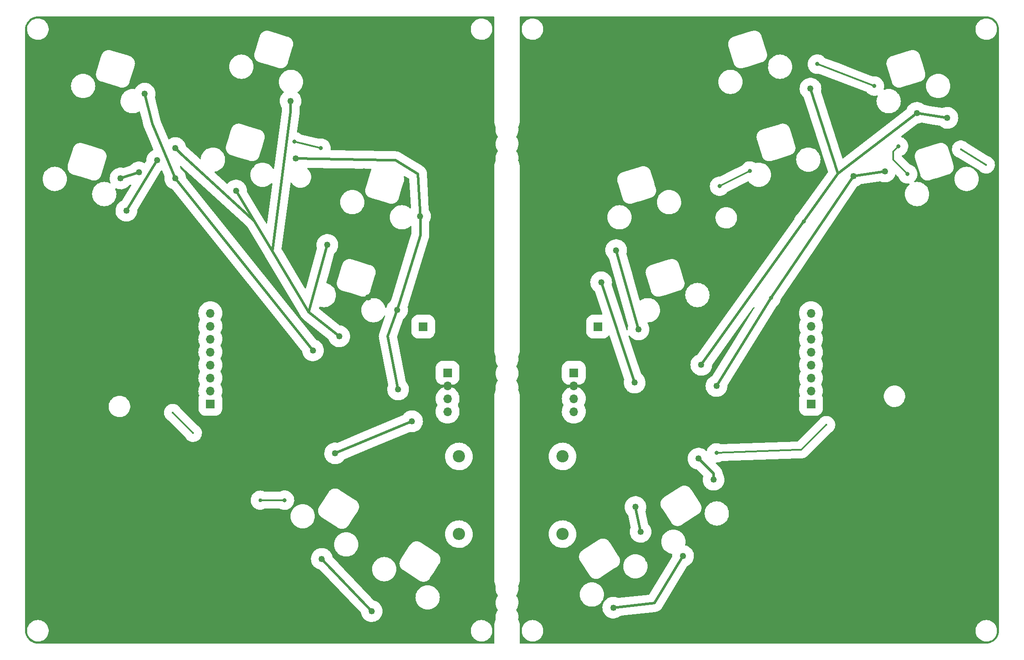
<source format=gtl>
G04 #@! TF.GenerationSoftware,KiCad,Pcbnew,(6.0.10)*
G04 #@! TF.CreationDate,2023-07-09T19:41:39+01:00*
G04 #@! TF.ProjectId,magnetonekeys,6d61676e-6574-46f6-9e65-6b6579732e6b,rev?*
G04 #@! TF.SameCoordinates,Original*
G04 #@! TF.FileFunction,Copper,L1,Top*
G04 #@! TF.FilePolarity,Positive*
%FSLAX46Y46*%
G04 Gerber Fmt 4.6, Leading zero omitted, Abs format (unit mm)*
G04 Created by KiCad (PCBNEW (6.0.10)) date 2023-07-09 19:41:39*
%MOMM*%
%LPD*%
G01*
G04 APERTURE LIST*
G04 #@! TA.AperFunction,ComponentPad*
%ADD10R,1.700000X1.700000*%
G04 #@! TD*
G04 #@! TA.AperFunction,ComponentPad*
%ADD11O,1.700000X1.700000*%
G04 #@! TD*
G04 #@! TA.AperFunction,ComponentPad*
%ADD12C,2.400000*%
G04 #@! TD*
G04 #@! TA.AperFunction,ComponentPad*
%ADD13O,2.400000X2.400000*%
G04 #@! TD*
G04 #@! TA.AperFunction,ViaPad*
%ADD14C,1.250000*%
G04 #@! TD*
G04 #@! TA.AperFunction,ViaPad*
%ADD15C,0.800000*%
G04 #@! TD*
G04 #@! TA.AperFunction,ViaPad*
%ADD16C,0.450000*%
G04 #@! TD*
G04 #@! TA.AperFunction,ViaPad*
%ADD17C,0.750000*%
G04 #@! TD*
G04 #@! TA.AperFunction,Conductor*
%ADD18C,0.500000*%
G04 #@! TD*
G04 #@! TA.AperFunction,Conductor*
%ADD19C,0.300000*%
G04 #@! TD*
G04 APERTURE END LIST*
D10*
X141730816Y-103174481D03*
D11*
X141730816Y-105714481D03*
X141730816Y-108254481D03*
X141730816Y-110794481D03*
D10*
X166496350Y-103174481D03*
D11*
X166496350Y-105714481D03*
X166496350Y-108254481D03*
X166496350Y-110794481D03*
D10*
X213010000Y-109276261D03*
D11*
X213010000Y-106736261D03*
X213010000Y-104196261D03*
X213010000Y-101656261D03*
X213010000Y-99116261D03*
X213010000Y-96576261D03*
X213010000Y-94036261D03*
X213010000Y-91496261D03*
D10*
X136968312Y-94115721D03*
X171258854Y-94115721D03*
D12*
X143953750Y-119595011D03*
D13*
X143953750Y-134835011D03*
D11*
X95217166Y-91496261D03*
X95217166Y-94036261D03*
X95217166Y-96576261D03*
X95217166Y-99116261D03*
X95217166Y-101656261D03*
X95217166Y-104196261D03*
X95217166Y-106736261D03*
D10*
X95217166Y-109276261D03*
D12*
X164273750Y-119595011D03*
D13*
X164273750Y-134835011D03*
D14*
X77619625Y-65064375D03*
X81191500Y-63873750D03*
X171864004Y-85430754D03*
X131840147Y-90846772D03*
X115344580Y-98776920D03*
X193920750Y-124156250D03*
X221305125Y-64625000D03*
X134769625Y-112689375D03*
X119699625Y-118988750D03*
X132049625Y-106458750D03*
X194476061Y-105783855D03*
X190951375Y-120015625D03*
X82330250Y-48443125D03*
X88335250Y-65064375D03*
X178442625Y-105106250D03*
X179593236Y-134358879D03*
D15*
X205191695Y-88519778D03*
D14*
X136339117Y-72467383D03*
X111931500Y-61165000D03*
X227530631Y-63706756D03*
X178582725Y-129504275D03*
X124963375Y-137665625D03*
X123253750Y-80326875D03*
X99450250Y-53823125D03*
X130630250Y-70633125D03*
X126060250Y-69303125D03*
X67890250Y-65623125D03*
X225342795Y-40958580D03*
X140300250Y-144213125D03*
X65360250Y-59273125D03*
X77510250Y-68823125D03*
X242111375Y-62045625D03*
X181058250Y-139733125D03*
X209591375Y-60815625D03*
X176162689Y-146557936D03*
X194268250Y-37563125D03*
X180041375Y-82395625D03*
X168123750Y-137356875D03*
X207378250Y-40133125D03*
X126140250Y-88433125D03*
X103288847Y-62364528D03*
X212168250Y-57873125D03*
X125293750Y-63676875D03*
X237271375Y-43935625D03*
X184788250Y-66723125D03*
X84710250Y-46243125D03*
X196291375Y-127125625D03*
X230495125Y-67119375D03*
X132323375Y-142415625D03*
X113283375Y-43075625D03*
X204110471Y-42914721D03*
X182828250Y-128443125D03*
X199758250Y-54653125D03*
X120553750Y-87616875D03*
X192598250Y-136153125D03*
X124150250Y-134363125D03*
X119390250Y-123603125D03*
X73315890Y-47107485D03*
X233901375Y-58385625D03*
X104422049Y-43524924D03*
X102050250Y-35503125D03*
X191108250Y-83743125D03*
X106250250Y-67803125D03*
X230418548Y-47893423D03*
X71760250Y-40173125D03*
X186838250Y-92563125D03*
X134850250Y-133733125D03*
X173168250Y-63963125D03*
X179908250Y-74113125D03*
D15*
X214263750Y-42635011D03*
X225449689Y-46933133D03*
X230173750Y-58775011D03*
X231963750Y-64185011D03*
X194476061Y-118880741D03*
D16*
X247348250Y-62373125D03*
X216042064Y-113388189D03*
X242401375Y-59333125D03*
D14*
X126849625Y-149926875D03*
X100241500Y-67445625D03*
X179199278Y-94674263D03*
X187927618Y-139121383D03*
X78740875Y-71376875D03*
X174235419Y-149241704D03*
X88335250Y-59111250D03*
X110950875Y-49846875D03*
X117079625Y-139688750D03*
X212916244Y-47457701D03*
X233766719Y-52205685D03*
X191499496Y-101616664D03*
X120482125Y-96020625D03*
X84776095Y-61505220D03*
X174802874Y-79131275D03*
X118163539Y-78098586D03*
D15*
X211591310Y-73488125D03*
D14*
X239758250Y-53183125D03*
D15*
X195088726Y-66578462D03*
X201041856Y-63601897D03*
X116910250Y-59111250D03*
X111681500Y-57815000D03*
D16*
X91842750Y-115006250D03*
X87842750Y-111006250D03*
D15*
X109766500Y-128167500D03*
D17*
X105004000Y-128167500D03*
D18*
X131840147Y-90846772D02*
X130007125Y-96020625D01*
X134769625Y-112689375D02*
X119699625Y-118988750D01*
X130007125Y-96020625D02*
X132049625Y-106458750D01*
X115344580Y-98776920D02*
X88335250Y-65064375D01*
X190951375Y-120015625D02*
X193920750Y-122985000D01*
X82330250Y-48443125D02*
X83810875Y-54348750D01*
X83810875Y-54348750D02*
X88335250Y-65064375D01*
X136390098Y-72637973D02*
X136339117Y-72467383D01*
X205191695Y-88519778D02*
X221305125Y-64625000D01*
X193920750Y-122985000D02*
X193920750Y-124156250D01*
X136390098Y-76209848D02*
X136390098Y-72637973D01*
X130036500Y-61487368D02*
X111931500Y-61165000D01*
X194476061Y-105783855D02*
X205191695Y-88519778D01*
X135951500Y-64175000D02*
X131523868Y-61487368D01*
X136390098Y-76209848D02*
X132388375Y-89299355D01*
X131523868Y-61487368D02*
X130036500Y-61487368D01*
X132388375Y-89299355D02*
X131840147Y-90846772D01*
X221305125Y-64625000D02*
X227530631Y-63706756D01*
X179593236Y-134358879D02*
X178541375Y-129305625D01*
X77619625Y-65064375D02*
X81191500Y-63873750D01*
X136390098Y-72637973D02*
X135951500Y-64175000D01*
X171864004Y-85430754D02*
X178442625Y-105106250D01*
D19*
X225449689Y-46933133D02*
X214253750Y-42635011D01*
X214253750Y-42635011D02*
X214263750Y-42635011D01*
X229153750Y-61375011D02*
X229143750Y-61375011D01*
X229143750Y-61375011D02*
X229143750Y-59805011D01*
X231963750Y-64185011D02*
X229153750Y-61375011D01*
X229143750Y-59805011D02*
X230173750Y-58775011D01*
X242401375Y-59333125D02*
X247348250Y-62373125D01*
X211114003Y-118316250D02*
X210254500Y-118316250D01*
X216042064Y-113388189D02*
X211114003Y-118316250D01*
X210254500Y-118316250D02*
X194476061Y-118880741D01*
D18*
X103813375Y-73398750D02*
X89525875Y-60301875D01*
X179199278Y-94674263D02*
X174802874Y-79131275D01*
X182288250Y-148353125D02*
X187927618Y-139121383D01*
X114529000Y-91258125D02*
X120482125Y-96020625D01*
X84776095Y-61505220D02*
X78740875Y-71376875D01*
X239758250Y-53183125D02*
X233766719Y-52205685D01*
X174235419Y-149241704D02*
X182288250Y-148353125D01*
X218288581Y-64111945D02*
X212916244Y-47457701D01*
X114529000Y-91258125D02*
X107385250Y-79351875D01*
X191499496Y-101616664D02*
X218288581Y-64111945D01*
X118163539Y-78098586D02*
X114529000Y-91258125D01*
X110968775Y-51959890D02*
X107385250Y-79351875D01*
X89525875Y-60301875D02*
X88335250Y-59111250D01*
X218288581Y-64111945D02*
X233766719Y-52205685D01*
X110968775Y-49864775D02*
X110950875Y-49846875D01*
X126849625Y-149926875D02*
X117079625Y-139688750D01*
X107385250Y-79351875D02*
X103813375Y-73398750D01*
X103813375Y-73398750D02*
X100241500Y-67445625D01*
X110968775Y-51959890D02*
X110968775Y-49864775D01*
D19*
X201041856Y-63601897D02*
X195088726Y-66578462D01*
X116910250Y-59111250D02*
X111681500Y-57815000D01*
X87842750Y-111006250D02*
X91842750Y-115006250D01*
X105004000Y-128167500D02*
X109766500Y-128167500D01*
G04 #@! TA.AperFunction,Conductor*
G36*
X247319710Y-33288089D02*
G01*
X247356945Y-33292069D01*
X247408085Y-33289121D01*
X247422931Y-33289142D01*
X247576391Y-33298426D01*
X247687404Y-33305143D01*
X247702508Y-33306977D01*
X247984405Y-33358639D01*
X247999179Y-33362281D01*
X248272784Y-33447543D01*
X248287010Y-33452938D01*
X248548354Y-33570561D01*
X248561820Y-33577628D01*
X248772459Y-33704966D01*
X248807079Y-33725895D01*
X248819600Y-33734538D01*
X249045200Y-33911285D01*
X249056589Y-33921375D01*
X249259239Y-34124027D01*
X249269328Y-34135416D01*
X249446068Y-34361009D01*
X249454711Y-34373530D01*
X249574029Y-34570906D01*
X249602972Y-34618782D01*
X249602977Y-34618791D01*
X249610047Y-34632262D01*
X249721882Y-34880747D01*
X249727665Y-34893597D01*
X249733061Y-34907824D01*
X249818324Y-35181443D01*
X249821965Y-35196215D01*
X249873625Y-35478108D01*
X249875459Y-35493212D01*
X249889480Y-35724978D01*
X249889139Y-35739786D01*
X249889231Y-35739788D01*
X249889104Y-35744964D01*
X249888556Y-35750098D01*
X249888853Y-35755250D01*
X249888853Y-35755254D01*
X249893041Y-35827873D01*
X249893250Y-35835127D01*
X249893250Y-153699456D01*
X249892537Y-153712844D01*
X249888556Y-153750098D01*
X249891505Y-153801237D01*
X249891484Y-153816082D01*
X249888803Y-153860416D01*
X249875487Y-154080565D01*
X249873653Y-154095669D01*
X249853981Y-154203024D01*
X249821996Y-154377567D01*
X249818357Y-154392333D01*
X249784790Y-154500057D01*
X249733095Y-154665956D01*
X249727700Y-154680182D01*
X249610079Y-154941530D01*
X249603008Y-154955003D01*
X249454745Y-155200265D01*
X249446102Y-155212787D01*
X249269354Y-155438393D01*
X249259264Y-155449782D01*
X249056614Y-155652435D01*
X249045226Y-155662524D01*
X248819629Y-155839272D01*
X248807107Y-155847916D01*
X248561842Y-155996187D01*
X248548369Y-156003258D01*
X248287025Y-156120883D01*
X248272799Y-156126278D01*
X247999190Y-156211542D01*
X247984416Y-156215184D01*
X247702511Y-156266848D01*
X247687408Y-156268682D01*
X247595247Y-156274258D01*
X247456230Y-156282669D01*
X247440831Y-156282313D01*
X247440830Y-156282356D01*
X247435649Y-156282229D01*
X247430517Y-156281681D01*
X247425366Y-156281978D01*
X247425362Y-156281978D01*
X247352753Y-156286166D01*
X247345498Y-156286375D01*
X156020250Y-156286375D01*
X155952129Y-156266373D01*
X155905636Y-156212717D01*
X155894250Y-156160375D01*
X155894250Y-153919075D01*
X156292497Y-153919075D01*
X156293056Y-153923319D01*
X156293056Y-153923323D01*
X156309449Y-154047844D01*
X156329879Y-154203024D01*
X156405452Y-154479273D01*
X156407136Y-154483221D01*
X156485071Y-154665935D01*
X156517818Y-154742710D01*
X156664896Y-154988460D01*
X156843965Y-155211975D01*
X157051712Y-155409120D01*
X157284293Y-155576246D01*
X157537403Y-155710261D01*
X157806360Y-155808685D01*
X158086186Y-155869697D01*
X158125651Y-155872803D01*
X158308347Y-155887182D01*
X158308354Y-155887182D01*
X158310803Y-155887375D01*
X158465742Y-155887375D01*
X158467878Y-155887229D01*
X158467889Y-155887229D01*
X158675210Y-155873095D01*
X158675216Y-155873094D01*
X158679487Y-155872803D01*
X158683682Y-155871934D01*
X158683684Y-155871934D01*
X158841644Y-155839222D01*
X158959936Y-155814725D01*
X159229908Y-155719123D01*
X159484408Y-155587766D01*
X159487909Y-155585305D01*
X159487913Y-155585303D01*
X159715221Y-155425548D01*
X159715227Y-155425543D01*
X159718726Y-155423084D01*
X159928526Y-155228126D01*
X159939325Y-155214933D01*
X160107211Y-155009816D01*
X160109927Y-155006498D01*
X160259570Y-154762302D01*
X160266552Y-154746397D01*
X160372964Y-154503985D01*
X160372965Y-154503981D01*
X160374688Y-154500057D01*
X160453150Y-154224614D01*
X160493504Y-153941071D01*
X160493619Y-153919075D01*
X245292497Y-153919075D01*
X245293056Y-153923319D01*
X245293056Y-153923323D01*
X245309449Y-154047844D01*
X245329879Y-154203024D01*
X245405452Y-154479273D01*
X245407136Y-154483221D01*
X245485071Y-154665935D01*
X245517818Y-154742710D01*
X245664896Y-154988460D01*
X245843965Y-155211975D01*
X246051712Y-155409120D01*
X246284293Y-155576246D01*
X246537403Y-155710261D01*
X246806360Y-155808685D01*
X247086186Y-155869697D01*
X247125651Y-155872803D01*
X247308347Y-155887182D01*
X247308354Y-155887182D01*
X247310803Y-155887375D01*
X247465742Y-155887375D01*
X247467878Y-155887229D01*
X247467889Y-155887229D01*
X247675210Y-155873095D01*
X247675216Y-155873094D01*
X247679487Y-155872803D01*
X247683682Y-155871934D01*
X247683684Y-155871934D01*
X247841644Y-155839222D01*
X247959936Y-155814725D01*
X248229908Y-155719123D01*
X248484408Y-155587766D01*
X248487909Y-155585305D01*
X248487913Y-155585303D01*
X248715221Y-155425548D01*
X248715227Y-155425543D01*
X248718726Y-155423084D01*
X248928526Y-155228126D01*
X248939325Y-155214933D01*
X249107211Y-155009816D01*
X249109927Y-155006498D01*
X249259570Y-154762302D01*
X249266552Y-154746397D01*
X249372964Y-154503985D01*
X249372965Y-154503981D01*
X249374688Y-154500057D01*
X249453150Y-154224614D01*
X249493504Y-153941071D01*
X249494526Y-153745879D01*
X249494981Y-153658961D01*
X249494981Y-153658955D01*
X249495003Y-153654675D01*
X249491548Y-153628427D01*
X249458181Y-153374982D01*
X249457621Y-153370726D01*
X249382048Y-153094477D01*
X249279731Y-152854599D01*
X249271368Y-152834992D01*
X249271366Y-152834988D01*
X249269682Y-152831040D01*
X249122604Y-152585290D01*
X248943535Y-152361775D01*
X248794857Y-152220684D01*
X248738897Y-152167580D01*
X248738894Y-152167578D01*
X248735788Y-152164630D01*
X248503207Y-151997504D01*
X248250097Y-151863489D01*
X247981140Y-151765065D01*
X247701314Y-151704053D01*
X247658139Y-151700655D01*
X247479153Y-151686568D01*
X247479146Y-151686568D01*
X247476697Y-151686375D01*
X247321758Y-151686375D01*
X247319622Y-151686521D01*
X247319611Y-151686521D01*
X247112290Y-151700655D01*
X247112284Y-151700656D01*
X247108013Y-151700947D01*
X247103818Y-151701816D01*
X247103816Y-151701816D01*
X246967789Y-151729986D01*
X246827564Y-151759025D01*
X246557592Y-151854627D01*
X246303092Y-151985984D01*
X246299591Y-151988445D01*
X246299587Y-151988447D01*
X246072279Y-152148202D01*
X246072273Y-152148207D01*
X246068774Y-152150666D01*
X245858974Y-152345624D01*
X245856260Y-152348940D01*
X245856257Y-152348943D01*
X245843006Y-152365133D01*
X245677573Y-152567252D01*
X245675334Y-152570906D01*
X245545049Y-152783513D01*
X245527930Y-152811448D01*
X245526203Y-152815382D01*
X245526202Y-152815384D01*
X245498871Y-152877647D01*
X245412812Y-153073693D01*
X245334350Y-153349136D01*
X245293996Y-153632679D01*
X245292497Y-153919075D01*
X160493619Y-153919075D01*
X160494526Y-153745879D01*
X160494981Y-153658961D01*
X160494981Y-153658955D01*
X160495003Y-153654675D01*
X160491548Y-153628427D01*
X160458181Y-153374982D01*
X160457621Y-153370726D01*
X160382048Y-153094477D01*
X160279731Y-152854599D01*
X160271368Y-152834992D01*
X160271366Y-152834988D01*
X160269682Y-152831040D01*
X160122604Y-152585290D01*
X159943535Y-152361775D01*
X159794857Y-152220684D01*
X159738897Y-152167580D01*
X159738894Y-152167578D01*
X159735788Y-152164630D01*
X159503207Y-151997504D01*
X159250097Y-151863489D01*
X158981140Y-151765065D01*
X158701314Y-151704053D01*
X158658139Y-151700655D01*
X158479153Y-151686568D01*
X158479146Y-151686568D01*
X158476697Y-151686375D01*
X158321758Y-151686375D01*
X158319622Y-151686521D01*
X158319611Y-151686521D01*
X158112290Y-151700655D01*
X158112284Y-151700656D01*
X158108013Y-151700947D01*
X158103818Y-151701816D01*
X158103816Y-151701816D01*
X157967789Y-151729986D01*
X157827564Y-151759025D01*
X157557592Y-151854627D01*
X157303092Y-151985984D01*
X157299591Y-151988445D01*
X157299587Y-151988447D01*
X157072279Y-152148202D01*
X157072273Y-152148207D01*
X157068774Y-152150666D01*
X156858974Y-152345624D01*
X156856260Y-152348940D01*
X156856257Y-152348943D01*
X156843006Y-152365133D01*
X156677573Y-152567252D01*
X156675334Y-152570906D01*
X156545049Y-152783513D01*
X156527930Y-152811448D01*
X156526203Y-152815382D01*
X156526202Y-152815384D01*
X156498871Y-152877647D01*
X156412812Y-153073693D01*
X156334350Y-153349136D01*
X156293996Y-153632679D01*
X156292497Y-153919075D01*
X155894250Y-153919075D01*
X155894250Y-152894093D01*
X155895328Y-152877647D01*
X155897158Y-152863749D01*
X155897158Y-152863743D01*
X155897595Y-152860427D01*
X155897677Y-152857074D01*
X155899311Y-152790241D01*
X155899311Y-152790232D01*
X155899393Y-152786877D01*
X155897329Y-152761770D01*
X155897139Y-152759110D01*
X155891630Y-152668022D01*
X155880554Y-152484923D01*
X155826027Y-152187374D01*
X155736031Y-151898566D01*
X155734467Y-151895090D01*
X155613447Y-151626194D01*
X155613444Y-151626188D01*
X155611879Y-151622711D01*
X155609903Y-151619443D01*
X155609853Y-151619347D01*
X155595907Y-151549733D01*
X155597412Y-151538479D01*
X155602038Y-151512772D01*
X155635230Y-151328297D01*
X155643425Y-151147825D01*
X155648603Y-151033809D01*
X155648603Y-151033804D01*
X155648792Y-151029639D01*
X155642922Y-150962536D01*
X155634917Y-150871046D01*
X155622736Y-150731810D01*
X155557518Y-150440043D01*
X155454286Y-150159465D01*
X155423569Y-150101204D01*
X155316805Y-149898709D01*
X155316804Y-149898708D01*
X155314852Y-149895005D01*
X155217143Y-149757516D01*
X155193986Y-149690402D01*
X155214177Y-149615901D01*
X155360379Y-149390771D01*
X155360382Y-149390766D01*
X155362658Y-149387261D01*
X155384452Y-149341364D01*
X155442367Y-149219394D01*
X172105069Y-149219394D01*
X172121751Y-149508722D01*
X172122576Y-149512929D01*
X172122577Y-149512934D01*
X172147063Y-149637737D01*
X172177546Y-149793109D01*
X172178933Y-149797160D01*
X172178934Y-149797164D01*
X172270031Y-150063238D01*
X172270035Y-150063247D01*
X172271420Y-150067293D01*
X172401637Y-150326200D01*
X172404067Y-150329735D01*
X172553159Y-150546666D01*
X172565786Y-150565039D01*
X172760831Y-150779390D01*
X172764120Y-150782140D01*
X172979870Y-150962536D01*
X172979875Y-150962540D01*
X172983162Y-150965288D01*
X173062260Y-151014906D01*
X173225025Y-151117009D01*
X173225029Y-151117011D01*
X173228665Y-151119292D01*
X173492798Y-151238552D01*
X173496917Y-151239772D01*
X173766559Y-151319644D01*
X173766563Y-151319645D01*
X173770672Y-151320862D01*
X173774906Y-151321510D01*
X173774911Y-151321511D01*
X174029428Y-151360458D01*
X174057146Y-151364699D01*
X174204697Y-151367017D01*
X174342628Y-151369184D01*
X174342634Y-151369184D01*
X174346919Y-151369251D01*
X174634629Y-151334435D01*
X174914951Y-151260893D01*
X175182700Y-151149988D01*
X175219877Y-151128264D01*
X175429211Y-151005939D01*
X175429213Y-151005937D01*
X175432919Y-151003772D01*
X175602192Y-150871046D01*
X175666118Y-150844960D01*
X175842902Y-150825453D01*
X182406478Y-150101204D01*
X182416266Y-150100508D01*
X182474196Y-150098657D01*
X182539616Y-150086732D01*
X182543611Y-150086072D01*
X182545887Y-150085821D01*
X182548177Y-150085395D01*
X182548188Y-150085393D01*
X182604969Y-150074821D01*
X182605437Y-150074735D01*
X182725560Y-150052838D01*
X182725567Y-150052836D01*
X182730160Y-150051999D01*
X182733302Y-150050928D01*
X182736565Y-150050320D01*
X182856317Y-150008976D01*
X182856545Y-150008898D01*
X182976415Y-149968020D01*
X182979365Y-149966495D01*
X182982503Y-149965412D01*
X183094779Y-149906848D01*
X183207553Y-149848565D01*
X183210251Y-149846617D01*
X183213188Y-149845085D01*
X183279033Y-149797164D01*
X183315366Y-149770721D01*
X183315751Y-149770442D01*
X183414707Y-149698992D01*
X183414706Y-149698992D01*
X183418495Y-149696257D01*
X183420872Y-149693935D01*
X183423554Y-149691983D01*
X183513915Y-149603040D01*
X183585742Y-149532872D01*
X183601260Y-149517713D01*
X183601262Y-149517711D01*
X183604608Y-149514442D01*
X183606612Y-149511799D01*
X183608979Y-149509469D01*
X183685229Y-149408111D01*
X183735836Y-149341364D01*
X183737039Y-149339394D01*
X183739372Y-149336138D01*
X183762581Y-149305287D01*
X183762584Y-149305282D01*
X183765391Y-149301551D01*
X183767618Y-149297440D01*
X183767622Y-149297435D01*
X183804967Y-149228519D01*
X183808222Y-149222866D01*
X183817310Y-149207990D01*
X187587402Y-143036284D01*
X188770878Y-141098914D01*
X188823458Y-141051209D01*
X188830184Y-141048190D01*
X188870925Y-141031314D01*
X188870936Y-141031309D01*
X188874899Y-141029667D01*
X189049770Y-140927481D01*
X189121410Y-140885618D01*
X189121412Y-140885616D01*
X189125118Y-140883451D01*
X189353179Y-140704629D01*
X189380517Y-140676419D01*
X189535029Y-140516973D01*
X189554860Y-140496509D01*
X189557393Y-140493061D01*
X189557397Y-140493056D01*
X189723893Y-140266399D01*
X189726431Y-140262944D01*
X189731315Y-140253949D01*
X189862666Y-140012031D01*
X189862667Y-140012029D01*
X189864716Y-140008255D01*
X189931349Y-139831916D01*
X189965638Y-139741174D01*
X189965639Y-139741170D01*
X189967156Y-139737156D01*
X190015853Y-139524529D01*
X190030897Y-139458845D01*
X190030898Y-139458841D01*
X190031855Y-139454661D01*
X190032691Y-139445300D01*
X190057398Y-139168464D01*
X190057618Y-139166000D01*
X190057716Y-139156692D01*
X190058059Y-139123868D01*
X190058085Y-139121383D01*
X190056273Y-139094802D01*
X190038666Y-138836522D01*
X190038665Y-138836516D01*
X190038374Y-138832245D01*
X190025925Y-138772129D01*
X189991536Y-138606075D01*
X189979604Y-138548458D01*
X189882864Y-138275273D01*
X189749943Y-138017744D01*
X189583302Y-137780637D01*
X189575207Y-137771925D01*
X189388940Y-137571478D01*
X189388939Y-137571477D01*
X189386023Y-137568339D01*
X189379557Y-137563046D01*
X189165075Y-137387496D01*
X189161757Y-137384780D01*
X188914655Y-137233356D01*
X188885387Y-137220508D01*
X188653220Y-137118594D01*
X188649288Y-137116868D01*
X188541403Y-137086136D01*
X188411518Y-137049137D01*
X188351483Y-137011238D01*
X188321469Y-136946898D01*
X188322458Y-136903376D01*
X188324219Y-136894526D01*
X188362376Y-136702699D01*
X188378715Y-136620558D01*
X188378716Y-136620552D01*
X188379518Y-136616519D01*
X188380240Y-136605513D01*
X188399614Y-136309908D01*
X188399884Y-136305789D01*
X188395920Y-136245310D01*
X188379788Y-135999171D01*
X188379787Y-135999164D01*
X188379518Y-135995059D01*
X188378698Y-135990934D01*
X188319573Y-135693695D01*
X188319571Y-135693689D01*
X188318767Y-135689645D01*
X188239606Y-135456442D01*
X188220001Y-135398689D01*
X188220001Y-135398688D01*
X188218672Y-135394774D01*
X188216848Y-135391076D01*
X188216846Y-135391070D01*
X188082769Y-135119192D01*
X188080944Y-135115491D01*
X187907942Y-134856573D01*
X187702623Y-134622453D01*
X187468503Y-134417134D01*
X187209585Y-134244132D01*
X187050988Y-134165920D01*
X186934006Y-134108230D01*
X186933998Y-134108227D01*
X186930302Y-134106404D01*
X186757230Y-134047654D01*
X186639344Y-134007637D01*
X186639340Y-134007636D01*
X186635431Y-134006309D01*
X186631387Y-134005505D01*
X186631381Y-134005503D01*
X186334056Y-133946361D01*
X186334050Y-133946360D01*
X186330017Y-133945558D01*
X186325912Y-133945289D01*
X186325905Y-133945288D01*
X186099102Y-133930423D01*
X186099093Y-133930423D01*
X186097053Y-133930289D01*
X185941521Y-133930289D01*
X185939481Y-133930423D01*
X185939472Y-133930423D01*
X185712669Y-133945288D01*
X185712662Y-133945289D01*
X185708557Y-133945558D01*
X185704524Y-133946360D01*
X185704518Y-133946361D01*
X185407193Y-134005503D01*
X185407187Y-134005505D01*
X185403143Y-134006309D01*
X185399234Y-134007636D01*
X185399230Y-134007637D01*
X185281344Y-134047654D01*
X185108272Y-134106404D01*
X185104576Y-134108227D01*
X185104568Y-134108230D01*
X184987586Y-134165920D01*
X184828989Y-134244132D01*
X184570071Y-134417134D01*
X184335951Y-134622453D01*
X184333242Y-134625542D01*
X184133350Y-134853473D01*
X184133346Y-134853479D01*
X184130632Y-134856573D01*
X183957630Y-135115490D01*
X183955806Y-135119189D01*
X183955803Y-135119194D01*
X183930173Y-135171167D01*
X183819902Y-135394774D01*
X183818577Y-135398679D01*
X183818576Y-135398680D01*
X183798969Y-135456442D01*
X183719807Y-135689645D01*
X183719003Y-135693689D01*
X183719001Y-135693695D01*
X183659877Y-135990934D01*
X183659056Y-135995059D01*
X183658787Y-135999164D01*
X183658786Y-135999171D01*
X183642654Y-136245310D01*
X183638690Y-136305789D01*
X183638960Y-136309908D01*
X183658335Y-136605513D01*
X183659056Y-136616519D01*
X183659858Y-136620552D01*
X183659859Y-136620558D01*
X183718189Y-136913801D01*
X183719807Y-136921933D01*
X183721134Y-136925842D01*
X183721135Y-136925846D01*
X183785579Y-137115692D01*
X183819902Y-137216804D01*
X183821725Y-137220500D01*
X183821728Y-137220508D01*
X183930790Y-137441661D01*
X183957630Y-137496087D01*
X184130632Y-137755005D01*
X184335951Y-137989125D01*
X184570071Y-138194444D01*
X184828989Y-138367446D01*
X184883415Y-138394286D01*
X185104568Y-138503348D01*
X185104576Y-138503351D01*
X185108272Y-138505174D01*
X185112186Y-138506503D01*
X185112187Y-138506503D01*
X185399230Y-138603941D01*
X185399234Y-138603942D01*
X185403143Y-138605269D01*
X185407187Y-138606073D01*
X185407193Y-138606075D01*
X185704515Y-138665216D01*
X185708557Y-138666020D01*
X185712272Y-138666263D01*
X185777114Y-138694948D01*
X185816206Y-138754213D01*
X185820325Y-138808694D01*
X185820006Y-138810158D01*
X185797268Y-139099073D01*
X185801665Y-139175321D01*
X185802997Y-139198427D01*
X185784731Y-139271364D01*
X181274527Y-146654644D01*
X181221949Y-146702348D01*
X181180825Y-146714198D01*
X175288513Y-147364377D01*
X175223156Y-147352081D01*
X175222456Y-147353677D01*
X174961021Y-147238915D01*
X174957089Y-147237189D01*
X174936855Y-147231425D01*
X174908667Y-147223395D01*
X174678368Y-147157793D01*
X174674126Y-147157189D01*
X174674120Y-147157188D01*
X174395702Y-147117563D01*
X174391451Y-147116958D01*
X174239407Y-147116162D01*
X174105933Y-147115463D01*
X174105927Y-147115463D01*
X174101646Y-147115441D01*
X174097402Y-147116000D01*
X174097398Y-147116000D01*
X173970666Y-147132685D01*
X173814317Y-147153269D01*
X173534779Y-147229741D01*
X173530831Y-147231425D01*
X173272159Y-147341758D01*
X173272155Y-147341760D01*
X173268207Y-147343444D01*
X173019533Y-147492273D01*
X173016182Y-147494957D01*
X173016180Y-147494959D01*
X172950779Y-147547355D01*
X172793357Y-147673473D01*
X172660479Y-147813497D01*
X172605475Y-147871460D01*
X172593866Y-147883693D01*
X172424751Y-148119042D01*
X172289141Y-148375165D01*
X172189545Y-148647323D01*
X172127807Y-148930479D01*
X172127471Y-148934749D01*
X172105967Y-149207990D01*
X172105069Y-149219394D01*
X155442367Y-149219394D01*
X155489099Y-149120976D01*
X155490895Y-149117194D01*
X155515233Y-149041392D01*
X155581008Y-148836526D01*
X155581008Y-148836525D01*
X155582288Y-148832539D01*
X155598431Y-148742818D01*
X155634491Y-148542406D01*
X155634492Y-148542401D01*
X155635230Y-148538297D01*
X155642699Y-148373831D01*
X155648603Y-148243809D01*
X155648603Y-148243804D01*
X155648792Y-148239639D01*
X155640048Y-148139686D01*
X155637936Y-148115552D01*
X155622736Y-147941810D01*
X155557518Y-147650043D01*
X155454286Y-147369465D01*
X155451604Y-147364377D01*
X155316805Y-147108709D01*
X155316804Y-147108708D01*
X155314852Y-147105005D01*
X155217143Y-146967516D01*
X155193986Y-146900402D01*
X155214177Y-146825901D01*
X155308173Y-146681161D01*
X167662015Y-146681161D01*
X167662285Y-146685280D01*
X167680150Y-146957849D01*
X167682381Y-146991891D01*
X167683183Y-146995924D01*
X167683184Y-146995930D01*
X167731174Y-147237189D01*
X167743132Y-147297305D01*
X167744459Y-147301214D01*
X167744460Y-147301218D01*
X167810226Y-147494959D01*
X167843227Y-147592176D01*
X167845050Y-147595872D01*
X167845053Y-147595880D01*
X167952371Y-147813497D01*
X167980955Y-147871459D01*
X168153957Y-148130377D01*
X168359276Y-148364497D01*
X168593396Y-148569816D01*
X168852314Y-148742818D01*
X168856015Y-148744643D01*
X169127893Y-148878720D01*
X169127901Y-148878723D01*
X169131597Y-148880546D01*
X169135511Y-148881875D01*
X169135512Y-148881875D01*
X169422555Y-148979313D01*
X169422559Y-148979314D01*
X169426468Y-148980641D01*
X169430512Y-148981445D01*
X169430518Y-148981447D01*
X169727843Y-149040589D01*
X169727849Y-149040590D01*
X169731882Y-149041392D01*
X169735987Y-149041661D01*
X169735994Y-149041662D01*
X169962797Y-149056527D01*
X169962806Y-149056527D01*
X169964846Y-149056661D01*
X170120378Y-149056661D01*
X170122418Y-149056527D01*
X170122427Y-149056527D01*
X170349230Y-149041662D01*
X170349237Y-149041661D01*
X170353342Y-149041392D01*
X170357375Y-149040590D01*
X170357381Y-149040589D01*
X170654706Y-148981447D01*
X170654712Y-148981445D01*
X170658756Y-148980641D01*
X170662665Y-148979314D01*
X170662669Y-148979313D01*
X170949712Y-148881875D01*
X170949713Y-148881875D01*
X170953627Y-148880546D01*
X170957323Y-148878723D01*
X170957331Y-148878720D01*
X171229209Y-148744643D01*
X171232910Y-148742818D01*
X171491828Y-148569816D01*
X171725948Y-148364497D01*
X171756253Y-148329941D01*
X171928549Y-148133477D01*
X171928553Y-148133471D01*
X171931267Y-148130377D01*
X172104269Y-147871460D01*
X172115479Y-147848730D01*
X172213460Y-147650043D01*
X172241997Y-147592176D01*
X172274998Y-147494959D01*
X172340764Y-147301218D01*
X172340765Y-147301214D01*
X172342092Y-147297305D01*
X172354050Y-147237189D01*
X172402040Y-146995930D01*
X172402041Y-146995924D01*
X172402843Y-146991891D01*
X172405075Y-146957849D01*
X172422939Y-146685280D01*
X172423209Y-146681161D01*
X172417462Y-146593481D01*
X172403113Y-146374543D01*
X172403112Y-146374536D01*
X172402843Y-146370431D01*
X172392389Y-146317873D01*
X172342898Y-146069067D01*
X172342896Y-146069061D01*
X172342092Y-146065017D01*
X172241997Y-145770146D01*
X172240173Y-145766448D01*
X172240171Y-145766442D01*
X172106094Y-145494564D01*
X172104269Y-145490863D01*
X171931267Y-145231945D01*
X171725948Y-144997825D01*
X171491828Y-144792506D01*
X171232910Y-144619504D01*
X171178484Y-144592664D01*
X170957331Y-144483602D01*
X170957323Y-144483599D01*
X170953627Y-144481776D01*
X170949712Y-144480447D01*
X170662669Y-144383009D01*
X170662665Y-144383008D01*
X170658756Y-144381681D01*
X170654712Y-144380877D01*
X170654706Y-144380875D01*
X170357381Y-144321733D01*
X170357375Y-144321732D01*
X170353342Y-144320930D01*
X170349237Y-144320661D01*
X170349230Y-144320660D01*
X170122427Y-144305795D01*
X170122418Y-144305795D01*
X170120378Y-144305661D01*
X169964846Y-144305661D01*
X169962806Y-144305795D01*
X169962797Y-144305795D01*
X169735994Y-144320660D01*
X169735987Y-144320661D01*
X169731882Y-144320930D01*
X169727849Y-144321732D01*
X169727843Y-144321733D01*
X169430518Y-144380875D01*
X169430512Y-144380877D01*
X169426468Y-144381681D01*
X169422559Y-144383008D01*
X169422555Y-144383009D01*
X169135512Y-144480447D01*
X169131597Y-144481776D01*
X169127901Y-144483599D01*
X169127893Y-144483602D01*
X168906740Y-144592664D01*
X168852314Y-144619504D01*
X168593396Y-144792506D01*
X168359276Y-144997825D01*
X168356567Y-145000914D01*
X168156675Y-145228845D01*
X168156671Y-145228851D01*
X168153957Y-145231945D01*
X167980955Y-145490862D01*
X167843227Y-145770146D01*
X167743132Y-146065017D01*
X167742328Y-146069061D01*
X167742326Y-146069067D01*
X167692836Y-146317873D01*
X167682381Y-146370431D01*
X167682112Y-146374536D01*
X167682111Y-146374543D01*
X167667762Y-146593481D01*
X167662015Y-146681161D01*
X155308173Y-146681161D01*
X155360379Y-146600771D01*
X155360382Y-146600766D01*
X155362658Y-146597261D01*
X155490895Y-146327194D01*
X155492701Y-146321571D01*
X155581008Y-146046526D01*
X155581008Y-146046525D01*
X155582288Y-146042539D01*
X155628302Y-145786801D01*
X155634491Y-145752406D01*
X155634492Y-145752401D01*
X155635230Y-145748297D01*
X155644129Y-145552339D01*
X155648603Y-145453809D01*
X155648603Y-145453804D01*
X155648792Y-145449639D01*
X155622736Y-145151810D01*
X155598025Y-145041261D01*
X155602686Y-144970421D01*
X155609422Y-144955226D01*
X155609910Y-144954296D01*
X155611879Y-144951039D01*
X155619353Y-144934434D01*
X155734467Y-144678661D01*
X155734469Y-144678655D01*
X155736031Y-144675185D01*
X155826027Y-144386377D01*
X155880555Y-144088828D01*
X155881419Y-144074554D01*
X155891363Y-143910162D01*
X155892211Y-143901325D01*
X155893307Y-143893000D01*
X155897595Y-143860425D01*
X155898473Y-143824515D01*
X155899311Y-143790239D01*
X155899311Y-143790235D01*
X155899393Y-143786875D01*
X155895778Y-143742905D01*
X155894674Y-143729477D01*
X155894250Y-143719153D01*
X155894250Y-139247255D01*
X167511371Y-139247255D01*
X167514707Y-139293795D01*
X167514997Y-139305649D01*
X167514055Y-139347150D01*
X167513938Y-139352316D01*
X167514666Y-139357429D01*
X167514666Y-139357434D01*
X167523317Y-139418219D01*
X167524251Y-139426963D01*
X167528641Y-139488196D01*
X167528642Y-139488202D01*
X167529012Y-139493364D01*
X167530218Y-139498388D01*
X167530220Y-139498400D01*
X167539905Y-139538739D01*
X167542129Y-139550398D01*
X167548704Y-139596594D01*
X167550260Y-139601530D01*
X167550261Y-139601533D01*
X167568718Y-139660070D01*
X167571069Y-139668545D01*
X167586612Y-139733287D01*
X167588623Y-139738048D01*
X167588626Y-139738057D01*
X167604773Y-139776281D01*
X167608867Y-139787406D01*
X167622901Y-139831916D01*
X167653020Y-139891284D01*
X167656715Y-139899244D01*
X167680591Y-139955768D01*
X167682624Y-139960580D01*
X167685383Y-139964945D01*
X167685386Y-139964950D01*
X167707561Y-140000027D01*
X167711343Y-140006683D01*
X167711360Y-140006673D01*
X167713031Y-140009573D01*
X167714549Y-140012565D01*
X167745770Y-140060641D01*
X167749505Y-140066393D01*
X167750335Y-140067688D01*
X167787773Y-140126908D01*
X167814471Y-140169140D01*
X167817903Y-140172991D01*
X167821022Y-140177131D01*
X167820744Y-140177340D01*
X167826180Y-140184462D01*
X169601364Y-142918006D01*
X169602042Y-142919063D01*
X169666244Y-143020621D01*
X169682243Y-143038578D01*
X169710520Y-143070316D01*
X169716135Y-143077078D01*
X169756854Y-143129762D01*
X169791049Y-143161538D01*
X169799337Y-143170002D01*
X169830384Y-143204848D01*
X169834407Y-143208094D01*
X169834411Y-143208098D01*
X169882188Y-143246649D01*
X169888823Y-143252395D01*
X169937601Y-143297723D01*
X169941910Y-143300575D01*
X169941915Y-143300579D01*
X169976519Y-143323483D01*
X169986097Y-143330493D01*
X170022407Y-143359791D01*
X170026910Y-143362339D01*
X170026912Y-143362340D01*
X170080340Y-143392568D01*
X170087839Y-143397163D01*
X170139047Y-143431057D01*
X170139051Y-143431059D01*
X170143355Y-143433908D01*
X170148074Y-143436019D01*
X170148076Y-143436020D01*
X170185948Y-143452961D01*
X170196533Y-143458307D01*
X170237159Y-143481292D01*
X170242016Y-143483069D01*
X170242015Y-143483069D01*
X170299687Y-143504174D01*
X170307832Y-143507482D01*
X170368588Y-143534659D01*
X170373585Y-143535970D01*
X170373588Y-143535971D01*
X170394396Y-143541429D01*
X170413718Y-143546499D01*
X170425042Y-143550048D01*
X170464012Y-143564309D01*
X170464018Y-143564311D01*
X170468872Y-143566087D01*
X170473947Y-143567046D01*
X170473951Y-143567047D01*
X170534287Y-143578447D01*
X170542852Y-143580376D01*
X170607252Y-143597272D01*
X170612406Y-143597750D01*
X170612411Y-143597751D01*
X170641199Y-143600421D01*
X170653717Y-143601583D01*
X170665460Y-143603233D01*
X170690525Y-143607969D01*
X170706244Y-143610939D01*
X170706247Y-143610939D01*
X170711321Y-143611898D01*
X170777898Y-143613409D01*
X170786655Y-143613914D01*
X170852937Y-143620063D01*
X170899477Y-143616727D01*
X170911331Y-143616437D01*
X170952834Y-143617379D01*
X170952837Y-143617379D01*
X170957999Y-143617496D01*
X170963112Y-143616768D01*
X170963117Y-143616768D01*
X171023901Y-143608117D01*
X171032645Y-143607183D01*
X171093875Y-143602794D01*
X171093891Y-143602792D01*
X171099046Y-143602422D01*
X171144426Y-143591528D01*
X171156080Y-143589304D01*
X171167289Y-143587709D01*
X171197158Y-143583458D01*
X171197163Y-143583457D01*
X171202277Y-143582729D01*
X171265748Y-143562717D01*
X171274219Y-143560367D01*
X171291689Y-143556173D01*
X171338969Y-143544822D01*
X171381955Y-143526664D01*
X171393096Y-143522565D01*
X171432665Y-143510089D01*
X171432672Y-143510086D01*
X171437598Y-143508533D01*
X171496968Y-143478413D01*
X171504928Y-143474718D01*
X171518394Y-143469030D01*
X171566262Y-143448810D01*
X171570630Y-143446049D01*
X171570637Y-143446045D01*
X171605708Y-143423874D01*
X171612360Y-143420095D01*
X171612350Y-143420077D01*
X171615254Y-143418404D01*
X171618248Y-143416885D01*
X171643981Y-143400174D01*
X171672126Y-143381896D01*
X171673360Y-143381105D01*
X171774822Y-143316963D01*
X171778683Y-143313523D01*
X171782816Y-143310408D01*
X171783028Y-143310689D01*
X171790142Y-143305255D01*
X171797343Y-143300579D01*
X174398751Y-141611204D01*
X174859086Y-141312259D01*
X174860383Y-141311428D01*
X174903091Y-141284429D01*
X174961770Y-141247334D01*
X175011471Y-141203053D01*
X175018235Y-141197437D01*
X175066817Y-141159887D01*
X175070911Y-141156723D01*
X175079361Y-141147629D01*
X176182907Y-141147629D01*
X176183177Y-141151748D01*
X176198683Y-141388324D01*
X176203273Y-141458359D01*
X176204075Y-141462392D01*
X176204076Y-141462398D01*
X176257460Y-141730774D01*
X176264024Y-141763773D01*
X176265351Y-141767682D01*
X176265352Y-141767686D01*
X176316308Y-141917798D01*
X176364119Y-142058644D01*
X176365942Y-142062340D01*
X176365945Y-142062348D01*
X176475007Y-142283501D01*
X176501847Y-142337927D01*
X176674849Y-142596845D01*
X176880168Y-142830965D01*
X177114288Y-143036284D01*
X177373206Y-143209286D01*
X177376907Y-143211111D01*
X177648785Y-143345188D01*
X177648793Y-143345191D01*
X177652489Y-143347014D01*
X177656403Y-143348343D01*
X177656404Y-143348343D01*
X177943447Y-143445781D01*
X177943451Y-143445782D01*
X177947360Y-143447109D01*
X177951404Y-143447913D01*
X177951410Y-143447915D01*
X178248735Y-143507057D01*
X178248741Y-143507058D01*
X178252774Y-143507860D01*
X178256879Y-143508129D01*
X178256886Y-143508130D01*
X178483689Y-143522995D01*
X178483698Y-143522995D01*
X178485738Y-143523129D01*
X178641270Y-143523129D01*
X178643310Y-143522995D01*
X178643319Y-143522995D01*
X178870122Y-143508130D01*
X178870129Y-143508129D01*
X178874234Y-143507860D01*
X178878267Y-143507058D01*
X178878273Y-143507057D01*
X179175598Y-143447915D01*
X179175604Y-143447913D01*
X179179648Y-143447109D01*
X179183557Y-143445782D01*
X179183561Y-143445781D01*
X179470604Y-143348343D01*
X179470605Y-143348343D01*
X179474519Y-143347014D01*
X179478215Y-143345191D01*
X179478223Y-143345188D01*
X179750101Y-143211111D01*
X179753802Y-143209286D01*
X180012720Y-143036284D01*
X180246840Y-142830965D01*
X180249549Y-142827876D01*
X180449441Y-142599945D01*
X180449445Y-142599939D01*
X180452159Y-142596845D01*
X180625161Y-142337928D01*
X180636371Y-142315198D01*
X180761065Y-142062342D01*
X180762889Y-142058644D01*
X180810700Y-141917798D01*
X180861656Y-141767686D01*
X180861657Y-141767682D01*
X180862984Y-141763773D01*
X180869548Y-141730774D01*
X180922932Y-141462398D01*
X180922933Y-141462392D01*
X180923735Y-141458359D01*
X180928326Y-141388324D01*
X180943831Y-141151748D01*
X180944101Y-141147629D01*
X180940125Y-141086960D01*
X180924005Y-140841011D01*
X180924004Y-140841004D01*
X180923735Y-140836899D01*
X180922244Y-140829400D01*
X180863790Y-140535535D01*
X180863788Y-140535529D01*
X180862984Y-140531485D01*
X180855788Y-140510284D01*
X180764218Y-140240529D01*
X180764218Y-140240528D01*
X180762889Y-140236614D01*
X180761065Y-140232916D01*
X180761063Y-140232910D01*
X180626986Y-139961032D01*
X180625161Y-139957331D01*
X180452159Y-139698413D01*
X180246840Y-139464293D01*
X180012720Y-139258974D01*
X179753802Y-139085972D01*
X179593088Y-139006716D01*
X179478223Y-138950070D01*
X179478215Y-138950067D01*
X179474519Y-138948244D01*
X179441908Y-138937174D01*
X179183561Y-138849477D01*
X179183557Y-138849476D01*
X179179648Y-138848149D01*
X179175604Y-138847345D01*
X179175598Y-138847343D01*
X178878273Y-138788201D01*
X178878267Y-138788200D01*
X178874234Y-138787398D01*
X178870129Y-138787129D01*
X178870122Y-138787128D01*
X178643319Y-138772263D01*
X178643310Y-138772263D01*
X178641270Y-138772129D01*
X178485738Y-138772129D01*
X178483698Y-138772263D01*
X178483689Y-138772263D01*
X178256886Y-138787128D01*
X178256879Y-138787129D01*
X178252774Y-138787398D01*
X178248741Y-138788200D01*
X178248735Y-138788201D01*
X177951410Y-138847343D01*
X177951404Y-138847345D01*
X177947360Y-138848149D01*
X177943451Y-138849476D01*
X177943447Y-138849477D01*
X177685100Y-138937174D01*
X177652489Y-138948244D01*
X177648793Y-138950067D01*
X177648785Y-138950070D01*
X177533920Y-139006716D01*
X177373206Y-139085972D01*
X177114288Y-139258974D01*
X176880168Y-139464293D01*
X176877459Y-139467382D01*
X176677567Y-139695313D01*
X176677563Y-139695319D01*
X176674849Y-139698413D01*
X176501847Y-139957330D01*
X176500023Y-139961029D01*
X176500020Y-139961034D01*
X176438362Y-140086064D01*
X176364119Y-140236614D01*
X176362794Y-140240519D01*
X176362793Y-140240520D01*
X176271221Y-140510284D01*
X176264024Y-140531485D01*
X176263220Y-140535529D01*
X176263218Y-140535535D01*
X176204765Y-140829400D01*
X176203273Y-140836899D01*
X176203004Y-140841004D01*
X176203003Y-140841011D01*
X176186883Y-141086960D01*
X176182907Y-141147629D01*
X175079361Y-141147629D01*
X175102676Y-141122539D01*
X175111159Y-141114232D01*
X175142132Y-141086637D01*
X175142134Y-141086635D01*
X175145996Y-141083194D01*
X175187797Y-141031390D01*
X175193555Y-141024743D01*
X175235351Y-140979765D01*
X175238872Y-140975976D01*
X175241723Y-140971669D01*
X175241729Y-140971661D01*
X175264628Y-140937063D01*
X175271629Y-140927497D01*
X175300940Y-140891171D01*
X175333719Y-140833234D01*
X175338314Y-140825735D01*
X175372203Y-140774534D01*
X175375057Y-140770222D01*
X175394113Y-140727622D01*
X175399460Y-140717037D01*
X175419892Y-140680924D01*
X175419896Y-140680916D01*
X175422440Y-140676419D01*
X175445327Y-140613878D01*
X175448615Y-140605781D01*
X175475808Y-140544990D01*
X175487652Y-140499844D01*
X175491190Y-140488553D01*
X175507236Y-140444706D01*
X175511566Y-140421789D01*
X175519596Y-140379291D01*
X175521525Y-140370726D01*
X175538421Y-140306326D01*
X175542732Y-140259861D01*
X175544383Y-140248109D01*
X175545816Y-140240529D01*
X175553047Y-140202257D01*
X175554558Y-140135680D01*
X175555063Y-140126923D01*
X175561212Y-140060641D01*
X175557876Y-140014101D01*
X175557586Y-140002247D01*
X175558528Y-139960744D01*
X175558528Y-139960741D01*
X175558645Y-139955579D01*
X175555755Y-139935267D01*
X175549266Y-139889677D01*
X175548332Y-139880933D01*
X175543943Y-139819703D01*
X175543941Y-139819687D01*
X175543571Y-139814532D01*
X175532677Y-139769152D01*
X175530453Y-139757496D01*
X175524607Y-139716420D01*
X175524606Y-139716415D01*
X175523878Y-139711301D01*
X175503866Y-139647830D01*
X175501516Y-139639359D01*
X175487176Y-139579628D01*
X175487176Y-139579627D01*
X175485971Y-139574609D01*
X175483963Y-139569856D01*
X175483960Y-139569846D01*
X175467811Y-139531617D01*
X175463712Y-139520477D01*
X175451238Y-139480915D01*
X175449682Y-139475980D01*
X175419559Y-139416603D01*
X175415871Y-139408660D01*
X175389958Y-139347316D01*
X175365028Y-139307881D01*
X175361248Y-139301225D01*
X175361231Y-139301235D01*
X175359548Y-139298313D01*
X175358034Y-139295330D01*
X175323026Y-139241423D01*
X175322195Y-139240126D01*
X175295834Y-139198427D01*
X175258112Y-139138756D01*
X175254670Y-139134893D01*
X175251557Y-139130762D01*
X175251838Y-139130550D01*
X175246404Y-139123436D01*
X175234847Y-139105639D01*
X173648780Y-136663311D01*
X173471307Y-136390026D01*
X173470476Y-136388730D01*
X173439829Y-136340252D01*
X173406339Y-136287276D01*
X173362049Y-136237566D01*
X173356433Y-136230801D01*
X173318885Y-136182220D01*
X173315728Y-136178135D01*
X173281553Y-136146378D01*
X173273246Y-136137895D01*
X173255785Y-136118297D01*
X173242200Y-136103049D01*
X173238177Y-136099803D01*
X173238174Y-136099800D01*
X173190383Y-136061238D01*
X173183735Y-136055479D01*
X173138770Y-136013695D01*
X173134981Y-136010174D01*
X173130672Y-136007322D01*
X173130667Y-136007318D01*
X173096069Y-135984418D01*
X173086491Y-135977408D01*
X173054204Y-135951356D01*
X173054203Y-135951355D01*
X173050176Y-135948106D01*
X173044291Y-135944776D01*
X172992235Y-135915325D01*
X172984735Y-135910729D01*
X172933544Y-135876845D01*
X172933537Y-135876841D01*
X172929228Y-135873989D01*
X172886633Y-135854935D01*
X172876053Y-135849592D01*
X172835425Y-135826605D01*
X172772899Y-135803723D01*
X172764758Y-135800417D01*
X172708722Y-135775351D01*
X172708717Y-135775349D01*
X172703995Y-135773237D01*
X172658862Y-135761397D01*
X172647547Y-135757851D01*
X172603712Y-135741810D01*
X172538304Y-135729451D01*
X172529727Y-135727519D01*
X172470325Y-135711935D01*
X172470323Y-135711935D01*
X172465331Y-135710625D01*
X172418866Y-135706314D01*
X172407123Y-135704664D01*
X172381273Y-135699780D01*
X172366339Y-135696958D01*
X172366336Y-135696958D01*
X172361262Y-135695999D01*
X172294685Y-135694488D01*
X172285928Y-135693983D01*
X172219646Y-135687834D01*
X172173106Y-135691170D01*
X172161252Y-135691460D01*
X172119751Y-135690518D01*
X172119748Y-135690518D01*
X172114585Y-135690401D01*
X172109472Y-135691129D01*
X172109467Y-135691129D01*
X172048682Y-135699780D01*
X172039938Y-135700714D01*
X171978705Y-135705104D01*
X171978699Y-135705105D01*
X171973537Y-135705475D01*
X171968513Y-135706681D01*
X171968501Y-135706683D01*
X171928162Y-135716368D01*
X171916503Y-135718592D01*
X171870307Y-135725167D01*
X171865368Y-135726724D01*
X171865369Y-135726724D01*
X171806807Y-135745187D01*
X171798336Y-135747536D01*
X171738649Y-135761866D01*
X171738647Y-135761867D01*
X171733614Y-135763075D01*
X171709558Y-135773237D01*
X171690624Y-135781235D01*
X171679483Y-135785333D01*
X171634986Y-135799363D01*
X171575603Y-135829490D01*
X171567648Y-135833181D01*
X171550301Y-135840509D01*
X171511088Y-135857073D01*
X171511085Y-135857075D01*
X171506321Y-135859087D01*
X171501953Y-135861848D01*
X171501946Y-135861852D01*
X171466874Y-135884024D01*
X171460221Y-135887804D01*
X171460231Y-135887821D01*
X171457325Y-135889495D01*
X171454336Y-135891012D01*
X171400529Y-135925955D01*
X171399234Y-135926785D01*
X171297761Y-135990934D01*
X171293907Y-135994368D01*
X171289770Y-135997485D01*
X171289563Y-135997210D01*
X171282439Y-136002643D01*
X168213542Y-137995607D01*
X168212247Y-137996436D01*
X168115186Y-138057797D01*
X168115182Y-138057800D01*
X168110813Y-138060562D01*
X168106958Y-138063997D01*
X168106955Y-138063999D01*
X168061113Y-138104843D01*
X168054346Y-138110461D01*
X168001672Y-138151172D01*
X167998158Y-138154954D01*
X167998152Y-138154959D01*
X167969904Y-138185358D01*
X167961423Y-138193663D01*
X167960547Y-138194444D01*
X167926587Y-138224701D01*
X167923341Y-138228724D01*
X167923337Y-138228728D01*
X167884786Y-138276505D01*
X167879028Y-138283152D01*
X167833711Y-138331919D01*
X167830859Y-138336228D01*
X167830855Y-138336233D01*
X167807951Y-138370837D01*
X167800941Y-138380415D01*
X167771643Y-138416725D01*
X167769095Y-138421228D01*
X167769094Y-138421230D01*
X167738861Y-138474668D01*
X167734275Y-138482152D01*
X167697526Y-138537673D01*
X167686377Y-138562598D01*
X167678471Y-138580272D01*
X167673126Y-138590855D01*
X167650143Y-138631476D01*
X167648364Y-138636338D01*
X167648361Y-138636344D01*
X167627264Y-138693991D01*
X167623956Y-138702138D01*
X167598886Y-138758183D01*
X167598883Y-138758190D01*
X167596774Y-138762906D01*
X167595463Y-138767903D01*
X167584932Y-138808044D01*
X167581382Y-138819370D01*
X167565347Y-138863189D01*
X167554482Y-138920694D01*
X167552989Y-138928594D01*
X167551056Y-138937174D01*
X167548501Y-138946915D01*
X167534162Y-139001570D01*
X167533685Y-139006716D01*
X167529852Y-139048031D01*
X167528201Y-139059778D01*
X167523597Y-139084147D01*
X167520777Y-139099073D01*
X167519536Y-139105639D01*
X167518111Y-139168464D01*
X167518026Y-139172205D01*
X167517520Y-139180973D01*
X167511371Y-139247255D01*
X155894250Y-139247255D01*
X155894250Y-134806680D01*
X161568462Y-134806680D01*
X161569983Y-134837232D01*
X161583836Y-135115491D01*
X161584652Y-135131890D01*
X161585293Y-135135621D01*
X161585294Y-135135629D01*
X161638783Y-135446910D01*
X161639795Y-135452800D01*
X161640883Y-135456439D01*
X161640884Y-135456442D01*
X161731024Y-135757847D01*
X161733091Y-135764760D01*
X161734604Y-135768231D01*
X161734606Y-135768237D01*
X161809051Y-135939041D01*
X161863189Y-136063253D01*
X161865112Y-136066525D01*
X161865114Y-136066528D01*
X161898379Y-136123114D01*
X162028205Y-136343955D01*
X162030506Y-136346970D01*
X162223448Y-136599786D01*
X162223453Y-136599792D01*
X162225748Y-136602799D01*
X162243048Y-136620558D01*
X162323067Y-136702699D01*
X162452958Y-136836036D01*
X162706542Y-137040287D01*
X162982828Y-137212594D01*
X163277813Y-137350462D01*
X163587224Y-137451892D01*
X163906580Y-137515416D01*
X163910352Y-137515703D01*
X163910360Y-137515704D01*
X164227478Y-137539826D01*
X164227483Y-137539826D01*
X164231255Y-137540113D01*
X164556545Y-137525626D01*
X164877739Y-137472165D01*
X165190184Y-137380504D01*
X165489354Y-137251970D01*
X165492632Y-137250066D01*
X165492638Y-137250063D01*
X165718977Y-137118594D01*
X165770915Y-137088426D01*
X166030790Y-136892241D01*
X166173813Y-136754367D01*
X166262480Y-136668892D01*
X166262483Y-136668888D01*
X166265214Y-136666256D01*
X166292118Y-136633210D01*
X166468393Y-136416689D01*
X166468397Y-136416683D01*
X166470790Y-136413744D01*
X166644542Y-136138365D01*
X166783952Y-135844106D01*
X166887001Y-135535229D01*
X166952196Y-135216210D01*
X166978593Y-134891669D01*
X166979186Y-134835011D01*
X166976808Y-134795555D01*
X166959819Y-134513766D01*
X166959819Y-134513762D01*
X166959591Y-134509988D01*
X166957363Y-134497784D01*
X166901775Y-134193415D01*
X166901092Y-134189674D01*
X166804534Y-133878707D01*
X166671317Y-133581593D01*
X166503371Y-133302635D01*
X166501044Y-133299651D01*
X166501039Y-133299644D01*
X166305463Y-133048869D01*
X166305461Y-133048867D01*
X166303127Y-133045874D01*
X166073488Y-132815029D01*
X166029378Y-132780255D01*
X165820760Y-132615794D01*
X165817779Y-132613444D01*
X165539704Y-132444040D01*
X165421203Y-132390161D01*
X165246744Y-132310838D01*
X165246736Y-132310835D01*
X165243292Y-132309269D01*
X164932835Y-132211084D01*
X164790821Y-132184379D01*
X164616555Y-132151608D01*
X164616550Y-132151607D01*
X164612831Y-132150908D01*
X164287916Y-132129612D01*
X164284136Y-132129820D01*
X164284135Y-132129820D01*
X164186906Y-132135171D01*
X163962795Y-132147505D01*
X163959068Y-132148166D01*
X163959064Y-132148166D01*
X163700375Y-132194012D01*
X163642179Y-132204326D01*
X163638554Y-132205431D01*
X163638549Y-132205432D01*
X163555352Y-132230789D01*
X163330711Y-132299255D01*
X163327247Y-132300786D01*
X163327240Y-132300789D01*
X163143688Y-132381937D01*
X163032903Y-132430914D01*
X163029649Y-132432850D01*
X163029643Y-132432853D01*
X162756328Y-132595458D01*
X162753069Y-132597397D01*
X162495263Y-132796293D01*
X162492562Y-132798952D01*
X162492555Y-132798958D01*
X162281704Y-133006524D01*
X162263219Y-133024721D01*
X162260855Y-133027688D01*
X162260852Y-133027691D01*
X162090559Y-133241396D01*
X162060298Y-133279371D01*
X161889440Y-133556555D01*
X161753119Y-133852258D01*
X161751960Y-133855859D01*
X161751957Y-133855865D01*
X161654472Y-134158587D01*
X161653310Y-134162196D01*
X161652591Y-134165912D01*
X161652589Y-134165920D01*
X161592178Y-134478162D01*
X161592177Y-134478171D01*
X161591459Y-134481881D01*
X161591192Y-134485657D01*
X161591191Y-134485662D01*
X161569087Y-134797852D01*
X161568462Y-134806680D01*
X155894250Y-134806680D01*
X155894250Y-129481965D01*
X176452375Y-129481965D01*
X176469057Y-129771293D01*
X176469882Y-129775500D01*
X176469883Y-129775505D01*
X176489515Y-129875569D01*
X176524852Y-130055680D01*
X176526239Y-130059731D01*
X176526240Y-130059735D01*
X176617337Y-130325809D01*
X176617341Y-130325818D01*
X176618726Y-130329864D01*
X176748943Y-130588771D01*
X176812445Y-130681167D01*
X176907098Y-130818888D01*
X176913092Y-130827610D01*
X176915979Y-130830783D01*
X176915980Y-130830784D01*
X177093599Y-131025984D01*
X177123762Y-131085107D01*
X177625531Y-133495658D01*
X177620501Y-133564636D01*
X177552734Y-133749818D01*
X177547362Y-133764498D01*
X177485624Y-134047654D01*
X177485288Y-134051924D01*
X177470305Y-134242307D01*
X177462886Y-134336569D01*
X177479568Y-134625897D01*
X177480393Y-134630104D01*
X177480394Y-134630109D01*
X177506785Y-134764622D01*
X177535363Y-134910284D01*
X177536750Y-134914335D01*
X177536751Y-134914339D01*
X177627848Y-135180413D01*
X177627852Y-135180422D01*
X177629237Y-135184468D01*
X177631164Y-135188299D01*
X177740102Y-135404897D01*
X177759454Y-135443375D01*
X177761884Y-135446910D01*
X177915633Y-135670617D01*
X177923603Y-135682214D01*
X177926490Y-135685387D01*
X177926491Y-135685388D01*
X177965841Y-135728633D01*
X178118648Y-135896565D01*
X178121937Y-135899315D01*
X178337687Y-136079711D01*
X178337692Y-136079715D01*
X178340979Y-136082463D01*
X178429345Y-136137895D01*
X178582842Y-136234184D01*
X178582846Y-136234186D01*
X178586482Y-136236467D01*
X178590392Y-136238232D01*
X178590393Y-136238233D01*
X178603223Y-136244026D01*
X178850615Y-136355727D01*
X178882271Y-136365104D01*
X179124376Y-136436819D01*
X179124380Y-136436820D01*
X179128489Y-136438037D01*
X179132723Y-136438685D01*
X179132728Y-136438686D01*
X179381726Y-136476788D01*
X179414963Y-136481874D01*
X179562514Y-136484192D01*
X179700445Y-136486359D01*
X179700451Y-136486359D01*
X179704736Y-136486426D01*
X179992446Y-136451610D01*
X180272768Y-136378068D01*
X180540517Y-136267163D01*
X180545417Y-136264300D01*
X180787028Y-136123114D01*
X180787030Y-136123112D01*
X180790736Y-136120947D01*
X181018797Y-135942125D01*
X181033663Y-135926785D01*
X181190357Y-135765088D01*
X181220478Y-135734005D01*
X181223011Y-135730557D01*
X181223015Y-135730552D01*
X181389511Y-135503895D01*
X181392049Y-135500440D01*
X181415938Y-135456442D01*
X181528284Y-135249527D01*
X181528285Y-135249525D01*
X181530334Y-135245751D01*
X181632774Y-134974652D01*
X181697473Y-134692157D01*
X181703419Y-134625542D01*
X181722019Y-134417134D01*
X181723236Y-134403496D01*
X181723703Y-134358879D01*
X181706616Y-134108230D01*
X181704284Y-134074018D01*
X181704283Y-134074012D01*
X181703992Y-134069741D01*
X181645222Y-133785954D01*
X181548482Y-133512769D01*
X181415561Y-133255240D01*
X181321629Y-133121588D01*
X181251383Y-133021637D01*
X181251380Y-133021634D01*
X181248920Y-133018133D01*
X181241107Y-133009725D01*
X181083714Y-132840349D01*
X181052659Y-132780255D01*
X180550207Y-130366424D01*
X180555697Y-130296209D01*
X180565334Y-130270707D01*
X180592089Y-130199902D01*
X180620745Y-130124066D01*
X180620746Y-130124062D01*
X180622263Y-130120048D01*
X180661768Y-129947556D01*
X180686004Y-129841737D01*
X180686005Y-129841733D01*
X180686962Y-129837553D01*
X180689125Y-129813324D01*
X180710080Y-129578525D01*
X180712725Y-129548892D01*
X180713192Y-129504275D01*
X180708753Y-129439160D01*
X180693773Y-129219414D01*
X180693772Y-129219408D01*
X180693481Y-129215137D01*
X180634711Y-128931350D01*
X180613653Y-128871883D01*
X183488046Y-128871883D01*
X183491382Y-128918423D01*
X183491672Y-128930277D01*
X183490730Y-128971778D01*
X183490613Y-128976944D01*
X183491341Y-128982057D01*
X183491341Y-128982062D01*
X183499992Y-129042847D01*
X183500926Y-129051591D01*
X183505316Y-129112824D01*
X183505317Y-129112830D01*
X183505687Y-129117992D01*
X183506893Y-129123016D01*
X183506895Y-129123028D01*
X183516580Y-129163367D01*
X183518804Y-129175026D01*
X183525379Y-129221222D01*
X183526935Y-129226158D01*
X183526936Y-129226161D01*
X183545393Y-129284698D01*
X183547744Y-129293173D01*
X183563287Y-129357915D01*
X183565298Y-129362676D01*
X183565301Y-129362685D01*
X183581448Y-129400909D01*
X183585542Y-129412034D01*
X183599576Y-129456544D01*
X183629695Y-129515912D01*
X183633390Y-129523872D01*
X183657287Y-129580445D01*
X183659299Y-129585208D01*
X183662058Y-129589573D01*
X183662061Y-129589578D01*
X183684236Y-129624655D01*
X183688018Y-129631311D01*
X183688035Y-129631301D01*
X183689706Y-129634201D01*
X183691224Y-129637193D01*
X183722445Y-129685269D01*
X183726180Y-129691021D01*
X183726988Y-129692282D01*
X183741891Y-129715855D01*
X183785243Y-129784430D01*
X183791146Y-129793768D01*
X183794578Y-129797619D01*
X183797697Y-129801759D01*
X183797419Y-129801968D01*
X183802855Y-129809090D01*
X185578039Y-132542634D01*
X185578717Y-132543691D01*
X185642919Y-132645249D01*
X185658918Y-132663206D01*
X185687195Y-132694944D01*
X185692810Y-132701706D01*
X185733529Y-132754390D01*
X185767724Y-132786166D01*
X185776012Y-132794630D01*
X185807059Y-132829476D01*
X185811082Y-132832722D01*
X185811086Y-132832726D01*
X185858863Y-132871277D01*
X185865498Y-132877023D01*
X185914276Y-132922351D01*
X185918585Y-132925203D01*
X185918590Y-132925207D01*
X185953194Y-132948111D01*
X185962772Y-132955121D01*
X185999082Y-132984419D01*
X186003585Y-132986967D01*
X186003587Y-132986968D01*
X186057015Y-133017196D01*
X186064514Y-133021791D01*
X186115722Y-133055685D01*
X186115726Y-133055687D01*
X186120030Y-133058536D01*
X186124749Y-133060647D01*
X186124751Y-133060648D01*
X186162623Y-133077589D01*
X186173208Y-133082935D01*
X186213834Y-133105920D01*
X186254936Y-133120961D01*
X186276362Y-133128802D01*
X186284507Y-133132110D01*
X186345263Y-133159287D01*
X186350260Y-133160598D01*
X186350263Y-133160599D01*
X186371071Y-133166057D01*
X186390393Y-133171127D01*
X186401717Y-133174676D01*
X186440687Y-133188937D01*
X186440693Y-133188939D01*
X186445547Y-133190715D01*
X186450622Y-133191674D01*
X186450626Y-133191675D01*
X186510962Y-133203075D01*
X186519527Y-133205004D01*
X186583927Y-133221900D01*
X186589081Y-133222378D01*
X186589086Y-133222379D01*
X186617874Y-133225049D01*
X186630392Y-133226211D01*
X186642135Y-133227861D01*
X186667200Y-133232597D01*
X186682919Y-133235567D01*
X186682922Y-133235567D01*
X186687996Y-133236526D01*
X186754573Y-133238037D01*
X186763330Y-133238542D01*
X186829612Y-133244691D01*
X186876152Y-133241355D01*
X186888006Y-133241065D01*
X186929509Y-133242007D01*
X186929512Y-133242007D01*
X186934674Y-133242124D01*
X186939787Y-133241396D01*
X186939792Y-133241396D01*
X187000576Y-133232745D01*
X187009320Y-133231811D01*
X187070550Y-133227422D01*
X187070566Y-133227420D01*
X187075721Y-133227050D01*
X187121101Y-133216156D01*
X187132755Y-133213932D01*
X187143978Y-133212335D01*
X187173833Y-133208086D01*
X187173838Y-133208085D01*
X187178952Y-133207357D01*
X187242423Y-133187345D01*
X187250894Y-133184995D01*
X187263295Y-133182018D01*
X187315644Y-133169450D01*
X187358630Y-133151292D01*
X187369771Y-133147193D01*
X187409340Y-133134717D01*
X187409347Y-133134714D01*
X187414273Y-133133161D01*
X187473643Y-133103041D01*
X187481603Y-133099346D01*
X187495069Y-133093658D01*
X187542937Y-133073438D01*
X187547305Y-133070677D01*
X187547312Y-133070673D01*
X187582383Y-133048502D01*
X187589035Y-133044723D01*
X187589025Y-133044705D01*
X187591929Y-133043032D01*
X187594923Y-133041513D01*
X187624886Y-133022055D01*
X187648801Y-133006524D01*
X187650035Y-133005733D01*
X187751497Y-132941591D01*
X187755358Y-132938151D01*
X187759491Y-132935036D01*
X187759703Y-132935317D01*
X187766817Y-132929883D01*
X187774018Y-132925207D01*
X189692458Y-131679357D01*
X190835761Y-130936887D01*
X190837058Y-130936056D01*
X190879769Y-130909055D01*
X190938445Y-130871962D01*
X190988146Y-130827681D01*
X190994910Y-130822065D01*
X191043492Y-130784515D01*
X191047586Y-130781351D01*
X191056036Y-130772257D01*
X192159582Y-130772257D01*
X192159852Y-130776376D01*
X192179330Y-131073557D01*
X192179948Y-131082987D01*
X192180750Y-131087020D01*
X192180751Y-131087026D01*
X192239893Y-131384351D01*
X192240699Y-131388401D01*
X192242026Y-131392310D01*
X192242027Y-131392314D01*
X192293083Y-131542721D01*
X192340794Y-131683272D01*
X192342617Y-131686968D01*
X192342620Y-131686976D01*
X192451682Y-131908129D01*
X192478522Y-131962555D01*
X192651524Y-132221473D01*
X192856843Y-132455593D01*
X193090963Y-132660912D01*
X193349881Y-132833914D01*
X193353582Y-132835739D01*
X193625460Y-132969816D01*
X193625468Y-132969819D01*
X193629164Y-132971642D01*
X193633078Y-132972971D01*
X193633079Y-132972971D01*
X193920122Y-133070409D01*
X193920126Y-133070410D01*
X193924035Y-133071737D01*
X193928079Y-133072541D01*
X193928085Y-133072543D01*
X194225410Y-133131685D01*
X194225416Y-133131686D01*
X194229449Y-133132488D01*
X194233554Y-133132757D01*
X194233561Y-133132758D01*
X194460364Y-133147623D01*
X194460373Y-133147623D01*
X194462413Y-133147757D01*
X194617945Y-133147757D01*
X194619985Y-133147623D01*
X194619994Y-133147623D01*
X194846797Y-133132758D01*
X194846804Y-133132757D01*
X194850909Y-133132488D01*
X194854942Y-133131686D01*
X194854948Y-133131685D01*
X195152273Y-133072543D01*
X195152279Y-133072541D01*
X195156323Y-133071737D01*
X195160232Y-133070410D01*
X195160236Y-133070409D01*
X195447279Y-132972971D01*
X195447280Y-132972971D01*
X195451194Y-132971642D01*
X195454890Y-132969819D01*
X195454898Y-132969816D01*
X195726776Y-132835739D01*
X195730477Y-132833914D01*
X195989395Y-132660912D01*
X196223515Y-132455593D01*
X196350463Y-132310838D01*
X196426116Y-132224573D01*
X196426120Y-132224567D01*
X196428834Y-132221473D01*
X196601836Y-131962556D01*
X196613047Y-131939824D01*
X196737740Y-131686970D01*
X196739564Y-131683272D01*
X196754779Y-131638449D01*
X196838331Y-131392314D01*
X196838332Y-131392310D01*
X196839659Y-131388401D01*
X196840465Y-131384351D01*
X196899607Y-131087026D01*
X196899608Y-131087020D01*
X196900410Y-131082987D01*
X196901029Y-131073557D01*
X196920506Y-130776376D01*
X196920776Y-130772257D01*
X196918587Y-130738860D01*
X196900680Y-130465639D01*
X196900679Y-130465632D01*
X196900410Y-130461527D01*
X196898919Y-130454028D01*
X196840465Y-130160163D01*
X196840463Y-130160157D01*
X196839659Y-130156113D01*
X196825081Y-130113166D01*
X196740893Y-129865157D01*
X196740893Y-129865156D01*
X196739564Y-129861242D01*
X196737740Y-129857544D01*
X196737738Y-129857538D01*
X196603661Y-129585660D01*
X196601836Y-129581959D01*
X196428834Y-129323041D01*
X196223515Y-129088921D01*
X195989395Y-128883602D01*
X195730477Y-128710600D01*
X195653541Y-128672659D01*
X195454898Y-128574698D01*
X195454890Y-128574695D01*
X195451194Y-128572872D01*
X195407898Y-128558175D01*
X195160236Y-128474105D01*
X195160232Y-128474104D01*
X195156323Y-128472777D01*
X195152279Y-128471973D01*
X195152273Y-128471971D01*
X194854948Y-128412829D01*
X194854942Y-128412828D01*
X194850909Y-128412026D01*
X194846804Y-128411757D01*
X194846797Y-128411756D01*
X194619994Y-128396891D01*
X194619985Y-128396891D01*
X194617945Y-128396757D01*
X194462413Y-128396757D01*
X194460373Y-128396891D01*
X194460364Y-128396891D01*
X194233561Y-128411756D01*
X194233554Y-128411757D01*
X194229449Y-128412026D01*
X194225416Y-128412828D01*
X194225410Y-128412829D01*
X193928085Y-128471971D01*
X193928079Y-128471973D01*
X193924035Y-128472777D01*
X193920126Y-128474104D01*
X193920122Y-128474105D01*
X193672460Y-128558175D01*
X193629164Y-128572872D01*
X193625468Y-128574695D01*
X193625460Y-128574698D01*
X193426817Y-128672659D01*
X193349881Y-128710600D01*
X193090963Y-128883602D01*
X192856843Y-129088921D01*
X192854134Y-129092010D01*
X192654242Y-129319941D01*
X192654238Y-129319947D01*
X192651524Y-129323041D01*
X192478522Y-129581958D01*
X192476698Y-129585657D01*
X192476695Y-129585662D01*
X192417420Y-129705860D01*
X192340794Y-129861242D01*
X192339469Y-129865147D01*
X192339468Y-129865148D01*
X192255278Y-130113166D01*
X192240699Y-130156113D01*
X192239895Y-130160157D01*
X192239893Y-130160163D01*
X192181440Y-130454028D01*
X192179948Y-130461527D01*
X192179679Y-130465632D01*
X192179678Y-130465639D01*
X192161771Y-130738860D01*
X192159582Y-130772257D01*
X191056036Y-130772257D01*
X191079351Y-130747167D01*
X191087834Y-130738860D01*
X191118807Y-130711265D01*
X191118809Y-130711263D01*
X191122671Y-130707822D01*
X191164472Y-130656018D01*
X191170230Y-130649371D01*
X191212026Y-130604393D01*
X191215547Y-130600604D01*
X191218398Y-130596297D01*
X191218404Y-130596289D01*
X191241303Y-130561691D01*
X191248304Y-130552125D01*
X191277615Y-130515799D01*
X191310394Y-130457862D01*
X191314989Y-130450363D01*
X191348878Y-130399162D01*
X191351732Y-130394850D01*
X191370788Y-130352250D01*
X191376135Y-130341665D01*
X191396567Y-130305552D01*
X191396571Y-130305544D01*
X191399115Y-130301047D01*
X191422002Y-130238506D01*
X191425290Y-130230409D01*
X191452483Y-130169618D01*
X191464327Y-130124472D01*
X191467865Y-130113181D01*
X191483911Y-130069334D01*
X191489558Y-130039446D01*
X191496271Y-130003919D01*
X191498200Y-129995354D01*
X191515096Y-129930954D01*
X191516507Y-129915750D01*
X191519406Y-129884493D01*
X191521058Y-129872737D01*
X191521312Y-129871397D01*
X191527139Y-129840554D01*
X191528763Y-129831962D01*
X191528763Y-129831959D01*
X191529722Y-129826885D01*
X191531233Y-129760308D01*
X191531738Y-129751551D01*
X191537887Y-129685269D01*
X191534551Y-129638729D01*
X191534261Y-129626875D01*
X191535203Y-129585372D01*
X191535203Y-129585369D01*
X191535320Y-129580207D01*
X191533891Y-129570162D01*
X191525941Y-129514305D01*
X191525007Y-129505561D01*
X191520618Y-129444331D01*
X191520616Y-129444315D01*
X191520246Y-129439160D01*
X191509352Y-129393780D01*
X191507128Y-129382124D01*
X191501282Y-129341048D01*
X191501281Y-129341043D01*
X191500553Y-129335929D01*
X191480541Y-129272458D01*
X191478191Y-129263987D01*
X191477720Y-129262023D01*
X191462646Y-129199237D01*
X191460638Y-129194484D01*
X191460635Y-129194474D01*
X191444486Y-129156245D01*
X191440387Y-129145105D01*
X191427913Y-129105543D01*
X191426357Y-129100608D01*
X191396234Y-129041231D01*
X191392546Y-129033288D01*
X191366633Y-128971944D01*
X191341703Y-128932509D01*
X191337923Y-128925853D01*
X191337906Y-128925863D01*
X191336223Y-128922941D01*
X191334709Y-128919958D01*
X191325556Y-128905863D01*
X191299701Y-128866051D01*
X191298870Y-128864754D01*
X191268680Y-128816998D01*
X191234787Y-128763384D01*
X191231345Y-128759521D01*
X191228232Y-128755390D01*
X191228513Y-128755178D01*
X191223079Y-128748064D01*
X191211522Y-128730267D01*
X189653636Y-126331334D01*
X189447982Y-126014654D01*
X189447151Y-126013358D01*
X189415428Y-125963178D01*
X189383014Y-125911904D01*
X189338724Y-125862194D01*
X189333108Y-125855429D01*
X189295560Y-125806848D01*
X189292403Y-125802763D01*
X189258228Y-125771006D01*
X189249921Y-125762523D01*
X189226657Y-125736412D01*
X189218875Y-125727677D01*
X189214852Y-125724431D01*
X189214849Y-125724428D01*
X189167058Y-125685866D01*
X189160410Y-125680107D01*
X189115445Y-125638323D01*
X189111656Y-125634802D01*
X189107347Y-125631950D01*
X189107342Y-125631946D01*
X189072744Y-125609046D01*
X189063166Y-125602036D01*
X189030879Y-125575984D01*
X189030878Y-125575983D01*
X189026851Y-125572734D01*
X188968908Y-125539952D01*
X188961410Y-125535357D01*
X188910219Y-125501473D01*
X188910212Y-125501469D01*
X188905903Y-125498617D01*
X188863308Y-125479563D01*
X188852728Y-125474220D01*
X188812100Y-125451233D01*
X188749574Y-125428351D01*
X188741433Y-125425045D01*
X188685397Y-125399979D01*
X188685392Y-125399977D01*
X188680670Y-125397865D01*
X188635537Y-125386025D01*
X188624222Y-125382479D01*
X188580387Y-125366438D01*
X188514979Y-125354079D01*
X188506402Y-125352147D01*
X188447000Y-125336563D01*
X188446998Y-125336563D01*
X188442006Y-125335253D01*
X188395541Y-125330942D01*
X188383798Y-125329292D01*
X188357948Y-125324408D01*
X188343014Y-125321586D01*
X188343011Y-125321586D01*
X188337937Y-125320627D01*
X188271360Y-125319116D01*
X188262603Y-125318611D01*
X188196321Y-125312462D01*
X188149781Y-125315798D01*
X188137927Y-125316088D01*
X188096426Y-125315146D01*
X188096423Y-125315146D01*
X188091260Y-125315029D01*
X188086147Y-125315757D01*
X188086142Y-125315757D01*
X188025357Y-125324408D01*
X188016613Y-125325342D01*
X187955380Y-125329732D01*
X187955374Y-125329733D01*
X187950212Y-125330103D01*
X187945188Y-125331309D01*
X187945176Y-125331311D01*
X187904837Y-125340996D01*
X187893178Y-125343220D01*
X187846982Y-125349795D01*
X187842043Y-125351352D01*
X187842044Y-125351352D01*
X187783482Y-125369815D01*
X187775011Y-125372164D01*
X187715324Y-125386494D01*
X187715322Y-125386495D01*
X187710289Y-125387703D01*
X187686233Y-125397865D01*
X187667299Y-125405863D01*
X187656158Y-125409961D01*
X187611661Y-125423991D01*
X187552278Y-125454118D01*
X187544323Y-125457809D01*
X187520138Y-125468025D01*
X187487763Y-125481701D01*
X187487760Y-125481703D01*
X187482996Y-125483715D01*
X187478628Y-125486476D01*
X187478621Y-125486480D01*
X187443549Y-125508652D01*
X187436896Y-125512432D01*
X187436906Y-125512449D01*
X187434000Y-125514123D01*
X187431011Y-125515640D01*
X187377204Y-125550583D01*
X187375909Y-125551413D01*
X187274436Y-125615562D01*
X187270582Y-125618996D01*
X187266445Y-125622113D01*
X187266238Y-125621838D01*
X187259114Y-125627271D01*
X184190217Y-127620235D01*
X184188922Y-127621064D01*
X184091861Y-127682425D01*
X184091857Y-127682428D01*
X184087488Y-127685190D01*
X184083633Y-127688625D01*
X184083630Y-127688627D01*
X184037788Y-127729471D01*
X184031021Y-127735089D01*
X183978347Y-127775800D01*
X183974833Y-127779582D01*
X183974827Y-127779587D01*
X183946579Y-127809986D01*
X183938098Y-127818291D01*
X183903262Y-127849329D01*
X183900016Y-127853352D01*
X183900012Y-127853356D01*
X183861461Y-127901133D01*
X183855703Y-127907780D01*
X183810386Y-127956547D01*
X183807534Y-127960856D01*
X183807530Y-127960861D01*
X183784626Y-127995465D01*
X183777616Y-128005043D01*
X183748318Y-128041353D01*
X183745770Y-128045856D01*
X183745769Y-128045858D01*
X183715536Y-128099296D01*
X183710950Y-128106780D01*
X183674201Y-128162301D01*
X183670434Y-128170722D01*
X183655146Y-128204900D01*
X183649801Y-128215483D01*
X183626818Y-128256104D01*
X183625039Y-128260966D01*
X183625036Y-128260972D01*
X183603939Y-128318619D01*
X183600631Y-128326766D01*
X183575561Y-128382811D01*
X183575558Y-128382818D01*
X183573449Y-128387534D01*
X183561836Y-128431801D01*
X183561607Y-128432672D01*
X183558057Y-128443998D01*
X183542022Y-128487817D01*
X183529664Y-128553222D01*
X183527731Y-128561802D01*
X183512634Y-128619350D01*
X183510837Y-128626198D01*
X183507497Y-128662206D01*
X183506527Y-128672659D01*
X183504876Y-128684406D01*
X183496211Y-128730267D01*
X183494874Y-128789222D01*
X183494701Y-128796833D01*
X183494195Y-128805601D01*
X183488046Y-128871883D01*
X180613653Y-128871883D01*
X180537971Y-128658165D01*
X180405050Y-128400636D01*
X180300311Y-128251607D01*
X180240872Y-128167033D01*
X180240869Y-128167030D01*
X180238409Y-128163529D01*
X180225600Y-128149744D01*
X180044047Y-127954370D01*
X180044046Y-127954369D01*
X180041130Y-127951231D01*
X179816864Y-127767672D01*
X179569762Y-127616248D01*
X179511754Y-127590784D01*
X179308327Y-127501486D01*
X179304395Y-127499760D01*
X179284161Y-127493996D01*
X179255973Y-127485966D01*
X179025674Y-127420364D01*
X179021432Y-127419760D01*
X179021426Y-127419759D01*
X178743008Y-127380134D01*
X178738757Y-127379529D01*
X178586713Y-127378733D01*
X178453239Y-127378034D01*
X178453233Y-127378034D01*
X178448952Y-127378012D01*
X178444708Y-127378571D01*
X178444704Y-127378571D01*
X178317972Y-127395256D01*
X178161623Y-127415840D01*
X177882085Y-127492312D01*
X177878137Y-127493996D01*
X177619465Y-127604329D01*
X177619461Y-127604331D01*
X177615513Y-127606015D01*
X177366839Y-127754844D01*
X177363488Y-127757528D01*
X177363486Y-127757530D01*
X177350827Y-127767672D01*
X177140663Y-127936044D01*
X177075186Y-128005043D01*
X176961279Y-128125076D01*
X176941172Y-128146264D01*
X176772057Y-128381613D01*
X176636447Y-128637736D01*
X176608942Y-128712897D01*
X176545209Y-128887056D01*
X176536851Y-128909894D01*
X176475113Y-129193050D01*
X176474777Y-129197320D01*
X176453691Y-129465249D01*
X176452375Y-129481965D01*
X155894250Y-129481965D01*
X155894250Y-119566680D01*
X161568462Y-119566680D01*
X161584652Y-119891890D01*
X161585293Y-119895621D01*
X161585294Y-119895629D01*
X161626563Y-120135795D01*
X161639795Y-120212800D01*
X161640883Y-120216439D01*
X161640884Y-120216442D01*
X161730558Y-120516289D01*
X161733091Y-120524760D01*
X161734604Y-120528231D01*
X161734606Y-120528237D01*
X161754834Y-120574647D01*
X161863189Y-120823253D01*
X161865112Y-120826525D01*
X161865114Y-120826528D01*
X161907345Y-120898365D01*
X162028205Y-121103955D01*
X162030506Y-121106970D01*
X162223448Y-121359786D01*
X162223453Y-121359792D01*
X162225748Y-121362799D01*
X162452958Y-121596036D01*
X162706542Y-121800287D01*
X162982828Y-121972594D01*
X163277813Y-122110462D01*
X163281422Y-122111645D01*
X163569437Y-122206061D01*
X163587224Y-122211892D01*
X163906580Y-122275416D01*
X163910352Y-122275703D01*
X163910360Y-122275704D01*
X164227478Y-122299826D01*
X164227483Y-122299826D01*
X164231255Y-122300113D01*
X164556545Y-122285626D01*
X164877739Y-122232165D01*
X165190184Y-122140504D01*
X165489354Y-122011970D01*
X165492632Y-122010066D01*
X165492638Y-122010063D01*
X165702048Y-121888427D01*
X165770915Y-121848426D01*
X166030790Y-121652241D01*
X166265214Y-121426256D01*
X166267612Y-121423311D01*
X166468393Y-121176689D01*
X166468397Y-121176683D01*
X166470790Y-121173744D01*
X166644542Y-120898365D01*
X166783952Y-120604106D01*
X166887001Y-120295229D01*
X166948700Y-119993315D01*
X188821025Y-119993315D01*
X188837707Y-120282643D01*
X188838532Y-120286850D01*
X188838533Y-120286855D01*
X188843483Y-120312085D01*
X188893502Y-120567030D01*
X188894889Y-120571081D01*
X188894890Y-120571085D01*
X188985987Y-120837159D01*
X188985991Y-120837168D01*
X188987376Y-120841214D01*
X189034139Y-120934192D01*
X189101392Y-121067908D01*
X189117593Y-121100121D01*
X189281742Y-121338960D01*
X189476787Y-121553311D01*
X189480076Y-121556061D01*
X189695826Y-121736457D01*
X189695831Y-121736461D01*
X189699118Y-121739209D01*
X189789434Y-121795864D01*
X189940981Y-121890930D01*
X189940985Y-121890932D01*
X189944621Y-121893213D01*
X190208754Y-122012473D01*
X190212873Y-122013693D01*
X190482515Y-122093565D01*
X190482519Y-122093566D01*
X190486628Y-122094783D01*
X190526466Y-122100879D01*
X190590778Y-122130954D01*
X190596503Y-122136334D01*
X191857432Y-123397263D01*
X191891458Y-123459575D01*
X191886663Y-123529659D01*
X191874876Y-123561869D01*
X191813138Y-123845025D01*
X191790400Y-124133940D01*
X191807082Y-124423268D01*
X191807907Y-124427475D01*
X191807908Y-124427480D01*
X191834299Y-124561993D01*
X191862877Y-124707655D01*
X191864264Y-124711706D01*
X191864265Y-124711710D01*
X191955362Y-124977784D01*
X191955366Y-124977793D01*
X191956751Y-124981839D01*
X192086968Y-125240746D01*
X192151593Y-125334776D01*
X192247425Y-125474213D01*
X192251117Y-125479585D01*
X192254004Y-125482758D01*
X192254005Y-125482759D01*
X192295101Y-125527923D01*
X192446162Y-125693936D01*
X192449451Y-125696686D01*
X192665201Y-125877082D01*
X192665206Y-125877086D01*
X192668493Y-125879834D01*
X192750645Y-125931368D01*
X192910356Y-126031555D01*
X192910360Y-126031557D01*
X192913996Y-126033838D01*
X193178129Y-126153098D01*
X193182248Y-126154318D01*
X193451890Y-126234190D01*
X193451894Y-126234191D01*
X193456003Y-126235408D01*
X193460237Y-126236056D01*
X193460242Y-126236057D01*
X193714759Y-126275004D01*
X193742477Y-126279245D01*
X193890028Y-126281563D01*
X194027959Y-126283730D01*
X194027965Y-126283730D01*
X194032250Y-126283797D01*
X194319960Y-126248981D01*
X194600282Y-126175439D01*
X194868031Y-126064534D01*
X194883579Y-126055449D01*
X195114542Y-125920485D01*
X195114544Y-125920483D01*
X195118250Y-125918318D01*
X195346311Y-125739496D01*
X195357765Y-125727677D01*
X195504764Y-125575984D01*
X195547992Y-125531376D01*
X195550525Y-125527928D01*
X195550529Y-125527923D01*
X195717025Y-125301266D01*
X195719563Y-125297811D01*
X195721609Y-125294043D01*
X195855798Y-125046898D01*
X195855799Y-125046896D01*
X195857848Y-125043122D01*
X195960288Y-124772023D01*
X196024987Y-124489528D01*
X196031284Y-124418981D01*
X196050530Y-124203331D01*
X196050750Y-124200867D01*
X196051217Y-124156250D01*
X196031506Y-123867112D01*
X195972736Y-123583325D01*
X195875996Y-123310140D01*
X195743075Y-123052611D01*
X195695481Y-122984890D01*
X195673098Y-122923972D01*
X195665487Y-122841140D01*
X195665304Y-122838949D01*
X195657222Y-122730196D01*
X195656876Y-122725534D01*
X195655844Y-122720971D01*
X195655842Y-122720961D01*
X195655312Y-122718618D01*
X195652735Y-122702352D01*
X195652513Y-122699939D01*
X195652512Y-122699934D01*
X195652084Y-122695274D01*
X195650971Y-122690724D01*
X195625051Y-122584798D01*
X195624547Y-122582658D01*
X195600487Y-122476329D01*
X195599455Y-122471768D01*
X195597760Y-122467410D01*
X195597758Y-122467403D01*
X195596884Y-122465155D01*
X195591927Y-122449434D01*
X195591356Y-122447098D01*
X195591352Y-122447085D01*
X195590242Y-122442549D01*
X195547196Y-122337329D01*
X195546381Y-122335288D01*
X195506846Y-122233626D01*
X195505155Y-122229277D01*
X195501636Y-122223119D01*
X195494416Y-122208317D01*
X195491725Y-122201740D01*
X195433581Y-122104009D01*
X195432474Y-122102111D01*
X195378371Y-122007450D01*
X195378369Y-122007446D01*
X195376049Y-122003388D01*
X195371647Y-121997804D01*
X195362323Y-121984236D01*
X195361086Y-121982157D01*
X195361083Y-121982153D01*
X195358695Y-121978139D01*
X195355479Y-121974203D01*
X195286798Y-121890142D01*
X195285421Y-121888427D01*
X195252081Y-121846136D01*
X195214973Y-121799064D01*
X195139150Y-121727737D01*
X195136387Y-121725057D01*
X194407835Y-120996504D01*
X194373810Y-120934192D01*
X194378875Y-120863376D01*
X194421422Y-120806541D01*
X194493962Y-120781444D01*
X194610417Y-120778699D01*
X194655371Y-120777640D01*
X194659769Y-120776908D01*
X194916467Y-120734182D01*
X194916471Y-120734181D01*
X194920857Y-120733451D01*
X194925098Y-120732110D01*
X194925101Y-120732109D01*
X195173223Y-120653638D01*
X195173225Y-120653637D01*
X195177469Y-120652295D01*
X195181480Y-120650369D01*
X195181485Y-120650367D01*
X195416065Y-120537723D01*
X195416067Y-120537722D01*
X195420086Y-120535792D01*
X195438838Y-120523263D01*
X195449275Y-120516289D01*
X195514771Y-120495136D01*
X210281749Y-119966831D01*
X210286254Y-119966750D01*
X211044194Y-119966750D01*
X211054080Y-119967138D01*
X211114003Y-119971854D01*
X211118933Y-119971466D01*
X211178856Y-119966750D01*
X211372997Y-119951471D01*
X211377804Y-119950317D01*
X211377810Y-119950316D01*
X211537279Y-119912030D01*
X211625613Y-119890823D01*
X211632187Y-119888100D01*
X211861057Y-119793299D01*
X211861061Y-119793297D01*
X211865631Y-119791404D01*
X212087143Y-119655662D01*
X212284692Y-119486939D01*
X212287900Y-119483183D01*
X212287905Y-119483178D01*
X212323732Y-119441230D01*
X212330448Y-119433965D01*
X216831614Y-114932799D01*
X216854406Y-114914750D01*
X217055158Y-114790521D01*
X217055162Y-114790518D01*
X217059131Y-114788062D01*
X217254874Y-114622353D01*
X217423973Y-114429532D01*
X217562715Y-114213835D01*
X217668050Y-113979999D01*
X217737665Y-113733163D01*
X217757147Y-113580023D01*
X217769633Y-113481879D01*
X217769633Y-113481873D01*
X217770031Y-113478748D01*
X217772402Y-113388189D01*
X217754704Y-113150024D01*
X217753742Y-113137081D01*
X217753741Y-113137077D01*
X217753396Y-113132429D01*
X217738916Y-113068435D01*
X217697825Y-112886844D01*
X217696794Y-112882287D01*
X217695101Y-112877933D01*
X217605537Y-112647617D01*
X217605535Y-112647614D01*
X217603842Y-112643259D01*
X217476579Y-112420596D01*
X217317803Y-112219190D01*
X217131001Y-112043464D01*
X216920277Y-111897279D01*
X216916087Y-111895213D01*
X216916084Y-111895211D01*
X216694448Y-111785913D01*
X216694445Y-111785912D01*
X216690260Y-111783848D01*
X216446003Y-111705660D01*
X216441396Y-111704910D01*
X216441393Y-111704909D01*
X216197484Y-111665186D01*
X216197485Y-111665186D01*
X216192873Y-111664435D01*
X216068359Y-111662805D01*
X215941106Y-111661139D01*
X215941103Y-111661139D01*
X215936429Y-111661078D01*
X215835938Y-111674754D01*
X215686947Y-111695031D01*
X215686940Y-111695032D01*
X215682307Y-111695663D01*
X215677817Y-111696972D01*
X215677811Y-111696973D01*
X215596910Y-111720554D01*
X215436087Y-111767430D01*
X215431840Y-111769388D01*
X215431837Y-111769389D01*
X215403560Y-111782425D01*
X215203179Y-111874801D01*
X215199270Y-111877364D01*
X214992614Y-112012854D01*
X214992609Y-112012857D01*
X214988701Y-112015420D01*
X214957280Y-112043464D01*
X214843810Y-112144740D01*
X214797363Y-112186195D01*
X214633369Y-112383377D01*
X214586812Y-112460101D01*
X214518791Y-112572196D01*
X214500167Y-112595926D01*
X210467248Y-116628845D01*
X210404936Y-116662871D01*
X210378153Y-116665750D01*
X210292508Y-116665750D01*
X210287120Y-116665635D01*
X210262763Y-116664592D01*
X210262752Y-116664592D01*
X210260300Y-116664487D01*
X210257839Y-116664575D01*
X210257827Y-116664575D01*
X210227261Y-116665669D01*
X210222756Y-116665750D01*
X210189647Y-116665750D01*
X210187201Y-116665943D01*
X210187189Y-116665943D01*
X210162849Y-116667859D01*
X210157468Y-116668166D01*
X195395502Y-117196291D01*
X195329430Y-117180306D01*
X195291210Y-117158901D01*
X195291206Y-117158899D01*
X195287322Y-117156724D01*
X195283173Y-117155119D01*
X195283169Y-117155117D01*
X195131991Y-117096631D01*
X195036312Y-117059616D01*
X195031987Y-117058613D01*
X195031982Y-117058612D01*
X194887925Y-117025222D01*
X194774124Y-116998844D01*
X194505989Y-116975621D01*
X194501554Y-116975865D01*
X194501550Y-116975865D01*
X194392385Y-116981873D01*
X194237257Y-116990410D01*
X194232894Y-116991278D01*
X194232893Y-116991278D01*
X193977657Y-117042048D01*
X193977655Y-117042049D01*
X193973289Y-117042917D01*
X193719353Y-117132093D01*
X193480516Y-117256159D01*
X193476901Y-117258742D01*
X193476895Y-117258746D01*
X193371231Y-117334255D01*
X193261542Y-117412640D01*
X193258315Y-117415718D01*
X193258313Y-117415720D01*
X193091314Y-117575029D01*
X193066801Y-117598413D01*
X192900179Y-117809773D01*
X192853082Y-117890857D01*
X192767234Y-118038654D01*
X192767231Y-118038660D01*
X192765000Y-118042501D01*
X192663961Y-118291954D01*
X192662890Y-118296266D01*
X192662887Y-118296275D01*
X192633023Y-118416502D01*
X192597189Y-118477792D01*
X192533907Y-118509979D01*
X192463270Y-118502843D01*
X192418439Y-118471898D01*
X192412705Y-118465728D01*
X192412700Y-118465723D01*
X192409780Y-118462581D01*
X192185514Y-118279022D01*
X191938412Y-118127598D01*
X191744784Y-118042601D01*
X191676977Y-118012836D01*
X191673045Y-118011110D01*
X191652811Y-118005346D01*
X191624623Y-117997316D01*
X191394324Y-117931714D01*
X191390082Y-117931110D01*
X191390076Y-117931109D01*
X191111658Y-117891484D01*
X191107407Y-117890879D01*
X190955363Y-117890083D01*
X190821889Y-117889384D01*
X190821883Y-117889384D01*
X190817602Y-117889362D01*
X190813358Y-117889921D01*
X190813354Y-117889921D01*
X190686622Y-117906606D01*
X190530273Y-117927190D01*
X190250735Y-118003662D01*
X190246787Y-118005346D01*
X189988115Y-118115679D01*
X189988111Y-118115681D01*
X189984163Y-118117365D01*
X189735489Y-118266194D01*
X189732138Y-118268878D01*
X189732136Y-118268880D01*
X189672628Y-118316555D01*
X189509313Y-118447394D01*
X189309822Y-118657614D01*
X189140707Y-118892963D01*
X189005097Y-119149086D01*
X188905501Y-119421244D01*
X188843763Y-119704400D01*
X188843427Y-119708670D01*
X188822745Y-119971466D01*
X188821025Y-119993315D01*
X166948700Y-119993315D01*
X166952196Y-119976210D01*
X166978593Y-119651669D01*
X166979186Y-119595011D01*
X166976124Y-119544210D01*
X166959819Y-119273766D01*
X166959819Y-119273762D01*
X166959591Y-119269988D01*
X166957764Y-119259980D01*
X166919702Y-119051572D01*
X166901092Y-118949674D01*
X166804534Y-118638707D01*
X166671317Y-118341593D01*
X166503371Y-118062635D01*
X166501044Y-118059651D01*
X166501039Y-118059644D01*
X166305463Y-117808869D01*
X166305461Y-117808867D01*
X166303127Y-117805874D01*
X166073488Y-117575029D01*
X165881449Y-117423637D01*
X165820760Y-117375794D01*
X165817779Y-117373444D01*
X165539704Y-117204040D01*
X165381466Y-117132093D01*
X165246744Y-117070838D01*
X165246736Y-117070835D01*
X165243292Y-117069269D01*
X164932835Y-116971084D01*
X164790821Y-116944379D01*
X164616555Y-116911608D01*
X164616550Y-116911607D01*
X164612831Y-116910908D01*
X164287916Y-116889612D01*
X164284136Y-116889820D01*
X164284135Y-116889820D01*
X164186906Y-116895171D01*
X163962795Y-116907505D01*
X163959068Y-116908166D01*
X163959064Y-116908166D01*
X163700375Y-116954012D01*
X163642179Y-116964326D01*
X163638554Y-116965431D01*
X163638549Y-116965432D01*
X163436946Y-117026877D01*
X163330711Y-117059255D01*
X163327247Y-117060786D01*
X163327240Y-117060789D01*
X163255066Y-117092697D01*
X163032903Y-117190914D01*
X163029649Y-117192850D01*
X163029643Y-117192853D01*
X162918887Y-117258746D01*
X162753069Y-117357397D01*
X162750068Y-117359712D01*
X162750064Y-117359715D01*
X162591032Y-117482408D01*
X162495263Y-117556293D01*
X162492562Y-117558952D01*
X162492555Y-117558958D01*
X162416103Y-117634219D01*
X162263219Y-117784721D01*
X162260855Y-117787688D01*
X162260852Y-117787691D01*
X162150137Y-117926630D01*
X162060298Y-118039371D01*
X161889440Y-118316555D01*
X161753119Y-118612258D01*
X161751960Y-118615859D01*
X161751957Y-118615865D01*
X161743432Y-118642338D01*
X161653310Y-118922196D01*
X161652591Y-118925912D01*
X161652589Y-118925920D01*
X161592178Y-119238162D01*
X161592177Y-119238171D01*
X161591459Y-119241881D01*
X161591192Y-119245657D01*
X161591191Y-119245662D01*
X161577610Y-119437473D01*
X161568462Y-119566680D01*
X155894250Y-119566680D01*
X155894250Y-110794481D01*
X164140807Y-110794481D01*
X164141077Y-110798600D01*
X164153280Y-110984775D01*
X164160959Y-111101941D01*
X164161763Y-111105981D01*
X164161763Y-111105984D01*
X164205976Y-111328255D01*
X164221070Y-111404140D01*
X164222395Y-111408044D01*
X164222396Y-111408047D01*
X164308503Y-111661709D01*
X164320112Y-111695908D01*
X164332266Y-111720554D01*
X164438493Y-111935960D01*
X164456390Y-111972252D01*
X164627572Y-112228445D01*
X164630286Y-112231539D01*
X164630290Y-112231545D01*
X164706742Y-112318721D01*
X164830730Y-112460101D01*
X164833819Y-112462810D01*
X165059286Y-112660541D01*
X165059292Y-112660545D01*
X165062386Y-112663259D01*
X165065812Y-112665548D01*
X165065817Y-112665552D01*
X165097758Y-112686894D01*
X165318578Y-112834441D01*
X165322277Y-112836265D01*
X165322282Y-112836268D01*
X165406771Y-112877933D01*
X165594923Y-112970719D01*
X165598828Y-112972045D01*
X165598829Y-112972045D01*
X165882784Y-113068435D01*
X165882787Y-113068436D01*
X165886691Y-113069761D01*
X165890730Y-113070564D01*
X165890736Y-113070566D01*
X166184847Y-113129068D01*
X166184850Y-113129068D01*
X166188890Y-113129872D01*
X166193001Y-113130141D01*
X166193005Y-113130142D01*
X166492231Y-113149754D01*
X166496350Y-113150024D01*
X166500469Y-113149754D01*
X166799695Y-113130142D01*
X166799699Y-113130141D01*
X166803810Y-113129872D01*
X166807850Y-113129068D01*
X166807853Y-113129068D01*
X167101964Y-113070566D01*
X167101970Y-113070564D01*
X167106009Y-113069761D01*
X167109913Y-113068436D01*
X167109916Y-113068435D01*
X167393871Y-112972045D01*
X167393872Y-112972045D01*
X167397777Y-112970719D01*
X167585929Y-112877933D01*
X167670418Y-112836268D01*
X167670423Y-112836265D01*
X167674122Y-112834441D01*
X167894942Y-112686894D01*
X167926883Y-112665552D01*
X167926888Y-112665548D01*
X167930314Y-112663259D01*
X167933408Y-112660545D01*
X167933414Y-112660541D01*
X168158881Y-112462810D01*
X168161970Y-112460101D01*
X168285958Y-112318721D01*
X168362410Y-112231545D01*
X168362414Y-112231539D01*
X168365128Y-112228445D01*
X168536310Y-111972252D01*
X168554208Y-111935960D01*
X168660434Y-111720554D01*
X168672588Y-111695908D01*
X168684197Y-111661709D01*
X168770304Y-111408047D01*
X168770305Y-111408044D01*
X168771630Y-111404140D01*
X168786725Y-111328255D01*
X168830937Y-111105984D01*
X168830937Y-111105981D01*
X168831741Y-111101941D01*
X168839421Y-110984775D01*
X168851623Y-110798600D01*
X168851893Y-110794481D01*
X168836934Y-110566245D01*
X168832011Y-110491136D01*
X168832010Y-110491132D01*
X168831741Y-110487021D01*
X168826713Y-110461741D01*
X168772435Y-110188867D01*
X168772433Y-110188861D01*
X168771630Y-110184822D01*
X168720769Y-110034989D01*
X168673914Y-109896960D01*
X168673914Y-109896959D01*
X168672588Y-109893054D01*
X168536310Y-109616710D01*
X168521456Y-109594480D01*
X168500243Y-109526729D01*
X168521456Y-109454482D01*
X168536310Y-109432252D01*
X168672588Y-109155908D01*
X168771630Y-108864140D01*
X168778948Y-108827353D01*
X168830937Y-108565984D01*
X168830937Y-108565981D01*
X168831741Y-108561941D01*
X168837160Y-108479273D01*
X168851623Y-108258600D01*
X168851893Y-108254481D01*
X168831741Y-107947021D01*
X168830937Y-107942978D01*
X168772435Y-107648867D01*
X168772433Y-107648861D01*
X168771630Y-107644822D01*
X168769209Y-107637688D01*
X168673914Y-107356960D01*
X168673914Y-107356959D01*
X168672588Y-107353054D01*
X168608178Y-107222443D01*
X168538137Y-107080414D01*
X168538134Y-107080409D01*
X168536310Y-107076710D01*
X168365128Y-106820517D01*
X168362414Y-106817423D01*
X168362410Y-106817417D01*
X168164679Y-106591950D01*
X168161970Y-106588861D01*
X168104521Y-106538479D01*
X167933414Y-106388421D01*
X167933408Y-106388417D01*
X167930314Y-106385703D01*
X167926884Y-106383411D01*
X167926883Y-106383410D01*
X167677555Y-106216815D01*
X167674122Y-106214521D01*
X167670423Y-106212697D01*
X167670418Y-106212694D01*
X167499210Y-106128264D01*
X167397777Y-106078243D01*
X167266879Y-106033809D01*
X167109916Y-105980527D01*
X167109913Y-105980526D01*
X167106009Y-105979201D01*
X167101970Y-105978398D01*
X167101964Y-105978396D01*
X166807853Y-105919894D01*
X166807850Y-105919894D01*
X166803810Y-105919090D01*
X166799699Y-105918821D01*
X166799695Y-105918820D01*
X166500469Y-105899208D01*
X166496350Y-105898938D01*
X166492231Y-105899208D01*
X166193005Y-105918820D01*
X166193001Y-105918821D01*
X166188890Y-105919090D01*
X166184850Y-105919894D01*
X166184847Y-105919894D01*
X165890736Y-105978396D01*
X165890730Y-105978398D01*
X165886691Y-105979201D01*
X165882787Y-105980526D01*
X165882784Y-105980527D01*
X165725821Y-106033809D01*
X165594923Y-106078243D01*
X165464312Y-106142653D01*
X165322283Y-106212694D01*
X165322278Y-106212697D01*
X165318579Y-106214521D01*
X165062386Y-106385703D01*
X165059292Y-106388417D01*
X165059286Y-106388421D01*
X164888179Y-106538479D01*
X164830730Y-106588861D01*
X164828021Y-106591950D01*
X164630290Y-106817417D01*
X164630286Y-106817423D01*
X164627572Y-106820517D01*
X164456390Y-107076710D01*
X164454566Y-107080409D01*
X164454563Y-107080414D01*
X164384522Y-107222443D01*
X164320112Y-107353054D01*
X164318786Y-107356959D01*
X164318786Y-107356960D01*
X164223492Y-107637688D01*
X164221070Y-107644822D01*
X164220267Y-107648861D01*
X164220265Y-107648867D01*
X164161763Y-107942978D01*
X164160959Y-107947021D01*
X164140807Y-108254481D01*
X164141077Y-108258600D01*
X164155541Y-108479273D01*
X164160959Y-108561941D01*
X164161763Y-108565981D01*
X164161763Y-108565984D01*
X164213753Y-108827353D01*
X164221070Y-108864140D01*
X164320112Y-109155908D01*
X164456390Y-109432252D01*
X164471244Y-109454482D01*
X164492457Y-109522233D01*
X164471244Y-109594480D01*
X164456390Y-109616710D01*
X164320112Y-109893054D01*
X164318786Y-109896959D01*
X164318786Y-109896960D01*
X164271932Y-110034989D01*
X164221070Y-110184822D01*
X164220267Y-110188861D01*
X164220265Y-110188867D01*
X164165987Y-110461741D01*
X164160959Y-110487021D01*
X164160690Y-110491132D01*
X164160689Y-110491136D01*
X164155766Y-110566245D01*
X164140807Y-110794481D01*
X155894250Y-110794481D01*
X155894250Y-107894093D01*
X155895328Y-107877647D01*
X155897158Y-107863749D01*
X155897158Y-107863743D01*
X155897595Y-107860427D01*
X155897737Y-107854627D01*
X155899311Y-107790241D01*
X155899311Y-107790232D01*
X155899393Y-107786877D01*
X155897329Y-107761770D01*
X155897139Y-107759110D01*
X155897082Y-107758156D01*
X155880554Y-107484923D01*
X155826027Y-107187374D01*
X155736031Y-106898566D01*
X155734467Y-106895090D01*
X155613447Y-106626194D01*
X155613444Y-106626188D01*
X155611879Y-106622711D01*
X155609903Y-106619443D01*
X155609853Y-106619347D01*
X155595907Y-106549733D01*
X155597412Y-106538479D01*
X155603287Y-106505831D01*
X155635230Y-106328297D01*
X155644205Y-106130647D01*
X155648603Y-106033809D01*
X155648603Y-106033804D01*
X155648792Y-106029639D01*
X155645805Y-105995490D01*
X155633481Y-105854627D01*
X155622736Y-105731810D01*
X155563531Y-105466944D01*
X155558431Y-105444127D01*
X155558431Y-105444125D01*
X155557518Y-105440043D01*
X155534500Y-105377480D01*
X155455733Y-105163398D01*
X155454286Y-105159465D01*
X155430775Y-105114871D01*
X155316805Y-104898709D01*
X155316804Y-104898708D01*
X155314852Y-104895005D01*
X155217143Y-104757516D01*
X155193986Y-104690402D01*
X155214177Y-104615901D01*
X155360379Y-104390771D01*
X155360382Y-104390766D01*
X155362658Y-104387261D01*
X155490895Y-104117194D01*
X155495127Y-104104013D01*
X164145850Y-104104013D01*
X164153247Y-104218401D01*
X164154214Y-104222913D01*
X164154215Y-104222918D01*
X164162195Y-104260140D01*
X164204969Y-104459660D01*
X164220704Y-104499606D01*
X164289143Y-104673348D01*
X164295399Y-104689231D01*
X164422111Y-104900950D01*
X164581700Y-105089131D01*
X164769881Y-105248720D01*
X164941775Y-105351597D01*
X164973064Y-105370323D01*
X164981600Y-105375432D01*
X164986407Y-105377325D01*
X164986410Y-105377327D01*
X165034475Y-105396260D01*
X165211171Y-105465862D01*
X165339667Y-105493410D01*
X165447913Y-105516616D01*
X165447918Y-105516617D01*
X165452430Y-105517584D01*
X165566818Y-105524981D01*
X167425882Y-105524981D01*
X167540270Y-105517584D01*
X167544782Y-105516617D01*
X167544787Y-105516616D01*
X167653033Y-105493410D01*
X167781529Y-105465862D01*
X167958225Y-105396260D01*
X168006290Y-105377327D01*
X168006293Y-105377325D01*
X168011100Y-105375432D01*
X168019637Y-105370323D01*
X168050925Y-105351597D01*
X168222819Y-105248720D01*
X168411000Y-105089131D01*
X168570589Y-104900950D01*
X168697301Y-104689231D01*
X168703558Y-104673348D01*
X168771996Y-104499606D01*
X168787731Y-104459660D01*
X168830505Y-104260140D01*
X168838485Y-104222918D01*
X168838486Y-104222913D01*
X168839453Y-104218401D01*
X168846850Y-104104013D01*
X168846850Y-102244949D01*
X168839453Y-102130561D01*
X168834769Y-102108709D01*
X168799814Y-101945665D01*
X168787731Y-101889302D01*
X168697301Y-101659731D01*
X168570589Y-101448012D01*
X168411000Y-101259831D01*
X168222819Y-101100242D01*
X168011100Y-100973530D01*
X168006293Y-100971637D01*
X168006290Y-100971635D01*
X167890419Y-100925993D01*
X167781529Y-100883100D01*
X167608601Y-100846027D01*
X167544787Y-100832346D01*
X167544782Y-100832345D01*
X167540270Y-100831378D01*
X167425882Y-100823981D01*
X165566818Y-100823981D01*
X165452430Y-100831378D01*
X165447918Y-100832345D01*
X165447913Y-100832346D01*
X165384099Y-100846027D01*
X165211171Y-100883100D01*
X165102281Y-100925993D01*
X164986410Y-100971635D01*
X164986407Y-100971637D01*
X164981600Y-100973530D01*
X164769881Y-101100242D01*
X164581700Y-101259831D01*
X164422111Y-101448012D01*
X164295399Y-101659731D01*
X164204969Y-101889302D01*
X164192886Y-101945665D01*
X164157932Y-102108709D01*
X164153247Y-102130561D01*
X164145850Y-102244949D01*
X164145850Y-104104013D01*
X155495127Y-104104013D01*
X155526460Y-104006424D01*
X155581008Y-103836526D01*
X155581008Y-103836525D01*
X155582288Y-103832539D01*
X155604445Y-103709395D01*
X155634491Y-103542406D01*
X155634492Y-103542401D01*
X155635230Y-103538297D01*
X155635837Y-103524948D01*
X155648603Y-103243809D01*
X155648603Y-103243804D01*
X155648792Y-103239639D01*
X155645047Y-103196826D01*
X155637939Y-103115587D01*
X155622736Y-102941810D01*
X155557518Y-102650043D01*
X155454286Y-102369465D01*
X155382040Y-102232437D01*
X155316805Y-102108709D01*
X155316804Y-102108708D01*
X155314852Y-102105005D01*
X155217143Y-101967516D01*
X155193986Y-101900402D01*
X155214177Y-101825901D01*
X155360379Y-101600771D01*
X155360382Y-101600766D01*
X155362658Y-101597261D01*
X155490895Y-101327194D01*
X155511258Y-101263773D01*
X155581008Y-101046526D01*
X155581008Y-101046525D01*
X155582288Y-101042539D01*
X155615837Y-100856078D01*
X155634491Y-100752406D01*
X155634492Y-100752401D01*
X155635230Y-100748297D01*
X155638194Y-100683041D01*
X155648603Y-100453809D01*
X155648603Y-100453804D01*
X155648792Y-100449639D01*
X155622736Y-100151810D01*
X155598025Y-100041261D01*
X155602686Y-99970421D01*
X155609422Y-99955226D01*
X155609910Y-99954296D01*
X155611879Y-99951039D01*
X155624978Y-99921936D01*
X155734467Y-99678661D01*
X155734469Y-99678655D01*
X155736031Y-99675185D01*
X155814390Y-99423721D01*
X155824895Y-99390010D01*
X155824895Y-99390009D01*
X155826027Y-99386377D01*
X155880555Y-99088828D01*
X155883271Y-99043938D01*
X155891363Y-98910162D01*
X155892211Y-98901325D01*
X155897157Y-98863749D01*
X155897595Y-98860425D01*
X155897677Y-98857072D01*
X155899311Y-98790239D01*
X155899311Y-98790235D01*
X155899393Y-98786875D01*
X155894674Y-98729477D01*
X155894250Y-98719153D01*
X155894250Y-95045253D01*
X168908354Y-95045253D01*
X168915751Y-95159641D01*
X168916718Y-95164153D01*
X168916719Y-95164158D01*
X168928147Y-95217463D01*
X168967473Y-95400900D01*
X168969366Y-95405705D01*
X169049391Y-95608861D01*
X169057903Y-95630471D01*
X169184615Y-95842190D01*
X169344204Y-96030371D01*
X169532385Y-96189960D01*
X169744104Y-96316672D01*
X169748911Y-96318565D01*
X169748914Y-96318567D01*
X169864785Y-96364209D01*
X169973675Y-96407102D01*
X170097654Y-96433681D01*
X170210417Y-96457856D01*
X170210422Y-96457857D01*
X170214934Y-96458824D01*
X170329322Y-96466221D01*
X172188386Y-96466221D01*
X172302774Y-96458824D01*
X172307286Y-96457857D01*
X172307291Y-96457856D01*
X172420054Y-96433681D01*
X172544033Y-96407102D01*
X172652923Y-96364209D01*
X172768794Y-96318567D01*
X172768797Y-96318565D01*
X172773604Y-96316672D01*
X172985323Y-96189960D01*
X173173504Y-96030371D01*
X173307688Y-95872146D01*
X173367001Y-95833130D01*
X173437994Y-95832375D01*
X173498125Y-95870122D01*
X173523280Y-95913687D01*
X176386296Y-104476462D01*
X176389907Y-104543259D01*
X176335013Y-104795025D01*
X176334677Y-104799295D01*
X176320732Y-104976489D01*
X176312275Y-105083940D01*
X176328957Y-105373268D01*
X176329782Y-105377475D01*
X176329783Y-105377480D01*
X176347123Y-105465862D01*
X176384752Y-105657655D01*
X176386139Y-105661706D01*
X176386140Y-105661710D01*
X176477237Y-105927784D01*
X176477241Y-105927793D01*
X176478626Y-105931839D01*
X176480553Y-105935670D01*
X176594451Y-106162130D01*
X176608843Y-106190746D01*
X176625183Y-106214521D01*
X176770544Y-106426023D01*
X176772992Y-106429585D01*
X176775879Y-106432758D01*
X176775880Y-106432759D01*
X176783124Y-106440720D01*
X176968037Y-106643936D01*
X176971326Y-106646686D01*
X177187076Y-106827082D01*
X177187081Y-106827086D01*
X177190368Y-106829834D01*
X177255171Y-106870485D01*
X177432231Y-106981555D01*
X177432235Y-106981557D01*
X177435871Y-106983838D01*
X177700004Y-107103098D01*
X177724534Y-107110364D01*
X177973765Y-107184190D01*
X177973769Y-107184191D01*
X177977878Y-107185408D01*
X177982112Y-107186056D01*
X177982117Y-107186057D01*
X178236634Y-107225004D01*
X178264352Y-107229245D01*
X178411903Y-107231563D01*
X178549834Y-107233730D01*
X178549840Y-107233730D01*
X178554125Y-107233797D01*
X178841835Y-107198981D01*
X179122157Y-107125439D01*
X179389906Y-107014534D01*
X179404600Y-107005948D01*
X179636417Y-106870485D01*
X179636419Y-106870483D01*
X179640125Y-106868318D01*
X179868186Y-106689496D01*
X179882716Y-106674503D01*
X180020342Y-106532482D01*
X180069867Y-106481376D01*
X180072400Y-106477928D01*
X180072404Y-106477923D01*
X180238900Y-106251266D01*
X180241438Y-106247811D01*
X180243484Y-106244043D01*
X180377673Y-105996898D01*
X180377674Y-105996896D01*
X180379723Y-105993122D01*
X180458799Y-105783855D01*
X180480645Y-105726041D01*
X180480646Y-105726037D01*
X180482163Y-105722023D01*
X180518767Y-105562199D01*
X180545904Y-105443712D01*
X180545905Y-105443708D01*
X180546862Y-105439528D01*
X180552402Y-105377463D01*
X180572405Y-105153331D01*
X180572625Y-105150867D01*
X180573092Y-105106250D01*
X180572923Y-105103769D01*
X180553673Y-104821389D01*
X180553672Y-104821383D01*
X180553381Y-104817112D01*
X180494611Y-104533325D01*
X180397871Y-104260140D01*
X180264950Y-104002611D01*
X180181525Y-103883909D01*
X180100772Y-103769008D01*
X180100769Y-103769005D01*
X180098309Y-103765504D01*
X180078523Y-103744211D01*
X179903947Y-103556345D01*
X179903946Y-103556344D01*
X179901030Y-103553206D01*
X179747560Y-103427593D01*
X179707870Y-103370045D01*
X179591566Y-103022199D01*
X179114157Y-101594354D01*
X189369146Y-101594354D01*
X189385828Y-101883682D01*
X189386653Y-101887889D01*
X189386654Y-101887894D01*
X189400379Y-101957849D01*
X189441623Y-102168069D01*
X189443010Y-102172120D01*
X189443011Y-102172124D01*
X189534108Y-102438198D01*
X189534112Y-102438207D01*
X189535497Y-102442253D01*
X189665714Y-102701160D01*
X189829863Y-102939999D01*
X190024908Y-103154350D01*
X190028197Y-103157100D01*
X190243947Y-103337496D01*
X190243952Y-103337500D01*
X190247239Y-103340248D01*
X190308588Y-103378732D01*
X190489102Y-103491969D01*
X190489106Y-103491971D01*
X190492742Y-103494252D01*
X190756875Y-103613512D01*
X190760994Y-103614732D01*
X191030636Y-103694604D01*
X191030640Y-103694605D01*
X191034749Y-103695822D01*
X191038983Y-103696470D01*
X191038988Y-103696471D01*
X191293505Y-103735418D01*
X191321223Y-103739659D01*
X191468774Y-103741977D01*
X191606705Y-103744144D01*
X191606711Y-103744144D01*
X191610996Y-103744211D01*
X191898706Y-103709395D01*
X192179028Y-103635853D01*
X192446777Y-103524948D01*
X192696996Y-103378732D01*
X192925057Y-103199910D01*
X192969208Y-103154350D01*
X193123755Y-102994868D01*
X193126738Y-102991790D01*
X193129271Y-102988342D01*
X193129275Y-102988337D01*
X193295771Y-102761680D01*
X193298309Y-102758225D01*
X193300355Y-102754457D01*
X193434544Y-102507312D01*
X193434545Y-102507310D01*
X193436594Y-102503536D01*
X193488655Y-102365760D01*
X193537516Y-102236455D01*
X193537517Y-102236451D01*
X193539034Y-102232437D01*
X193569001Y-102101593D01*
X193602775Y-101954126D01*
X193602776Y-101954122D01*
X193603733Y-101949942D01*
X193608155Y-101900402D01*
X193627973Y-101678345D01*
X193650944Y-101616310D01*
X193662044Y-101600771D01*
X199287767Y-93724758D01*
X201704544Y-90341271D01*
X201760414Y-90297465D01*
X201831099Y-90290819D01*
X201894156Y-90323443D01*
X201929565Y-90384979D01*
X201926084Y-90455890D01*
X201914130Y-90480954D01*
X197287443Y-97935059D01*
X193645667Y-103802365D01*
X193588048Y-103851813D01*
X193550119Y-103867992D01*
X193512801Y-103883909D01*
X193512797Y-103883911D01*
X193508849Y-103885595D01*
X193260175Y-104034424D01*
X193033999Y-104215624D01*
X192834508Y-104425844D01*
X192665393Y-104661193D01*
X192529783Y-104917316D01*
X192528308Y-104921347D01*
X192443414Y-105153331D01*
X192430187Y-105189474D01*
X192429273Y-105193666D01*
X192369689Y-105466944D01*
X192368449Y-105472630D01*
X192345711Y-105761545D01*
X192362393Y-106050873D01*
X192363218Y-106055080D01*
X192363219Y-106055085D01*
X192381488Y-106148202D01*
X192418188Y-106335260D01*
X192419575Y-106339311D01*
X192419576Y-106339315D01*
X192510673Y-106605389D01*
X192510677Y-106605398D01*
X192512062Y-106609444D01*
X192527814Y-106640763D01*
X192619947Y-106823948D01*
X192642279Y-106868351D01*
X192663045Y-106898566D01*
X192803616Y-107103098D01*
X192806428Y-107107190D01*
X193001473Y-107321541D01*
X193004762Y-107324291D01*
X193220512Y-107504687D01*
X193220517Y-107504691D01*
X193223804Y-107507439D01*
X193288607Y-107548090D01*
X193465667Y-107659160D01*
X193465671Y-107659162D01*
X193469307Y-107661443D01*
X193473217Y-107663208D01*
X193473218Y-107663209D01*
X193493634Y-107672427D01*
X193733440Y-107780703D01*
X193765640Y-107790241D01*
X194007201Y-107861795D01*
X194007205Y-107861796D01*
X194011314Y-107863013D01*
X194015548Y-107863661D01*
X194015553Y-107863662D01*
X194214421Y-107894093D01*
X194297788Y-107906850D01*
X194445339Y-107909168D01*
X194583270Y-107911335D01*
X194583276Y-107911335D01*
X194587561Y-107911402D01*
X194875271Y-107876586D01*
X195155593Y-107803044D01*
X195423342Y-107692139D01*
X195432957Y-107686521D01*
X195669853Y-107548090D01*
X195669855Y-107548088D01*
X195673561Y-107545923D01*
X195901622Y-107367101D01*
X195911450Y-107356960D01*
X196064041Y-107199496D01*
X196103303Y-107158981D01*
X196105836Y-107155533D01*
X196105840Y-107155528D01*
X196272336Y-106928871D01*
X196274874Y-106925416D01*
X196287478Y-106902202D01*
X196377577Y-106736261D01*
X210654457Y-106736261D01*
X210654727Y-106740380D01*
X210672675Y-107014210D01*
X210674609Y-107043721D01*
X210675413Y-107047761D01*
X210675413Y-107047764D01*
X210730418Y-107324291D01*
X210734720Y-107345920D01*
X210736045Y-107349824D01*
X210736046Y-107349827D01*
X210832902Y-107635156D01*
X210835858Y-107706091D01*
X210821706Y-107740362D01*
X210811702Y-107757078D01*
X210809049Y-107761511D01*
X210718619Y-107991082D01*
X210716882Y-107999186D01*
X210668554Y-108224614D01*
X210666897Y-108232341D01*
X210659500Y-108346729D01*
X210659500Y-110205793D01*
X210666897Y-110320181D01*
X210718619Y-110561440D01*
X210736424Y-110606641D01*
X210777311Y-110710438D01*
X210809049Y-110791011D01*
X210935761Y-111002730D01*
X211095350Y-111190911D01*
X211283531Y-111350500D01*
X211495250Y-111477212D01*
X211500057Y-111479105D01*
X211500060Y-111479107D01*
X211584537Y-111512383D01*
X211724821Y-111567642D01*
X211827007Y-111589549D01*
X211961563Y-111618396D01*
X211961568Y-111618397D01*
X211966080Y-111619364D01*
X212080468Y-111626761D01*
X213939532Y-111626761D01*
X214053920Y-111619364D01*
X214058432Y-111618397D01*
X214058437Y-111618396D01*
X214192993Y-111589549D01*
X214295179Y-111567642D01*
X214435463Y-111512383D01*
X214519940Y-111479107D01*
X214519943Y-111479105D01*
X214524750Y-111477212D01*
X214736469Y-111350500D01*
X214924650Y-111190911D01*
X215084239Y-111002730D01*
X215210951Y-110791011D01*
X215242690Y-110710438D01*
X215283576Y-110606641D01*
X215301381Y-110561440D01*
X215353103Y-110320181D01*
X215360500Y-110205793D01*
X215360500Y-108346729D01*
X215353103Y-108232341D01*
X215351447Y-108224614D01*
X215303118Y-107999186D01*
X215301381Y-107991082D01*
X215273017Y-107919075D01*
X227292497Y-107919075D01*
X227293056Y-107923319D01*
X227293056Y-107923323D01*
X227301344Y-107986277D01*
X227329879Y-108203024D01*
X227405452Y-108479273D01*
X227407136Y-108483221D01*
X227442438Y-108565984D01*
X227517818Y-108742710D01*
X227664896Y-108988460D01*
X227843965Y-109211975D01*
X227963222Y-109325146D01*
X228042614Y-109400486D01*
X228051712Y-109409120D01*
X228284293Y-109576246D01*
X228537403Y-109710261D01*
X228561620Y-109719123D01*
X228785740Y-109801139D01*
X228806360Y-109808685D01*
X229086186Y-109869697D01*
X229125651Y-109872803D01*
X229308347Y-109887182D01*
X229308354Y-109887182D01*
X229310803Y-109887375D01*
X229465742Y-109887375D01*
X229467878Y-109887229D01*
X229467889Y-109887229D01*
X229675210Y-109873095D01*
X229675216Y-109873094D01*
X229679487Y-109872803D01*
X229683682Y-109871934D01*
X229683684Y-109871934D01*
X229819711Y-109843764D01*
X229959936Y-109814725D01*
X230229908Y-109719123D01*
X230395837Y-109633481D01*
X230480601Y-109589731D01*
X230480602Y-109589731D01*
X230484408Y-109587766D01*
X230487909Y-109585305D01*
X230487913Y-109585303D01*
X230715221Y-109425548D01*
X230715227Y-109425543D01*
X230718726Y-109423084D01*
X230824120Y-109325146D01*
X230925383Y-109231047D01*
X230925386Y-109231044D01*
X230928526Y-109228126D01*
X230939325Y-109214933D01*
X231107211Y-109009816D01*
X231109927Y-109006498D01*
X231259570Y-108762302D01*
X231266552Y-108746397D01*
X231372964Y-108503985D01*
X231372965Y-108503981D01*
X231374688Y-108500057D01*
X231453150Y-108224614D01*
X231483017Y-108014756D01*
X231492899Y-107945323D01*
X231492899Y-107945321D01*
X231493504Y-107941071D01*
X231494355Y-107778550D01*
X231494981Y-107658961D01*
X231494981Y-107658955D01*
X231495003Y-107654675D01*
X231494239Y-107648867D01*
X231458181Y-107374982D01*
X231457621Y-107370726D01*
X231452787Y-107353054D01*
X231432879Y-107280284D01*
X231382048Y-107094477D01*
X231347027Y-107012371D01*
X231271368Y-106834992D01*
X231271366Y-106834988D01*
X231269682Y-106831040D01*
X231122604Y-106585290D01*
X231085102Y-106538479D01*
X231023217Y-106461235D01*
X230943535Y-106361775D01*
X230767034Y-106194281D01*
X230738897Y-106167580D01*
X230738894Y-106167578D01*
X230735788Y-106164630D01*
X230503207Y-105997504D01*
X230250097Y-105863489D01*
X229981140Y-105765065D01*
X229701314Y-105704053D01*
X229658139Y-105700655D01*
X229479153Y-105686568D01*
X229479146Y-105686568D01*
X229476697Y-105686375D01*
X229321758Y-105686375D01*
X229319622Y-105686521D01*
X229319611Y-105686521D01*
X229112290Y-105700655D01*
X229112284Y-105700656D01*
X229108013Y-105700947D01*
X229103818Y-105701816D01*
X229103816Y-105701816D01*
X229003995Y-105722488D01*
X228827564Y-105759025D01*
X228557592Y-105854627D01*
X228553783Y-105856593D01*
X228317794Y-105978396D01*
X228303092Y-105985984D01*
X228299591Y-105988445D01*
X228299587Y-105988447D01*
X228072279Y-106148202D01*
X228072273Y-106148207D01*
X228068774Y-106150666D01*
X228025643Y-106190746D01*
X227873202Y-106332403D01*
X227858974Y-106345624D01*
X227856260Y-106348940D01*
X227856257Y-106348943D01*
X227768412Y-106456269D01*
X227677573Y-106567252D01*
X227572677Y-106738427D01*
X227539831Y-106792028D01*
X227527930Y-106811448D01*
X227526203Y-106815382D01*
X227526202Y-106815384D01*
X227439731Y-107012371D01*
X227412812Y-107073693D01*
X227334350Y-107349136D01*
X227293996Y-107632679D01*
X227293221Y-107780703D01*
X227292538Y-107911335D01*
X227292497Y-107919075D01*
X215273017Y-107919075D01*
X215210951Y-107761511D01*
X215208298Y-107757078D01*
X215198294Y-107740362D01*
X215180475Y-107671638D01*
X215187098Y-107635156D01*
X215283954Y-107349827D01*
X215283955Y-107349824D01*
X215285280Y-107345920D01*
X215289583Y-107324291D01*
X215344587Y-107047764D01*
X215344587Y-107047761D01*
X215345391Y-107043721D01*
X215347326Y-107014210D01*
X215365273Y-106740380D01*
X215365543Y-106736261D01*
X215355648Y-106585290D01*
X215345661Y-106432916D01*
X215345660Y-106432912D01*
X215345391Y-106428801D01*
X215343198Y-106417777D01*
X215286085Y-106130647D01*
X215286083Y-106130641D01*
X215285280Y-106126602D01*
X215269484Y-106080067D01*
X215187564Y-105838740D01*
X215187564Y-105838739D01*
X215186238Y-105834834D01*
X215049960Y-105558490D01*
X215035106Y-105536260D01*
X215013893Y-105468509D01*
X215035106Y-105396262D01*
X215049960Y-105374032D01*
X215186238Y-105097688D01*
X215192355Y-105079669D01*
X215283954Y-104809827D01*
X215283955Y-104809824D01*
X215285280Y-104805920D01*
X215287448Y-104795025D01*
X215344587Y-104507764D01*
X215344587Y-104507761D01*
X215345391Y-104503721D01*
X215347684Y-104468745D01*
X215365273Y-104200380D01*
X215365543Y-104196261D01*
X215359497Y-104104013D01*
X215345661Y-103892916D01*
X215345660Y-103892912D01*
X215345391Y-103888801D01*
X215334993Y-103836526D01*
X215286085Y-103590647D01*
X215286083Y-103590641D01*
X215285280Y-103586602D01*
X215270278Y-103542406D01*
X215187564Y-103298740D01*
X215187564Y-103298739D01*
X215186238Y-103294834D01*
X215049960Y-103018490D01*
X215035106Y-102996260D01*
X215013893Y-102928509D01*
X215035106Y-102856262D01*
X215049960Y-102834032D01*
X215186238Y-102557688D01*
X215221852Y-102452774D01*
X215283954Y-102269827D01*
X215283955Y-102269824D01*
X215285280Y-102265920D01*
X215289452Y-102244949D01*
X215344587Y-101967764D01*
X215344587Y-101967761D01*
X215345391Y-101963721D01*
X215346575Y-101945665D01*
X215365273Y-101660380D01*
X215365543Y-101656261D01*
X215361428Y-101593481D01*
X215345661Y-101352916D01*
X215345660Y-101352912D01*
X215345391Y-101348801D01*
X215344587Y-101344758D01*
X215286085Y-101050647D01*
X215286083Y-101050641D01*
X215285280Y-101046602D01*
X215275657Y-101018252D01*
X215187564Y-100758740D01*
X215187564Y-100758739D01*
X215186238Y-100754834D01*
X215049960Y-100478490D01*
X215035106Y-100456260D01*
X215013893Y-100388509D01*
X215035106Y-100316262D01*
X215049960Y-100294032D01*
X215186238Y-100017688D01*
X215187564Y-100013782D01*
X215283954Y-99729827D01*
X215283955Y-99729824D01*
X215285280Y-99725920D01*
X215294681Y-99678661D01*
X215344587Y-99427764D01*
X215344587Y-99427761D01*
X215345391Y-99423721D01*
X215347162Y-99396711D01*
X215365273Y-99120380D01*
X215365543Y-99116261D01*
X215351744Y-98905730D01*
X215345661Y-98812916D01*
X215345660Y-98812912D01*
X215345391Y-98808801D01*
X215341030Y-98786875D01*
X215286085Y-98510647D01*
X215286083Y-98510641D01*
X215285280Y-98506602D01*
X215280344Y-98492059D01*
X215187564Y-98218740D01*
X215187564Y-98218739D01*
X215186238Y-98214834D01*
X215049960Y-97938490D01*
X215035106Y-97916260D01*
X215013893Y-97848509D01*
X215035106Y-97776262D01*
X215049960Y-97754032D01*
X215186238Y-97477688D01*
X215285280Y-97185920D01*
X215290751Y-97158418D01*
X215344587Y-96887764D01*
X215344587Y-96887761D01*
X215345391Y-96883721D01*
X215347599Y-96850043D01*
X215363630Y-96605447D01*
X215365543Y-96576261D01*
X215358322Y-96466089D01*
X215345661Y-96272916D01*
X215345660Y-96272912D01*
X215345391Y-96268801D01*
X215343145Y-96257509D01*
X215286085Y-95970647D01*
X215286083Y-95970641D01*
X215285280Y-95966602D01*
X215253457Y-95872853D01*
X215187564Y-95678740D01*
X215187564Y-95678739D01*
X215186238Y-95674834D01*
X215049960Y-95398490D01*
X215035106Y-95376260D01*
X215013893Y-95308509D01*
X215035106Y-95236262D01*
X215049960Y-95214032D01*
X215186238Y-94937688D01*
X215228567Y-94812990D01*
X215283954Y-94649827D01*
X215283955Y-94649824D01*
X215285280Y-94645920D01*
X215320130Y-94470720D01*
X215344587Y-94347764D01*
X215344587Y-94347761D01*
X215345391Y-94343721D01*
X215365543Y-94036261D01*
X215359911Y-93950335D01*
X215345661Y-93732916D01*
X215345660Y-93732912D01*
X215345391Y-93728801D01*
X215285280Y-93426602D01*
X215240702Y-93295278D01*
X215187564Y-93138740D01*
X215187564Y-93138739D01*
X215186238Y-93134834D01*
X215049960Y-92858490D01*
X215035106Y-92836260D01*
X215013893Y-92768509D01*
X215035106Y-92696262D01*
X215049960Y-92674032D01*
X215186238Y-92397688D01*
X215189102Y-92389252D01*
X215283954Y-92109827D01*
X215283955Y-92109824D01*
X215285280Y-92105920D01*
X215286486Y-92099861D01*
X215344587Y-91807764D01*
X215344587Y-91807761D01*
X215345391Y-91803721D01*
X215347915Y-91765221D01*
X215365273Y-91500380D01*
X215365543Y-91496261D01*
X215347230Y-91216856D01*
X215345661Y-91192916D01*
X215345660Y-91192912D01*
X215345391Y-91188801D01*
X215344483Y-91184234D01*
X215286085Y-90890647D01*
X215286083Y-90890641D01*
X215285280Y-90886602D01*
X215270918Y-90844291D01*
X215187564Y-90598740D01*
X215187564Y-90598739D01*
X215186238Y-90594834D01*
X215077438Y-90374210D01*
X215051787Y-90322194D01*
X215051784Y-90322189D01*
X215049960Y-90318490D01*
X214878778Y-90062297D01*
X214876064Y-90059203D01*
X214876060Y-90059197D01*
X214678329Y-89833730D01*
X214675620Y-89830641D01*
X214558483Y-89727914D01*
X214447064Y-89630201D01*
X214447058Y-89630197D01*
X214443964Y-89627483D01*
X214440534Y-89625191D01*
X214440533Y-89625190D01*
X214191205Y-89458595D01*
X214187772Y-89456301D01*
X214184073Y-89454477D01*
X214184068Y-89454474D01*
X214035912Y-89381412D01*
X213911427Y-89320023D01*
X213907521Y-89318697D01*
X213623566Y-89222307D01*
X213623563Y-89222306D01*
X213619659Y-89220981D01*
X213615620Y-89220178D01*
X213615614Y-89220176D01*
X213321503Y-89161674D01*
X213321500Y-89161674D01*
X213317460Y-89160870D01*
X213313349Y-89160601D01*
X213313345Y-89160600D01*
X213014119Y-89140988D01*
X213010000Y-89140718D01*
X213005881Y-89140988D01*
X212706655Y-89160600D01*
X212706651Y-89160601D01*
X212702540Y-89160870D01*
X212698500Y-89161674D01*
X212698497Y-89161674D01*
X212404386Y-89220176D01*
X212404380Y-89220178D01*
X212400341Y-89220981D01*
X212396437Y-89222306D01*
X212396434Y-89222307D01*
X212112479Y-89318697D01*
X212108573Y-89320023D01*
X211984089Y-89381412D01*
X211835933Y-89454474D01*
X211835928Y-89454477D01*
X211832229Y-89456301D01*
X211576036Y-89627483D01*
X211572942Y-89630197D01*
X211572936Y-89630201D01*
X211461517Y-89727914D01*
X211344380Y-89830641D01*
X211341671Y-89833730D01*
X211143940Y-90059197D01*
X211143936Y-90059203D01*
X211141222Y-90062297D01*
X210970040Y-90318490D01*
X210968216Y-90322189D01*
X210968213Y-90322194D01*
X210942562Y-90374210D01*
X210833762Y-90594834D01*
X210832436Y-90598739D01*
X210832436Y-90598740D01*
X210749083Y-90844291D01*
X210734720Y-90886602D01*
X210733917Y-90890641D01*
X210733915Y-90890647D01*
X210675517Y-91184234D01*
X210674609Y-91188801D01*
X210674340Y-91192912D01*
X210674339Y-91192916D01*
X210672770Y-91216856D01*
X210654457Y-91496261D01*
X210654727Y-91500380D01*
X210672086Y-91765221D01*
X210674609Y-91803721D01*
X210675413Y-91807761D01*
X210675413Y-91807764D01*
X210733515Y-92099861D01*
X210734720Y-92105920D01*
X210736045Y-92109824D01*
X210736046Y-92109827D01*
X210830898Y-92389252D01*
X210833762Y-92397688D01*
X210970040Y-92674032D01*
X210984894Y-92696262D01*
X211006107Y-92764013D01*
X210984894Y-92836260D01*
X210970040Y-92858490D01*
X210833762Y-93134834D01*
X210832436Y-93138739D01*
X210832436Y-93138740D01*
X210779299Y-93295278D01*
X210734720Y-93426602D01*
X210674609Y-93728801D01*
X210674340Y-93732912D01*
X210674339Y-93732916D01*
X210660089Y-93950335D01*
X210654457Y-94036261D01*
X210674609Y-94343721D01*
X210675413Y-94347761D01*
X210675413Y-94347764D01*
X210699871Y-94470720D01*
X210734720Y-94645920D01*
X210736045Y-94649824D01*
X210736046Y-94649827D01*
X210791433Y-94812990D01*
X210833762Y-94937688D01*
X210970040Y-95214032D01*
X210984894Y-95236262D01*
X211006107Y-95304013D01*
X210984894Y-95376260D01*
X210970040Y-95398490D01*
X210833762Y-95674834D01*
X210832436Y-95678739D01*
X210832436Y-95678740D01*
X210766544Y-95872853D01*
X210734720Y-95966602D01*
X210733917Y-95970641D01*
X210733915Y-95970647D01*
X210676855Y-96257509D01*
X210674609Y-96268801D01*
X210674340Y-96272912D01*
X210674339Y-96272916D01*
X210661678Y-96466089D01*
X210654457Y-96576261D01*
X210656370Y-96605447D01*
X210672402Y-96850043D01*
X210674609Y-96883721D01*
X210675413Y-96887761D01*
X210675413Y-96887764D01*
X210729250Y-97158418D01*
X210734720Y-97185920D01*
X210833762Y-97477688D01*
X210970040Y-97754032D01*
X210984894Y-97776262D01*
X211006107Y-97844013D01*
X210984894Y-97916260D01*
X210970040Y-97938490D01*
X210833762Y-98214834D01*
X210832436Y-98218739D01*
X210832436Y-98218740D01*
X210739657Y-98492059D01*
X210734720Y-98506602D01*
X210733917Y-98510641D01*
X210733915Y-98510647D01*
X210678970Y-98786875D01*
X210674609Y-98808801D01*
X210674340Y-98812912D01*
X210674339Y-98812916D01*
X210668256Y-98905730D01*
X210654457Y-99116261D01*
X210654727Y-99120380D01*
X210672839Y-99396711D01*
X210674609Y-99423721D01*
X210675413Y-99427761D01*
X210675413Y-99427764D01*
X210725320Y-99678661D01*
X210734720Y-99725920D01*
X210736045Y-99729824D01*
X210736046Y-99729827D01*
X210832436Y-100013782D01*
X210833762Y-100017688D01*
X210970040Y-100294032D01*
X210984894Y-100316262D01*
X211006107Y-100384013D01*
X210984894Y-100456260D01*
X210970040Y-100478490D01*
X210833762Y-100754834D01*
X210832436Y-100758739D01*
X210832436Y-100758740D01*
X210744344Y-101018252D01*
X210734720Y-101046602D01*
X210733917Y-101050641D01*
X210733915Y-101050647D01*
X210675413Y-101344758D01*
X210674609Y-101348801D01*
X210674340Y-101352912D01*
X210674339Y-101352916D01*
X210658572Y-101593481D01*
X210654457Y-101656261D01*
X210654727Y-101660380D01*
X210673426Y-101945665D01*
X210674609Y-101963721D01*
X210675413Y-101967761D01*
X210675413Y-101967764D01*
X210730549Y-102244949D01*
X210734720Y-102265920D01*
X210736045Y-102269824D01*
X210736046Y-102269827D01*
X210798148Y-102452774D01*
X210833762Y-102557688D01*
X210970040Y-102834032D01*
X210984894Y-102856262D01*
X211006107Y-102924013D01*
X210984894Y-102996260D01*
X210970040Y-103018490D01*
X210833762Y-103294834D01*
X210832436Y-103298739D01*
X210832436Y-103298740D01*
X210749723Y-103542406D01*
X210734720Y-103586602D01*
X210733917Y-103590641D01*
X210733915Y-103590647D01*
X210685007Y-103836526D01*
X210674609Y-103888801D01*
X210674340Y-103892912D01*
X210674339Y-103892916D01*
X210660503Y-104104013D01*
X210654457Y-104196261D01*
X210654727Y-104200380D01*
X210672317Y-104468745D01*
X210674609Y-104503721D01*
X210675413Y-104507761D01*
X210675413Y-104507764D01*
X210732553Y-104795025D01*
X210734720Y-104805920D01*
X210736045Y-104809824D01*
X210736046Y-104809827D01*
X210827645Y-105079669D01*
X210833762Y-105097688D01*
X210970040Y-105374032D01*
X210984894Y-105396262D01*
X211006107Y-105464013D01*
X210984894Y-105536260D01*
X210970040Y-105558490D01*
X210833762Y-105834834D01*
X210832436Y-105838739D01*
X210832436Y-105838740D01*
X210750517Y-106080067D01*
X210734720Y-106126602D01*
X210733917Y-106130641D01*
X210733915Y-106130647D01*
X210676802Y-106417777D01*
X210674609Y-106428801D01*
X210674340Y-106432912D01*
X210674339Y-106432916D01*
X210664352Y-106585290D01*
X210654457Y-106736261D01*
X196377577Y-106736261D01*
X196411109Y-106674503D01*
X196411110Y-106674501D01*
X196413159Y-106670727D01*
X196501689Y-106436440D01*
X196514081Y-106403646D01*
X196514082Y-106403642D01*
X196515599Y-106399628D01*
X196564316Y-106186915D01*
X196579340Y-106121317D01*
X196579341Y-106121313D01*
X196580298Y-106117133D01*
X196583888Y-106076917D01*
X196605841Y-105830936D01*
X196606061Y-105828472D01*
X196606528Y-105783855D01*
X196604933Y-105760455D01*
X196602345Y-105722488D01*
X196620998Y-105647471D01*
X196734896Y-105463969D01*
X206273383Y-90096404D01*
X206310434Y-90058089D01*
X206359501Y-90025304D01*
X206390782Y-89997287D01*
X206556665Y-89848709D01*
X206559981Y-89845739D01*
X206614104Y-89781352D01*
X206730296Y-89643126D01*
X206730301Y-89643120D01*
X206733160Y-89639718D01*
X206875582Y-89411350D01*
X206885930Y-89387945D01*
X206959157Y-89222307D01*
X206984407Y-89165194D01*
X207042826Y-88958056D01*
X207056252Y-88910451D01*
X207056253Y-88910449D01*
X207057462Y-88906160D01*
X207058055Y-88901748D01*
X207058611Y-88899061D01*
X207077526Y-88854170D01*
X211254178Y-82660568D01*
X222060802Y-66635311D01*
X222117048Y-66589351D01*
X222154741Y-66573738D01*
X222248441Y-66534927D01*
X222248449Y-66534923D01*
X222252406Y-66533284D01*
X222269896Y-66523064D01*
X222498917Y-66389235D01*
X222498919Y-66389233D01*
X222502625Y-66387068D01*
X222730686Y-66208246D01*
X222733675Y-66205162D01*
X222733860Y-66204995D01*
X222799784Y-66173981D01*
X223127119Y-66125700D01*
X226554671Y-65620146D01*
X226624906Y-65629960D01*
X226674234Y-65652232D01*
X226784098Y-65701838D01*
X226784102Y-65701840D01*
X226788010Y-65703604D01*
X226792129Y-65704824D01*
X227061771Y-65784696D01*
X227061775Y-65784697D01*
X227065884Y-65785914D01*
X227070118Y-65786562D01*
X227070123Y-65786563D01*
X227310828Y-65823396D01*
X227352358Y-65829751D01*
X227499909Y-65832069D01*
X227637840Y-65834236D01*
X227637846Y-65834236D01*
X227642131Y-65834303D01*
X227929841Y-65799487D01*
X228170407Y-65736375D01*
X228206020Y-65727032D01*
X228206021Y-65727032D01*
X228210163Y-65725945D01*
X228477912Y-65615040D01*
X228483846Y-65611573D01*
X228724423Y-65470991D01*
X228724425Y-65470989D01*
X228728131Y-65468824D01*
X228956192Y-65290002D01*
X228964166Y-65281774D01*
X229132787Y-65107769D01*
X229157873Y-65081882D01*
X229160406Y-65078434D01*
X229160410Y-65078429D01*
X229326906Y-64851772D01*
X229329444Y-64848317D01*
X229332157Y-64843321D01*
X229465679Y-64597404D01*
X229465680Y-64597402D01*
X229467729Y-64593628D01*
X229555201Y-64362139D01*
X229597991Y-64305487D01*
X229664617Y-64280962D01*
X229733926Y-64296350D01*
X229762162Y-64317583D01*
X230104654Y-64660075D01*
X230135082Y-64709293D01*
X230202018Y-64909922D01*
X230203432Y-64914159D01*
X230205424Y-64918146D01*
X230205425Y-64918148D01*
X230321241Y-65149932D01*
X230323731Y-65154916D01*
X230476753Y-65376320D01*
X230489495Y-65390104D01*
X230656429Y-65570693D01*
X230656434Y-65570698D01*
X230659445Y-65573955D01*
X230868161Y-65743877D01*
X230871979Y-65746176D01*
X230871981Y-65746177D01*
X231015460Y-65832558D01*
X231098737Y-65882695D01*
X231102832Y-65884429D01*
X231102834Y-65884430D01*
X231342471Y-65985903D01*
X231342478Y-65985905D01*
X231346572Y-65987639D01*
X231403918Y-66002844D01*
X231602425Y-66055478D01*
X231602430Y-66055479D01*
X231606722Y-66056617D01*
X231611131Y-66057139D01*
X231611137Y-66057140D01*
X231760039Y-66074763D01*
X231873995Y-66088251D01*
X232143060Y-66081910D01*
X232203440Y-66071860D01*
X232273921Y-66080406D01*
X232328592Y-66125700D01*
X232350097Y-66193361D01*
X232331608Y-66261908D01*
X232307206Y-66290881D01*
X232138887Y-66438494D01*
X232138879Y-66438502D01*
X232135790Y-66441211D01*
X232133081Y-66444300D01*
X231933189Y-66672231D01*
X231933185Y-66672237D01*
X231930471Y-66675331D01*
X231757469Y-66934248D01*
X231755645Y-66937947D01*
X231755642Y-66937952D01*
X231695724Y-67059454D01*
X231619741Y-67213532D01*
X231618416Y-67217437D01*
X231618415Y-67217438D01*
X231533399Y-67467889D01*
X231519646Y-67508403D01*
X231518842Y-67512447D01*
X231518840Y-67512453D01*
X231460623Y-67805132D01*
X231458895Y-67813817D01*
X231458626Y-67817922D01*
X231458625Y-67817929D01*
X231444243Y-68037361D01*
X231438529Y-68124547D01*
X231438799Y-68128666D01*
X231457471Y-68413543D01*
X231458895Y-68435277D01*
X231459697Y-68439310D01*
X231459698Y-68439316D01*
X231518380Y-68734328D01*
X231519646Y-68740691D01*
X231520973Y-68744600D01*
X231520974Y-68744604D01*
X231568264Y-68883916D01*
X231619741Y-69035562D01*
X231621564Y-69039258D01*
X231621567Y-69039266D01*
X231664353Y-69126026D01*
X231757469Y-69314845D01*
X231930471Y-69573763D01*
X232135790Y-69807883D01*
X232369910Y-70013202D01*
X232628828Y-70186204D01*
X232632529Y-70188029D01*
X232904407Y-70322106D01*
X232904415Y-70322109D01*
X232908111Y-70323932D01*
X232912025Y-70325261D01*
X232912026Y-70325261D01*
X233199069Y-70422699D01*
X233199073Y-70422700D01*
X233202982Y-70424027D01*
X233207026Y-70424831D01*
X233207032Y-70424833D01*
X233504357Y-70483975D01*
X233504363Y-70483976D01*
X233508396Y-70484778D01*
X233512501Y-70485047D01*
X233512508Y-70485048D01*
X233739311Y-70499913D01*
X233739320Y-70499913D01*
X233741360Y-70500047D01*
X233896892Y-70500047D01*
X233898932Y-70499913D01*
X233898941Y-70499913D01*
X234125744Y-70485048D01*
X234125751Y-70485047D01*
X234129856Y-70484778D01*
X234133889Y-70483976D01*
X234133895Y-70483975D01*
X234431220Y-70424833D01*
X234431226Y-70424831D01*
X234435270Y-70424027D01*
X234439179Y-70422700D01*
X234439183Y-70422699D01*
X234726226Y-70325261D01*
X234726227Y-70325261D01*
X234730141Y-70323932D01*
X234733837Y-70322109D01*
X234733845Y-70322106D01*
X235005723Y-70188029D01*
X235009424Y-70186204D01*
X235268342Y-70013202D01*
X235502462Y-69807883D01*
X235552848Y-69750429D01*
X235705063Y-69576863D01*
X235705067Y-69576857D01*
X235707781Y-69573763D01*
X235880783Y-69314846D01*
X235914574Y-69246326D01*
X236005928Y-69061077D01*
X236018511Y-69035562D01*
X236047516Y-68950117D01*
X236117278Y-68744604D01*
X236117279Y-68744600D01*
X236118606Y-68740691D01*
X236119872Y-68734328D01*
X236178554Y-68439316D01*
X236178555Y-68439310D01*
X236179357Y-68435277D01*
X236180782Y-68413543D01*
X236199453Y-68128666D01*
X236199723Y-68124547D01*
X236194009Y-68037361D01*
X236179627Y-67817929D01*
X236179626Y-67817922D01*
X236179357Y-67813817D01*
X236177630Y-67805132D01*
X236119412Y-67512453D01*
X236119410Y-67512447D01*
X236118606Y-67508403D01*
X236104854Y-67467889D01*
X236019840Y-67217447D01*
X236019840Y-67217446D01*
X236018511Y-67213532D01*
X236016687Y-67209834D01*
X236016685Y-67209828D01*
X235882608Y-66937950D01*
X235880783Y-66934249D01*
X235707781Y-66675331D01*
X235502462Y-66441211D01*
X235268342Y-66235892D01*
X235009424Y-66062890D01*
X234954998Y-66036050D01*
X234733845Y-65926988D01*
X234733837Y-65926985D01*
X234730141Y-65925162D01*
X234697480Y-65914075D01*
X234439183Y-65826395D01*
X234439179Y-65826394D01*
X234435270Y-65825067D01*
X234431226Y-65824263D01*
X234431220Y-65824261D01*
X234133895Y-65765119D01*
X234133889Y-65765118D01*
X234129856Y-65764316D01*
X234125751Y-65764047D01*
X234125744Y-65764046D01*
X233898941Y-65749181D01*
X233898932Y-65749181D01*
X233896892Y-65749047D01*
X233741360Y-65749047D01*
X233739320Y-65749181D01*
X233739311Y-65749181D01*
X233512508Y-65764046D01*
X233512501Y-65764047D01*
X233508396Y-65764316D01*
X233504354Y-65765120D01*
X233369816Y-65791881D01*
X233299102Y-65785553D01*
X233243035Y-65741999D01*
X233219416Y-65675046D01*
X233235743Y-65605952D01*
X233261170Y-65574445D01*
X233328720Y-65513942D01*
X233332036Y-65510972D01*
X233369693Y-65466174D01*
X233502351Y-65308359D01*
X233502356Y-65308353D01*
X233505215Y-65304951D01*
X233647637Y-65076583D01*
X233652874Y-65064739D01*
X233707291Y-64941649D01*
X233756462Y-64830427D01*
X233829517Y-64571393D01*
X233836123Y-64522210D01*
X233864918Y-64307831D01*
X233864919Y-64307823D01*
X233865345Y-64304649D01*
X233866069Y-64281611D01*
X233869004Y-64188233D01*
X233869004Y-64188228D01*
X233869105Y-64185011D01*
X233862416Y-64090529D01*
X233850412Y-63920993D01*
X233850097Y-63916544D01*
X233848468Y-63908975D01*
X233794386Y-63657782D01*
X233793450Y-63653434D01*
X233789477Y-63642663D01*
X233701840Y-63405112D01*
X233701839Y-63405110D01*
X233700297Y-63400930D01*
X233671548Y-63347648D01*
X233574607Y-63167987D01*
X233572494Y-63164071D01*
X233449466Y-62997504D01*
X233415242Y-62951168D01*
X233415239Y-62951165D01*
X233412593Y-62947582D01*
X233223784Y-62755783D01*
X233218600Y-62751826D01*
X233109041Y-62668214D01*
X233009833Y-62592501D01*
X233000569Y-62587313D01*
X232778897Y-62463170D01*
X232778894Y-62463169D01*
X232775011Y-62460994D01*
X232770872Y-62459393D01*
X232770864Y-62459389D01*
X232585316Y-62387607D01*
X232524001Y-62363886D01*
X232497675Y-62357784D01*
X232437032Y-62324133D01*
X230881756Y-60768857D01*
X233373362Y-60768857D01*
X233378696Y-60812934D01*
X233378968Y-60815180D01*
X233379837Y-60827017D01*
X233380214Y-60841408D01*
X233381059Y-60873668D01*
X233382036Y-60878740D01*
X233382036Y-60878743D01*
X233393645Y-60939026D01*
X233395006Y-60947714D01*
X233403004Y-61013810D01*
X233404453Y-61018766D01*
X233404454Y-61018770D01*
X233416101Y-61058602D01*
X233417901Y-61066041D01*
X233417921Y-61066036D01*
X233418729Y-61069289D01*
X233419363Y-61072581D01*
X233420341Y-61075780D01*
X233420343Y-61075788D01*
X233438143Y-61134010D01*
X233438583Y-61135483D01*
X233455694Y-61193995D01*
X233472256Y-61250633D01*
X233474501Y-61255298D01*
X233476350Y-61260115D01*
X233476028Y-61260239D01*
X233479287Y-61268585D01*
X233696680Y-61979646D01*
X234429009Y-64374982D01*
X234432199Y-64385417D01*
X234432628Y-64386851D01*
X234466320Y-64502069D01*
X234493127Y-64557768D01*
X234495189Y-64562053D01*
X234498723Y-64570103D01*
X234523338Y-64631957D01*
X234540300Y-64660075D01*
X234547440Y-64671912D01*
X234553079Y-64682341D01*
X234573322Y-64724401D01*
X234608570Y-64774554D01*
X234611598Y-64778862D01*
X234616398Y-64786227D01*
X234650786Y-64843233D01*
X234654140Y-64847160D01*
X234654143Y-64847164D01*
X234681093Y-64878717D01*
X234688371Y-64888100D01*
X234703708Y-64909922D01*
X234715198Y-64926271D01*
X234718821Y-64929958D01*
X234718822Y-64929959D01*
X234761851Y-64973746D01*
X234767792Y-64980229D01*
X234774193Y-64987723D01*
X234811032Y-65030856D01*
X234814988Y-65034187D01*
X234846727Y-65060915D01*
X234855434Y-65068978D01*
X234875448Y-65089344D01*
X234888140Y-65102259D01*
X234941956Y-65141502D01*
X234948830Y-65146893D01*
X234999769Y-65189787D01*
X235004219Y-65192429D01*
X235004223Y-65192432D01*
X235039893Y-65213611D01*
X235049805Y-65220147D01*
X235078536Y-65241098D01*
X235087504Y-65247638D01*
X235146987Y-65277555D01*
X235154693Y-65281774D01*
X235207481Y-65313118D01*
X235207491Y-65313123D01*
X235211929Y-65315758D01*
X235255413Y-65332712D01*
X235266235Y-65337530D01*
X235307935Y-65358503D01*
X235312860Y-65360037D01*
X235312870Y-65360041D01*
X235371504Y-65378304D01*
X235379795Y-65381207D01*
X235441815Y-65405387D01*
X235487491Y-65415012D01*
X235498959Y-65418000D01*
X235538571Y-65430339D01*
X235538586Y-65430342D01*
X235543513Y-65431877D01*
X235548635Y-65432588D01*
X235548636Y-65432588D01*
X235556376Y-65433662D01*
X235609460Y-65441028D01*
X235618109Y-65442538D01*
X235683252Y-65456265D01*
X235688412Y-65456490D01*
X235688417Y-65456491D01*
X235729872Y-65458301D01*
X235741692Y-65459377D01*
X235782792Y-65465080D01*
X235782795Y-65465080D01*
X235787911Y-65465790D01*
X235793071Y-65465655D01*
X235793074Y-65465655D01*
X235831503Y-65464648D01*
X235854463Y-65464047D01*
X235863251Y-65464124D01*
X235929758Y-65467028D01*
X235976090Y-65461421D01*
X235987917Y-65460553D01*
X236009716Y-65459982D01*
X236034568Y-65459331D01*
X236039639Y-65458354D01*
X236039643Y-65458354D01*
X236099927Y-65446745D01*
X236108616Y-65445385D01*
X236169575Y-65438008D01*
X236169582Y-65438006D01*
X236174710Y-65437386D01*
X236179669Y-65435936D01*
X236219502Y-65424289D01*
X236226937Y-65422490D01*
X236226932Y-65422470D01*
X236230182Y-65421662D01*
X236233481Y-65421027D01*
X236251673Y-65415465D01*
X236294827Y-65402272D01*
X236296302Y-65401831D01*
X236406556Y-65369590D01*
X236406563Y-65369587D01*
X236411533Y-65368134D01*
X236416203Y-65365887D01*
X236421011Y-65364041D01*
X236421135Y-65364364D01*
X236429485Y-65361103D01*
X237106721Y-65154051D01*
X241154585Y-65154051D01*
X241154855Y-65158170D01*
X241174674Y-65460553D01*
X241174951Y-65464781D01*
X241175753Y-65468814D01*
X241175754Y-65468820D01*
X241234860Y-65765964D01*
X241235702Y-65770195D01*
X241237029Y-65774104D01*
X241237030Y-65774108D01*
X241315916Y-66006498D01*
X241335797Y-66065066D01*
X241337620Y-66068762D01*
X241337623Y-66068770D01*
X241434298Y-66264805D01*
X241473525Y-66344349D01*
X241646527Y-66603267D01*
X241851846Y-66837387D01*
X242085966Y-67042706D01*
X242344884Y-67215708D01*
X242348585Y-67217533D01*
X242620463Y-67351610D01*
X242620471Y-67351613D01*
X242624167Y-67353436D01*
X242628081Y-67354765D01*
X242628082Y-67354765D01*
X242915125Y-67452203D01*
X242915129Y-67452204D01*
X242919038Y-67453531D01*
X242923082Y-67454335D01*
X242923088Y-67454337D01*
X243220413Y-67513479D01*
X243220419Y-67513480D01*
X243224452Y-67514282D01*
X243228557Y-67514551D01*
X243228564Y-67514552D01*
X243455367Y-67529417D01*
X243455376Y-67529417D01*
X243457416Y-67529551D01*
X243612948Y-67529551D01*
X243614988Y-67529417D01*
X243614997Y-67529417D01*
X243841800Y-67514552D01*
X243841807Y-67514551D01*
X243845912Y-67514282D01*
X243849945Y-67513480D01*
X243849951Y-67513479D01*
X244147276Y-67454337D01*
X244147282Y-67454335D01*
X244151326Y-67453531D01*
X244155235Y-67452204D01*
X244155239Y-67452203D01*
X244442282Y-67354765D01*
X244442283Y-67354765D01*
X244446197Y-67353436D01*
X244449893Y-67351613D01*
X244449901Y-67351610D01*
X244721779Y-67217533D01*
X244725480Y-67215708D01*
X244984398Y-67042706D01*
X245218518Y-66837387D01*
X245259863Y-66790242D01*
X245421119Y-66606367D01*
X245421123Y-66606361D01*
X245423837Y-66603267D01*
X245596839Y-66344350D01*
X245636067Y-66264805D01*
X245689870Y-66155702D01*
X245734567Y-66065066D01*
X245743849Y-66037721D01*
X245833334Y-65774108D01*
X245833335Y-65774104D01*
X245834662Y-65770195D01*
X245835504Y-65765964D01*
X245894610Y-65468820D01*
X245894611Y-65468814D01*
X245895413Y-65464781D01*
X245895691Y-65460553D01*
X245915509Y-65158170D01*
X245915779Y-65154051D01*
X245911809Y-65093479D01*
X245895683Y-64847433D01*
X245895682Y-64847426D01*
X245895413Y-64843321D01*
X245893661Y-64834509D01*
X245835468Y-64541957D01*
X245835466Y-64541951D01*
X245834662Y-64537907D01*
X245832427Y-64531321D01*
X245735896Y-64246951D01*
X245735896Y-64246950D01*
X245734567Y-64243036D01*
X245732743Y-64239338D01*
X245732741Y-64239332D01*
X245620242Y-64011210D01*
X245596839Y-63963753D01*
X245423837Y-63704835D01*
X245218518Y-63470715D01*
X244984398Y-63265396D01*
X244725480Y-63092394D01*
X244642110Y-63051280D01*
X244449901Y-62956492D01*
X244449893Y-62956489D01*
X244446197Y-62954666D01*
X244425328Y-62947582D01*
X244155239Y-62855899D01*
X244155235Y-62855898D01*
X244151326Y-62854571D01*
X244147282Y-62853767D01*
X244147276Y-62853765D01*
X243849951Y-62794623D01*
X243849945Y-62794622D01*
X243845912Y-62793820D01*
X243841807Y-62793551D01*
X243841800Y-62793550D01*
X243614997Y-62778685D01*
X243614988Y-62778685D01*
X243612948Y-62778551D01*
X243457416Y-62778551D01*
X243455376Y-62778685D01*
X243455367Y-62778685D01*
X243228564Y-62793550D01*
X243228557Y-62793551D01*
X243224452Y-62793820D01*
X243220419Y-62794622D01*
X243220413Y-62794623D01*
X242923088Y-62853765D01*
X242923082Y-62853767D01*
X242919038Y-62854571D01*
X242915129Y-62855898D01*
X242915125Y-62855899D01*
X242645036Y-62947582D01*
X242624167Y-62954666D01*
X242620471Y-62956489D01*
X242620463Y-62956492D01*
X242428254Y-63051280D01*
X242344884Y-63092394D01*
X242085966Y-63265396D01*
X241851846Y-63470715D01*
X241849137Y-63473804D01*
X241649245Y-63701735D01*
X241649241Y-63701741D01*
X241646527Y-63704835D01*
X241473525Y-63963752D01*
X241471701Y-63967451D01*
X241471698Y-63967456D01*
X241401742Y-64109314D01*
X241335797Y-64243036D01*
X241334472Y-64246941D01*
X241334471Y-64246942D01*
X241237938Y-64531321D01*
X241235702Y-64537907D01*
X241234898Y-64541951D01*
X241234896Y-64541957D01*
X241176704Y-64834509D01*
X241174951Y-64843321D01*
X241174682Y-64847426D01*
X241174681Y-64847433D01*
X241158555Y-65093479D01*
X241154585Y-65154051D01*
X237106721Y-65154051D01*
X237608715Y-65000576D01*
X239928859Y-64291237D01*
X239930115Y-64290861D01*
X240045491Y-64257122D01*
X240105480Y-64228251D01*
X240113525Y-64224719D01*
X240175379Y-64200105D01*
X240185437Y-64194038D01*
X240215335Y-64176002D01*
X240225779Y-64170355D01*
X240263163Y-64152364D01*
X240263171Y-64152359D01*
X240267824Y-64150120D01*
X240322300Y-64111834D01*
X240329651Y-64107043D01*
X240382228Y-64075326D01*
X240386654Y-64072656D01*
X240390585Y-64069299D01*
X240390590Y-64069295D01*
X240422137Y-64042351D01*
X240431502Y-64035085D01*
X240469694Y-64008244D01*
X240511200Y-63967456D01*
X240517183Y-63961576D01*
X240523668Y-63955634D01*
X240570342Y-63915771D01*
X240570343Y-63915770D01*
X240574277Y-63912410D01*
X240577610Y-63908452D01*
X240577613Y-63908449D01*
X240604334Y-63876717D01*
X240612400Y-63868006D01*
X240638139Y-63842713D01*
X240645681Y-63835301D01*
X240684919Y-63781493D01*
X240690317Y-63774609D01*
X240733209Y-63723673D01*
X240757036Y-63683544D01*
X240763560Y-63673651D01*
X240788011Y-63640120D01*
X240788014Y-63640115D01*
X240791060Y-63635938D01*
X240820977Y-63576455D01*
X240825196Y-63568749D01*
X240844452Y-63536318D01*
X240859180Y-63511513D01*
X240861056Y-63506700D01*
X240861060Y-63506693D01*
X240876134Y-63468032D01*
X240880960Y-63457192D01*
X240899604Y-63420122D01*
X240899604Y-63420121D01*
X240901925Y-63415507D01*
X240915768Y-63371062D01*
X240921717Y-63351961D01*
X240924624Y-63343660D01*
X240946930Y-63286448D01*
X240946931Y-63286445D01*
X240948809Y-63281628D01*
X240955957Y-63247712D01*
X240958434Y-63235957D01*
X240961426Y-63224472D01*
X240973762Y-63184864D01*
X240975299Y-63179929D01*
X240983701Y-63119383D01*
X240984448Y-63113999D01*
X240985960Y-63105337D01*
X240998622Y-63045249D01*
X240999688Y-63040191D01*
X241001724Y-62993562D01*
X241002800Y-62981740D01*
X241008502Y-62940649D01*
X241008502Y-62940647D01*
X241009212Y-62935531D01*
X241008902Y-62923670D01*
X241007470Y-62868996D01*
X241007547Y-62860202D01*
X241008222Y-62844741D01*
X241010451Y-62793685D01*
X241004843Y-62747345D01*
X241003975Y-62735518D01*
X241002888Y-62694040D01*
X241002753Y-62688874D01*
X240997469Y-62661435D01*
X240990166Y-62623506D01*
X240988806Y-62614819D01*
X240981429Y-62553864D01*
X240980808Y-62548732D01*
X240975255Y-62529741D01*
X240967711Y-62503940D01*
X240965911Y-62496501D01*
X240965891Y-62496506D01*
X240965083Y-62493253D01*
X240964449Y-62489961D01*
X240962909Y-62484921D01*
X240945669Y-62428532D01*
X240945229Y-62427059D01*
X240924971Y-62357784D01*
X240911556Y-62311909D01*
X240909311Y-62307244D01*
X240907462Y-62302427D01*
X240907784Y-62302303D01*
X240904525Y-62293957D01*
X240526839Y-61058602D01*
X239985459Y-59287830D01*
X240671630Y-59287830D01*
X240671854Y-59292496D01*
X240671854Y-59292501D01*
X240676262Y-59384261D01*
X240683935Y-59544000D01*
X240733969Y-59795538D01*
X240820633Y-60036917D01*
X240942023Y-60262835D01*
X240944818Y-60266579D01*
X240944820Y-60266581D01*
X240955523Y-60280914D01*
X241095472Y-60468329D01*
X241098781Y-60471609D01*
X241098786Y-60471615D01*
X241271384Y-60642712D01*
X241277610Y-60648884D01*
X241281372Y-60651642D01*
X241281375Y-60651645D01*
X241417435Y-60751408D01*
X241484436Y-60800535D01*
X241488571Y-60802711D01*
X241488575Y-60802713D01*
X241570529Y-60845831D01*
X241711404Y-60919949D01*
X241778338Y-60943323D01*
X241949114Y-61002961D01*
X241949120Y-61002963D01*
X241953531Y-61004503D01*
X241958124Y-61005375D01*
X241961740Y-61006344D01*
X241995096Y-61020700D01*
X246028688Y-63499461D01*
X246051423Y-63517327D01*
X246224485Y-63688884D01*
X246228247Y-63691642D01*
X246228250Y-63691645D01*
X246339202Y-63772998D01*
X246431311Y-63840535D01*
X246435446Y-63842711D01*
X246435450Y-63842713D01*
X246541032Y-63898262D01*
X246658279Y-63959949D01*
X246714388Y-63979543D01*
X246894244Y-64042351D01*
X246900406Y-64044503D01*
X246904999Y-64045375D01*
X247147781Y-64091469D01*
X247147784Y-64091469D01*
X247152370Y-64092340D01*
X247280504Y-64097374D01*
X247403970Y-64102226D01*
X247403976Y-64102226D01*
X247408638Y-64102409D01*
X247508529Y-64091469D01*
X247658926Y-64074998D01*
X247658931Y-64074997D01*
X247663579Y-64074488D01*
X247668103Y-64073297D01*
X247907070Y-64010383D01*
X247907073Y-64010382D01*
X247911593Y-64009192D01*
X247915890Y-64007346D01*
X248142937Y-63909799D01*
X248142939Y-63909798D01*
X248147231Y-63907954D01*
X248271380Y-63831128D01*
X248361344Y-63775457D01*
X248361348Y-63775454D01*
X248365317Y-63772998D01*
X248561060Y-63607289D01*
X248730159Y-63414468D01*
X248738106Y-63402114D01*
X248826046Y-63265396D01*
X248868901Y-63198771D01*
X248974236Y-62964935D01*
X249017719Y-62810757D01*
X249042581Y-62722603D01*
X249042582Y-62722600D01*
X249043851Y-62718099D01*
X249051150Y-62660725D01*
X249075819Y-62466815D01*
X249075819Y-62466809D01*
X249076217Y-62463684D01*
X249076330Y-62459389D01*
X249078505Y-62376285D01*
X249078588Y-62373125D01*
X249062571Y-62157589D01*
X249059928Y-62122017D01*
X249059927Y-62122013D01*
X249059582Y-62117365D01*
X249044304Y-62049844D01*
X249004011Y-61871780D01*
X249002980Y-61867223D01*
X248998325Y-61855252D01*
X248911723Y-61632553D01*
X248911721Y-61632550D01*
X248910028Y-61628195D01*
X248904971Y-61619346D01*
X248829437Y-61487191D01*
X248782765Y-61405532D01*
X248623989Y-61204126D01*
X248437187Y-61028400D01*
X248280856Y-60919949D01*
X248230305Y-60884880D01*
X248230302Y-60884878D01*
X248226463Y-60882215D01*
X248222273Y-60880149D01*
X248222270Y-60880147D01*
X248000634Y-60770849D01*
X248000631Y-60770848D01*
X247996446Y-60768784D01*
X247942164Y-60751408D01*
X247788753Y-60702300D01*
X247761196Y-60689648D01*
X243720273Y-58206382D01*
X243687292Y-58177037D01*
X243681517Y-58169711D01*
X243677114Y-58164126D01*
X243660864Y-58148839D01*
X243493720Y-57991606D01*
X243493721Y-57991606D01*
X243490312Y-57988400D01*
X243279588Y-57842215D01*
X243275398Y-57840149D01*
X243275395Y-57840147D01*
X243053759Y-57730849D01*
X243053756Y-57730848D01*
X243049571Y-57728784D01*
X242805314Y-57650596D01*
X242800707Y-57649846D01*
X242800704Y-57649845D01*
X242556795Y-57610122D01*
X242556796Y-57610122D01*
X242552184Y-57609371D01*
X242427670Y-57607741D01*
X242300417Y-57606075D01*
X242300414Y-57606075D01*
X242295740Y-57606014D01*
X242195249Y-57619690D01*
X242046258Y-57639967D01*
X242046251Y-57639968D01*
X242041618Y-57640599D01*
X242037128Y-57641908D01*
X242037122Y-57641909D01*
X241932431Y-57672424D01*
X241795398Y-57712366D01*
X241791151Y-57714324D01*
X241791148Y-57714325D01*
X241762871Y-57727361D01*
X241562490Y-57819737D01*
X241558581Y-57822300D01*
X241351925Y-57957790D01*
X241351920Y-57957793D01*
X241348012Y-57960356D01*
X241318149Y-57987010D01*
X241165696Y-58123079D01*
X241156674Y-58131131D01*
X240992680Y-58328313D01*
X240859633Y-58547568D01*
X240857824Y-58551882D01*
X240857823Y-58551884D01*
X240769163Y-58763315D01*
X240760455Y-58784081D01*
X240759304Y-58788613D01*
X240759303Y-58788616D01*
X240744176Y-58848179D01*
X240697325Y-59032655D01*
X240671630Y-59287830D01*
X239985459Y-59287830D01*
X239951601Y-59177086D01*
X239951172Y-59175650D01*
X239948334Y-59165943D01*
X239920494Y-59070740D01*
X239918944Y-59065438D01*
X239918943Y-59065437D01*
X239917492Y-59060473D01*
X239888621Y-59000484D01*
X239885087Y-58992434D01*
X239883377Y-58988136D01*
X239860475Y-58930585D01*
X239850673Y-58914335D01*
X239836374Y-58890632D01*
X239830727Y-58880188D01*
X239812735Y-58842803D01*
X239812733Y-58842800D01*
X239810491Y-58838141D01*
X239807518Y-58833911D01*
X239807514Y-58833904D01*
X239772212Y-58783675D01*
X239767408Y-58776306D01*
X239735698Y-58723738D01*
X239735693Y-58723730D01*
X239733026Y-58719310D01*
X239702720Y-58683826D01*
X239695447Y-58674448D01*
X239671589Y-58640501D01*
X239671580Y-58640491D01*
X239668614Y-58636270D01*
X239664997Y-58632589D01*
X239664990Y-58632581D01*
X239621943Y-58588776D01*
X239616002Y-58582293D01*
X239590030Y-58551884D01*
X239572780Y-58531687D01*
X239568829Y-58528360D01*
X239568825Y-58528356D01*
X239537090Y-58501633D01*
X239528380Y-58493567D01*
X239499292Y-58463967D01*
X239495672Y-58460283D01*
X239441875Y-58421054D01*
X239434956Y-58415628D01*
X239387999Y-58376086D01*
X239387997Y-58376085D01*
X239384043Y-58372755D01*
X239379592Y-58370112D01*
X239343919Y-58348931D01*
X239334007Y-58342395D01*
X239300492Y-58317955D01*
X239300491Y-58317955D01*
X239296308Y-58314904D01*
X239236825Y-58284987D01*
X239229119Y-58280768D01*
X239176331Y-58249424D01*
X239176321Y-58249419D01*
X239171883Y-58246784D01*
X239128399Y-58229830D01*
X239117577Y-58225012D01*
X239075877Y-58204039D01*
X239070952Y-58202505D01*
X239070942Y-58202501D01*
X239012308Y-58184238D01*
X239004017Y-58181335D01*
X238941997Y-58157155D01*
X238896321Y-58147530D01*
X238884853Y-58144542D01*
X238845241Y-58132203D01*
X238845226Y-58132200D01*
X238840299Y-58130665D01*
X238835177Y-58129954D01*
X238835176Y-58129954D01*
X238796117Y-58124534D01*
X238774352Y-58121514D01*
X238765703Y-58120004D01*
X238700560Y-58106277D01*
X238695400Y-58106052D01*
X238695395Y-58106051D01*
X238653940Y-58104241D01*
X238642120Y-58103165D01*
X238601020Y-58097462D01*
X238601017Y-58097462D01*
X238595901Y-58096752D01*
X238590741Y-58096887D01*
X238590738Y-58096887D01*
X238552309Y-58097894D01*
X238529349Y-58098495D01*
X238520561Y-58098418D01*
X238454054Y-58095514D01*
X238407720Y-58101121D01*
X238395895Y-58101989D01*
X238374094Y-58102560D01*
X238349245Y-58103211D01*
X238344174Y-58104188D01*
X238344170Y-58104188D01*
X238283886Y-58115797D01*
X238275197Y-58117157D01*
X238214236Y-58124534D01*
X238214227Y-58124536D01*
X238209102Y-58125156D01*
X238204144Y-58126606D01*
X238204143Y-58126606D01*
X238164310Y-58138253D01*
X238156875Y-58140052D01*
X238156880Y-58140072D01*
X238153630Y-58140880D01*
X238150331Y-58141515D01*
X238147113Y-58142499D01*
X238088985Y-58160270D01*
X238087510Y-58160711D01*
X237977256Y-58192952D01*
X237977249Y-58192955D01*
X237972279Y-58194408D01*
X237967609Y-58196655D01*
X237962801Y-58198501D01*
X237962677Y-58198178D01*
X237954327Y-58201439D01*
X237402623Y-58370112D01*
X234454953Y-59271305D01*
X234453697Y-59271681D01*
X234338321Y-59305420D01*
X234309905Y-59319096D01*
X234278337Y-59334289D01*
X234270287Y-59337823D01*
X234208433Y-59362437D01*
X234204002Y-59365110D01*
X234204000Y-59365111D01*
X234168477Y-59386540D01*
X234158033Y-59392187D01*
X234120649Y-59410178D01*
X234120641Y-59410183D01*
X234115988Y-59412422D01*
X234061512Y-59450708D01*
X234054161Y-59455499D01*
X234012321Y-59480739D01*
X233997158Y-59489886D01*
X233993227Y-59493243D01*
X233993222Y-59493247D01*
X233961675Y-59520191D01*
X233952310Y-59527457D01*
X233914118Y-59554298D01*
X233910433Y-59557919D01*
X233910431Y-59557921D01*
X233866629Y-59600966D01*
X233860144Y-59606908D01*
X233823746Y-59637995D01*
X233809535Y-59650132D01*
X233806202Y-59654089D01*
X233806199Y-59654093D01*
X233779479Y-59685824D01*
X233771417Y-59694531D01*
X233738131Y-59727241D01*
X233735085Y-59731419D01*
X233735080Y-59731424D01*
X233698904Y-59781034D01*
X233693477Y-59787956D01*
X233665212Y-59821522D01*
X233650604Y-59838869D01*
X233647966Y-59843312D01*
X233647961Y-59843319D01*
X233626782Y-59878989D01*
X233620248Y-59888899D01*
X233612180Y-59899963D01*
X233592752Y-59926605D01*
X233590433Y-59931216D01*
X233590428Y-59931224D01*
X233562837Y-59986082D01*
X233558615Y-59993795D01*
X233524632Y-60051029D01*
X233510932Y-60086168D01*
X233507683Y-60094501D01*
X233502856Y-60105343D01*
X233481887Y-60147035D01*
X233480351Y-60151966D01*
X233480350Y-60151969D01*
X233462095Y-60210581D01*
X233459188Y-60218882D01*
X233440591Y-60266581D01*
X233435003Y-60280914D01*
X233426494Y-60321295D01*
X233425381Y-60326575D01*
X233422389Y-60338062D01*
X233408513Y-60382613D01*
X233399978Y-60444127D01*
X233399364Y-60448549D01*
X233397855Y-60457197D01*
X233384125Y-60522351D01*
X233383900Y-60527509D01*
X233383899Y-60527515D01*
X233382089Y-60568973D01*
X233381013Y-60580793D01*
X233374600Y-60627012D01*
X233374735Y-60632172D01*
X233374735Y-60632175D01*
X233375011Y-60642712D01*
X233376241Y-60689648D01*
X233376343Y-60693559D01*
X233376266Y-60702351D01*
X233373362Y-60768857D01*
X230881756Y-60768857D01*
X230855155Y-60742256D01*
X230821129Y-60679944D01*
X230826194Y-60609129D01*
X230868741Y-60552293D01*
X230889708Y-60539578D01*
X230898555Y-60535330D01*
X231101861Y-60437704D01*
X231113756Y-60431992D01*
X231113757Y-60431991D01*
X231117775Y-60430062D01*
X231131876Y-60420640D01*
X231337848Y-60283015D01*
X231337852Y-60283012D01*
X231341556Y-60280537D01*
X231344873Y-60277566D01*
X231344877Y-60277563D01*
X231538720Y-60103942D01*
X231542036Y-60100972D01*
X231577300Y-60059021D01*
X231712351Y-59898359D01*
X231712356Y-59898353D01*
X231715215Y-59894951D01*
X231857637Y-59666583D01*
X231867695Y-59643834D01*
X231921367Y-59522430D01*
X231966462Y-59420427D01*
X232039517Y-59161393D01*
X232052417Y-59065350D01*
X232074918Y-58897831D01*
X232074919Y-58897823D01*
X232075345Y-58894649D01*
X232075631Y-58885543D01*
X232079004Y-58778233D01*
X232079004Y-58778228D01*
X232079105Y-58775011D01*
X232074216Y-58705952D01*
X232060412Y-58510993D01*
X232060097Y-58506544D01*
X232058217Y-58497809D01*
X232004386Y-58247782D01*
X232003450Y-58243434D01*
X231999820Y-58233593D01*
X231911840Y-57995112D01*
X231911839Y-57995110D01*
X231910297Y-57990930D01*
X231793252Y-57774008D01*
X231784607Y-57757987D01*
X231782494Y-57754071D01*
X231622593Y-57537582D01*
X231433784Y-57345783D01*
X231360855Y-57290125D01*
X231280721Y-57228969D01*
X231219833Y-57182501D01*
X231098373Y-57114480D01*
X230988897Y-57053170D01*
X230988894Y-57053169D01*
X230985011Y-57050994D01*
X230763976Y-56965483D01*
X230707662Y-56922249D01*
X230683660Y-56855433D01*
X230699592Y-56786247D01*
X230732615Y-56748099D01*
X233843384Y-54355199D01*
X233905071Y-54329983D01*
X234065632Y-54310553D01*
X234165929Y-54298416D01*
X234446251Y-54224874D01*
X234646423Y-54141960D01*
X234714925Y-54134013D01*
X236992521Y-54505573D01*
X238242758Y-54709533D01*
X238303294Y-54737226D01*
X238502701Y-54903957D01*
X238502706Y-54903961D01*
X238505993Y-54906709D01*
X238628745Y-54983711D01*
X238747856Y-55058430D01*
X238747860Y-55058432D01*
X238751496Y-55060713D01*
X239015629Y-55179973D01*
X239019748Y-55181193D01*
X239289390Y-55261065D01*
X239289394Y-55261066D01*
X239293503Y-55262283D01*
X239297737Y-55262931D01*
X239297742Y-55262932D01*
X239498244Y-55293613D01*
X239579977Y-55306120D01*
X239727528Y-55308438D01*
X239865459Y-55310605D01*
X239865465Y-55310605D01*
X239869750Y-55310672D01*
X240157460Y-55275856D01*
X240437782Y-55202314D01*
X240705531Y-55091409D01*
X240714605Y-55086107D01*
X240952042Y-54947360D01*
X240952044Y-54947358D01*
X240955750Y-54945193D01*
X241183811Y-54766371D01*
X241208264Y-54741138D01*
X241320732Y-54625079D01*
X241385492Y-54558251D01*
X241388025Y-54554803D01*
X241388029Y-54554798D01*
X241544599Y-54341654D01*
X241557063Y-54324686D01*
X241562474Y-54314721D01*
X241693298Y-54073773D01*
X241693299Y-54073771D01*
X241695348Y-54069997D01*
X241755745Y-53910162D01*
X241796270Y-53802916D01*
X241796271Y-53802912D01*
X241797788Y-53798898D01*
X241862487Y-53516403D01*
X241888250Y-53227742D01*
X241888717Y-53183125D01*
X241869006Y-52893987D01*
X241810236Y-52610200D01*
X241713496Y-52337015D01*
X241580575Y-52079486D01*
X241413934Y-51842379D01*
X241409556Y-51837667D01*
X241219572Y-51633220D01*
X241219571Y-51633219D01*
X241216655Y-51630081D01*
X240992389Y-51446522D01*
X240745287Y-51295098D01*
X240479920Y-51178610D01*
X240459686Y-51172846D01*
X240431498Y-51164816D01*
X240201199Y-51099214D01*
X240196957Y-51098610D01*
X240196951Y-51098609D01*
X239918533Y-51058984D01*
X239914282Y-51058379D01*
X239762238Y-51057583D01*
X239628764Y-51056884D01*
X239628758Y-51056884D01*
X239624477Y-51056862D01*
X239620233Y-51057421D01*
X239620229Y-51057421D01*
X239493497Y-51074106D01*
X239337148Y-51094690D01*
X239333008Y-51095823D01*
X239333006Y-51095823D01*
X239258586Y-51116182D01*
X239057610Y-51171162D01*
X239040149Y-51178610D01*
X238880922Y-51246526D01*
X238811201Y-51254985D01*
X236335789Y-50851154D01*
X235284875Y-50679711D01*
X235226515Y-50650942D01*
X235225124Y-50652641D01*
X235223048Y-50650942D01*
X235000858Y-50469082D01*
X234753756Y-50317658D01*
X234535181Y-50221710D01*
X234492321Y-50202896D01*
X234488389Y-50201170D01*
X234468155Y-50195406D01*
X234399594Y-50175876D01*
X234209668Y-50121774D01*
X234205426Y-50121170D01*
X234205420Y-50121169D01*
X233927002Y-50081544D01*
X233922751Y-50080939D01*
X233770707Y-50080143D01*
X233637233Y-50079444D01*
X233637227Y-50079444D01*
X233632946Y-50079422D01*
X233628702Y-50079981D01*
X233628698Y-50079981D01*
X233501966Y-50096666D01*
X233345617Y-50117250D01*
X233066079Y-50193722D01*
X233062131Y-50195406D01*
X232803459Y-50305739D01*
X232803455Y-50305741D01*
X232799507Y-50307425D01*
X232550833Y-50456254D01*
X232547482Y-50458938D01*
X232547480Y-50458940D01*
X232534821Y-50469082D01*
X232324657Y-50637454D01*
X232125166Y-50847674D01*
X231956051Y-51083023D01*
X231820441Y-51339146D01*
X231801477Y-51390968D01*
X231753952Y-51520835D01*
X231712450Y-51577405D01*
X224555021Y-57083119D01*
X219336260Y-61097551D01*
X219333263Y-61099856D01*
X219267073Y-61125535D01*
X219197507Y-61111354D01*
X219146652Y-61061814D01*
X219136524Y-61038667D01*
X216236504Y-52048604D01*
X214965774Y-48109340D01*
X214962869Y-48042530D01*
X215019523Y-47795163D01*
X215019524Y-47795159D01*
X215020481Y-47790979D01*
X215026778Y-47720432D01*
X215046024Y-47504782D01*
X215046244Y-47502318D01*
X215046711Y-47457701D01*
X215038413Y-47335972D01*
X215027292Y-47172840D01*
X215027291Y-47172834D01*
X215027000Y-47168563D01*
X215022485Y-47146758D01*
X214978930Y-46936445D01*
X214968230Y-46884776D01*
X214871490Y-46611591D01*
X214738569Y-46354062D01*
X214591731Y-46145132D01*
X214574391Y-46120459D01*
X214574388Y-46120456D01*
X214571928Y-46116955D01*
X214567578Y-46112273D01*
X214377566Y-45907796D01*
X214377565Y-45907795D01*
X214374649Y-45904657D01*
X214361920Y-45894238D01*
X214238968Y-45793604D01*
X214150383Y-45721098D01*
X213903281Y-45569674D01*
X213815665Y-45531213D01*
X213641846Y-45454912D01*
X213637914Y-45453186D01*
X213617680Y-45447422D01*
X213589492Y-45439392D01*
X213359193Y-45373790D01*
X213354951Y-45373186D01*
X213354945Y-45373185D01*
X213076527Y-45333560D01*
X213072276Y-45332955D01*
X212920232Y-45332159D01*
X212786758Y-45331460D01*
X212786752Y-45331460D01*
X212782471Y-45331438D01*
X212778227Y-45331997D01*
X212778223Y-45331997D01*
X212677324Y-45345281D01*
X212495142Y-45369266D01*
X212215604Y-45445738D01*
X212211656Y-45447422D01*
X211952984Y-45557755D01*
X211952980Y-45557757D01*
X211949032Y-45559441D01*
X211700358Y-45708270D01*
X211697007Y-45710954D01*
X211697005Y-45710956D01*
X211657366Y-45742713D01*
X211474182Y-45889470D01*
X211385901Y-45982499D01*
X211299408Y-46073644D01*
X211274691Y-46099690D01*
X211105576Y-46335039D01*
X210969966Y-46591162D01*
X210932203Y-46694354D01*
X210876294Y-46847133D01*
X210870370Y-46863320D01*
X210808632Y-47146476D01*
X210785894Y-47435391D01*
X210802576Y-47724719D01*
X210803401Y-47728926D01*
X210803402Y-47728931D01*
X210816686Y-47796639D01*
X210858371Y-48009106D01*
X210859758Y-48013157D01*
X210859759Y-48013161D01*
X210950856Y-48279235D01*
X210950860Y-48279244D01*
X210952245Y-48283290D01*
X210967666Y-48313951D01*
X211064322Y-48506129D01*
X211082462Y-48542197D01*
X211084892Y-48545732D01*
X211243427Y-48776403D01*
X211246611Y-48781036D01*
X211441656Y-48995387D01*
X211444945Y-48998137D01*
X211593521Y-49122366D01*
X211632613Y-49180347D01*
X216332769Y-63750830D01*
X216334646Y-63821801D01*
X216315384Y-63862747D01*
X210617696Y-71839511D01*
X210588428Y-71868786D01*
X210376791Y-72020024D01*
X210373564Y-72023102D01*
X210373562Y-72023104D01*
X210185544Y-72202464D01*
X210182050Y-72205797D01*
X210015428Y-72417157D01*
X209985517Y-72468653D01*
X209882483Y-72646038D01*
X209882480Y-72646044D01*
X209880249Y-72649885D01*
X209779210Y-72899338D01*
X209778139Y-72903651D01*
X209778136Y-72903659D01*
X209741564Y-73050890D01*
X209721811Y-73093749D01*
X190800086Y-99584163D01*
X190746995Y-99626822D01*
X190532284Y-99718404D01*
X190283610Y-99867233D01*
X190057434Y-100048433D01*
X189857943Y-100258653D01*
X189688828Y-100494002D01*
X189553218Y-100750125D01*
X189453622Y-101022283D01*
X189391884Y-101305439D01*
X189369146Y-101594354D01*
X179114157Y-101594354D01*
X177255210Y-96034571D01*
X177252578Y-95963624D01*
X177288722Y-95902516D01*
X177352165Y-95870650D01*
X177422765Y-95878142D01*
X177478547Y-95923250D01*
X177529645Y-95997598D01*
X177724690Y-96211949D01*
X177727979Y-96214699D01*
X177943729Y-96395095D01*
X177943734Y-96395099D01*
X177947021Y-96397847D01*
X178044227Y-96458824D01*
X178188884Y-96549568D01*
X178188888Y-96549570D01*
X178192524Y-96551851D01*
X178456657Y-96671111D01*
X178460776Y-96672331D01*
X178730418Y-96752203D01*
X178730422Y-96752204D01*
X178734531Y-96753421D01*
X178738765Y-96754069D01*
X178738770Y-96754070D01*
X178993287Y-96793016D01*
X179021005Y-96797258D01*
X179168556Y-96799576D01*
X179306487Y-96801743D01*
X179306493Y-96801743D01*
X179310778Y-96801810D01*
X179598488Y-96766994D01*
X179878810Y-96693452D01*
X180146559Y-96582547D01*
X180150268Y-96580380D01*
X180393070Y-96438498D01*
X180393072Y-96438496D01*
X180396778Y-96436331D01*
X180624839Y-96257509D01*
X180668990Y-96211949D01*
X180823537Y-96052467D01*
X180826520Y-96049389D01*
X180829053Y-96045941D01*
X180829057Y-96045936D01*
X180995553Y-95819279D01*
X180998091Y-95815824D01*
X181068894Y-95685422D01*
X181134326Y-95564911D01*
X181134327Y-95564909D01*
X181136376Y-95561135D01*
X181238816Y-95290036D01*
X181303515Y-95007541D01*
X181309420Y-94941386D01*
X181329058Y-94721344D01*
X181329278Y-94718880D01*
X181329745Y-94674263D01*
X181315869Y-94470720D01*
X181310326Y-94389402D01*
X181310325Y-94389396D01*
X181310034Y-94385125D01*
X181251264Y-94101338D01*
X181154524Y-93828153D01*
X181021603Y-93570624D01*
X180957964Y-93480075D01*
X180935160Y-93412842D01*
X180952325Y-93343952D01*
X181004010Y-93295278D01*
X181061052Y-93281626D01*
X181100634Y-93281626D01*
X181102674Y-93281492D01*
X181102683Y-93281492D01*
X181329486Y-93266627D01*
X181329493Y-93266626D01*
X181333598Y-93266357D01*
X181337631Y-93265555D01*
X181337637Y-93265554D01*
X181634962Y-93206412D01*
X181634968Y-93206410D01*
X181639012Y-93205606D01*
X181642921Y-93204279D01*
X181642925Y-93204278D01*
X181929968Y-93106840D01*
X181929969Y-93106840D01*
X181933883Y-93105511D01*
X181937579Y-93103688D01*
X181937587Y-93103685D01*
X182209465Y-92969608D01*
X182213166Y-92967783D01*
X182472084Y-92794781D01*
X182706204Y-92589462D01*
X182800465Y-92481979D01*
X182908805Y-92358442D01*
X182908809Y-92358436D01*
X182911523Y-92355342D01*
X183084525Y-92096425D01*
X183102138Y-92060711D01*
X183172798Y-91917426D01*
X183222253Y-91817141D01*
X183225436Y-91807764D01*
X183321020Y-91526183D01*
X183321021Y-91526179D01*
X183322348Y-91522270D01*
X183323154Y-91518220D01*
X183382296Y-91220895D01*
X183382297Y-91220889D01*
X183383099Y-91216856D01*
X183384669Y-91192916D01*
X183403195Y-90910245D01*
X183403465Y-90906126D01*
X183387587Y-90663868D01*
X183383369Y-90599508D01*
X183383368Y-90599501D01*
X183383099Y-90595396D01*
X183371195Y-90535547D01*
X183323154Y-90294032D01*
X183323152Y-90294026D01*
X183322348Y-90289982D01*
X183310514Y-90255118D01*
X183223582Y-89999026D01*
X183223582Y-89999025D01*
X183222253Y-89995111D01*
X183220429Y-89991413D01*
X183220427Y-89991407D01*
X183086350Y-89719529D01*
X183084525Y-89715828D01*
X182911523Y-89456910D01*
X182706204Y-89222790D01*
X182472084Y-89017471D01*
X182213166Y-88844469D01*
X182028725Y-88753512D01*
X181937587Y-88708567D01*
X181937579Y-88708564D01*
X181933883Y-88706741D01*
X181929968Y-88705412D01*
X181642925Y-88607974D01*
X181642921Y-88607973D01*
X181639012Y-88606646D01*
X181634968Y-88605842D01*
X181634962Y-88605840D01*
X181337637Y-88546698D01*
X181337631Y-88546697D01*
X181333598Y-88545895D01*
X181329493Y-88545626D01*
X181329486Y-88545625D01*
X181102683Y-88530760D01*
X181102674Y-88530760D01*
X181100634Y-88530626D01*
X180945102Y-88530626D01*
X180943062Y-88530760D01*
X180943053Y-88530760D01*
X180716250Y-88545625D01*
X180716243Y-88545626D01*
X180712138Y-88545895D01*
X180708105Y-88546697D01*
X180708099Y-88546698D01*
X180410774Y-88605840D01*
X180410768Y-88605842D01*
X180406724Y-88606646D01*
X180402815Y-88607973D01*
X180402811Y-88607974D01*
X180115768Y-88705412D01*
X180111853Y-88706741D01*
X180108157Y-88708564D01*
X180108149Y-88708567D01*
X180017011Y-88753512D01*
X179832570Y-88844469D01*
X179587163Y-89008443D01*
X179519411Y-89029657D01*
X179450944Y-89010874D01*
X179403502Y-88958056D01*
X179395920Y-88937971D01*
X179370123Y-88846766D01*
X178163485Y-84580835D01*
X177872032Y-83550436D01*
X180577104Y-83550436D01*
X180582710Y-83596759D01*
X180583579Y-83608596D01*
X180584801Y-83655247D01*
X180585778Y-83660319D01*
X180585778Y-83660322D01*
X180597387Y-83720605D01*
X180598748Y-83729293D01*
X180606746Y-83795389D01*
X180608195Y-83800345D01*
X180608196Y-83800349D01*
X180619843Y-83840181D01*
X180621643Y-83847620D01*
X180621663Y-83847615D01*
X180622471Y-83850868D01*
X180623105Y-83854160D01*
X180624083Y-83857359D01*
X180624085Y-83857367D01*
X180641885Y-83915589D01*
X180642325Y-83917062D01*
X180675998Y-84032212D01*
X180678243Y-84036877D01*
X180680092Y-84041694D01*
X180679770Y-84041818D01*
X180683029Y-84050164D01*
X180768867Y-84330928D01*
X181616181Y-87102363D01*
X181635941Y-87166996D01*
X181636370Y-87168430D01*
X181670062Y-87283648D01*
X181672305Y-87288308D01*
X181698931Y-87343632D01*
X181702465Y-87351682D01*
X181727080Y-87413536D01*
X181729748Y-87417958D01*
X181729748Y-87417959D01*
X181751182Y-87453491D01*
X181756821Y-87463920D01*
X181777064Y-87505980D01*
X181802124Y-87541637D01*
X181815340Y-87560441D01*
X181820140Y-87567806D01*
X181854528Y-87624812D01*
X181857882Y-87628739D01*
X181857885Y-87628743D01*
X181884835Y-87660296D01*
X181892113Y-87669679D01*
X181908882Y-87693539D01*
X181918940Y-87707850D01*
X181922563Y-87711537D01*
X181922564Y-87711538D01*
X181965593Y-87755325D01*
X181971534Y-87761808D01*
X182014774Y-87812435D01*
X182018730Y-87815766D01*
X182050469Y-87842494D01*
X182059176Y-87850557D01*
X182079190Y-87870923D01*
X182091882Y-87883838D01*
X182145698Y-87923081D01*
X182152572Y-87928472D01*
X182203511Y-87971366D01*
X182207961Y-87974008D01*
X182207965Y-87974011D01*
X182243635Y-87995190D01*
X182253546Y-88001725D01*
X182291246Y-88029217D01*
X182350729Y-88059134D01*
X182358435Y-88063353D01*
X182411223Y-88094697D01*
X182411233Y-88094702D01*
X182415671Y-88097337D01*
X182459155Y-88114291D01*
X182469977Y-88119109D01*
X182511677Y-88140082D01*
X182516602Y-88141616D01*
X182516612Y-88141620D01*
X182575246Y-88159883D01*
X182583537Y-88162786D01*
X182645557Y-88186966D01*
X182691233Y-88196591D01*
X182702701Y-88199579D01*
X182742313Y-88211918D01*
X182742328Y-88211921D01*
X182747255Y-88213456D01*
X182752377Y-88214167D01*
X182752378Y-88214167D01*
X182776505Y-88217515D01*
X182813202Y-88222607D01*
X182821851Y-88224117D01*
X182886994Y-88237844D01*
X182892154Y-88238069D01*
X182892159Y-88238070D01*
X182933614Y-88239880D01*
X182945434Y-88240956D01*
X182986534Y-88246659D01*
X182986537Y-88246659D01*
X182991653Y-88247369D01*
X182996813Y-88247234D01*
X182996816Y-88247234D01*
X183035245Y-88246227D01*
X183058205Y-88245626D01*
X183066993Y-88245703D01*
X183133500Y-88248607D01*
X183179832Y-88243000D01*
X183191659Y-88242132D01*
X183213458Y-88241561D01*
X183238310Y-88240910D01*
X183243381Y-88239933D01*
X183243385Y-88239933D01*
X183303669Y-88228324D01*
X183312358Y-88226964D01*
X183373317Y-88219587D01*
X183373324Y-88219585D01*
X183378452Y-88218965D01*
X183383411Y-88217515D01*
X183423244Y-88205868D01*
X183430679Y-88204069D01*
X183430674Y-88204049D01*
X183433924Y-88203241D01*
X183437223Y-88202606D01*
X183455415Y-88197044D01*
X183498569Y-88183851D01*
X183500044Y-88183410D01*
X183610298Y-88151169D01*
X183610305Y-88151166D01*
X183615275Y-88149713D01*
X183619945Y-88147466D01*
X183624753Y-88145620D01*
X183624877Y-88145943D01*
X183633227Y-88142682D01*
X184310463Y-87935630D01*
X188358327Y-87935630D01*
X188358597Y-87939749D01*
X188378416Y-88242132D01*
X188378693Y-88246360D01*
X188379495Y-88250393D01*
X188379496Y-88250399D01*
X188438434Y-88546698D01*
X188439444Y-88551774D01*
X188539539Y-88846645D01*
X188541362Y-88850341D01*
X188541365Y-88850349D01*
X188625122Y-89020189D01*
X188677267Y-89125928D01*
X188850269Y-89384846D01*
X189055588Y-89618966D01*
X189289708Y-89824285D01*
X189548626Y-89997287D01*
X189552327Y-89999112D01*
X189824205Y-90133189D01*
X189824213Y-90133192D01*
X189827909Y-90135015D01*
X189831823Y-90136344D01*
X189831824Y-90136344D01*
X190118867Y-90233782D01*
X190118871Y-90233783D01*
X190122780Y-90235110D01*
X190126824Y-90235914D01*
X190126830Y-90235916D01*
X190424155Y-90295058D01*
X190424161Y-90295059D01*
X190428194Y-90295861D01*
X190432299Y-90296130D01*
X190432306Y-90296131D01*
X190659109Y-90310996D01*
X190659118Y-90310996D01*
X190661158Y-90311130D01*
X190816690Y-90311130D01*
X190818730Y-90310996D01*
X190818739Y-90310996D01*
X191045542Y-90296131D01*
X191045549Y-90296130D01*
X191049654Y-90295861D01*
X191053687Y-90295059D01*
X191053693Y-90295058D01*
X191351018Y-90235916D01*
X191351024Y-90235914D01*
X191355068Y-90235110D01*
X191358977Y-90233783D01*
X191358981Y-90233782D01*
X191646024Y-90136344D01*
X191646025Y-90136344D01*
X191649939Y-90135015D01*
X191653635Y-90133192D01*
X191653643Y-90133189D01*
X191925521Y-89999112D01*
X191929222Y-89997287D01*
X192188140Y-89824285D01*
X192422260Y-89618966D01*
X192533396Y-89492241D01*
X192624861Y-89387946D01*
X192624865Y-89387940D01*
X192627579Y-89384846D01*
X192800581Y-89125929D01*
X192938309Y-88846645D01*
X193038404Y-88551774D01*
X193039414Y-88546698D01*
X193098352Y-88250399D01*
X193098353Y-88250393D01*
X193099155Y-88246360D01*
X193099433Y-88242132D01*
X193119251Y-87939749D01*
X193119521Y-87935630D01*
X193115280Y-87870923D01*
X193099425Y-87629012D01*
X193099424Y-87629005D01*
X193099155Y-87624900D01*
X193092412Y-87590997D01*
X193039210Y-87323536D01*
X193039208Y-87323530D01*
X193038404Y-87319486D01*
X193036169Y-87312900D01*
X192939638Y-87028530D01*
X192939638Y-87028529D01*
X192938309Y-87024615D01*
X192936485Y-87020917D01*
X192936483Y-87020911D01*
X192806465Y-86757263D01*
X192800581Y-86745332D01*
X192627579Y-86486414D01*
X192422260Y-86252294D01*
X192188140Y-86046975D01*
X191929222Y-85873973D01*
X191833622Y-85826828D01*
X191653643Y-85738071D01*
X191653635Y-85738068D01*
X191649939Y-85736245D01*
X191639266Y-85732622D01*
X191358981Y-85637478D01*
X191358977Y-85637477D01*
X191355068Y-85636150D01*
X191351024Y-85635346D01*
X191351018Y-85635344D01*
X191053693Y-85576202D01*
X191053687Y-85576201D01*
X191049654Y-85575399D01*
X191045549Y-85575130D01*
X191045542Y-85575129D01*
X190818739Y-85560264D01*
X190818730Y-85560264D01*
X190816690Y-85560130D01*
X190661158Y-85560130D01*
X190659118Y-85560264D01*
X190659109Y-85560264D01*
X190432306Y-85575129D01*
X190432299Y-85575130D01*
X190428194Y-85575399D01*
X190424161Y-85576201D01*
X190424155Y-85576202D01*
X190126830Y-85635344D01*
X190126824Y-85635346D01*
X190122780Y-85636150D01*
X190118871Y-85637477D01*
X190118867Y-85637478D01*
X189838582Y-85732622D01*
X189827909Y-85736245D01*
X189824213Y-85738068D01*
X189824205Y-85738071D01*
X189644226Y-85826828D01*
X189548626Y-85873973D01*
X189289708Y-86046975D01*
X189055588Y-86252294D01*
X189052879Y-86255383D01*
X188852987Y-86483314D01*
X188852983Y-86483320D01*
X188850269Y-86486414D01*
X188677267Y-86745331D01*
X188675443Y-86749030D01*
X188675440Y-86749035D01*
X188605484Y-86890893D01*
X188539539Y-87024615D01*
X188538214Y-87028520D01*
X188538213Y-87028521D01*
X188441680Y-87312900D01*
X188439444Y-87319486D01*
X188438640Y-87323530D01*
X188438638Y-87323536D01*
X188385437Y-87590997D01*
X188378693Y-87624900D01*
X188378424Y-87629005D01*
X188378423Y-87629012D01*
X188362568Y-87870923D01*
X188358327Y-87935630D01*
X184310463Y-87935630D01*
X185116784Y-87689113D01*
X187132601Y-87072816D01*
X187133857Y-87072440D01*
X187249233Y-87038701D01*
X187309222Y-87009830D01*
X187317267Y-87006298D01*
X187379121Y-86981684D01*
X187411510Y-86962146D01*
X187419077Y-86957581D01*
X187429521Y-86951934D01*
X187466905Y-86933943D01*
X187466913Y-86933938D01*
X187471566Y-86931699D01*
X187526042Y-86893413D01*
X187533393Y-86888622D01*
X187585970Y-86856905D01*
X187590396Y-86854235D01*
X187594327Y-86850878D01*
X187594332Y-86850874D01*
X187625879Y-86823930D01*
X187635244Y-86816664D01*
X187673436Y-86789823D01*
X187714942Y-86749035D01*
X187720925Y-86743155D01*
X187727410Y-86737213D01*
X187774084Y-86697350D01*
X187774085Y-86697349D01*
X187778019Y-86693989D01*
X187781352Y-86690031D01*
X187781355Y-86690028D01*
X187808076Y-86658296D01*
X187816142Y-86649585D01*
X187833441Y-86632586D01*
X187849423Y-86616880D01*
X187888661Y-86563072D01*
X187894059Y-86556188D01*
X187936951Y-86505252D01*
X187960778Y-86465123D01*
X187967302Y-86455230D01*
X187991753Y-86421699D01*
X187991756Y-86421694D01*
X187994802Y-86417517D01*
X188024719Y-86358034D01*
X188028938Y-86350328D01*
X188060282Y-86297538D01*
X188062922Y-86293092D01*
X188064798Y-86288279D01*
X188064802Y-86288272D01*
X188079876Y-86249611D01*
X188084702Y-86238771D01*
X188103346Y-86201701D01*
X188103346Y-86201700D01*
X188105667Y-86197086D01*
X188125459Y-86133540D01*
X188128366Y-86125239D01*
X188150672Y-86068027D01*
X188150673Y-86068024D01*
X188152551Y-86063207D01*
X188158982Y-86032689D01*
X188162176Y-86017536D01*
X188165168Y-86006051D01*
X188177504Y-85966443D01*
X188179041Y-85961508D01*
X188188190Y-85895578D01*
X188189702Y-85886916D01*
X188202364Y-85826828D01*
X188203430Y-85821770D01*
X188205466Y-85775141D01*
X188206542Y-85763319D01*
X188212244Y-85722228D01*
X188212244Y-85722226D01*
X188212954Y-85717110D01*
X188212336Y-85693485D01*
X188211212Y-85650575D01*
X188211289Y-85641781D01*
X188212891Y-85605079D01*
X188214193Y-85575264D01*
X188208585Y-85528924D01*
X188207717Y-85517097D01*
X188206630Y-85475619D01*
X188206495Y-85470453D01*
X188200456Y-85439092D01*
X188193908Y-85405085D01*
X188192548Y-85396398D01*
X188185171Y-85335443D01*
X188184550Y-85330311D01*
X188182559Y-85323501D01*
X188171453Y-85285519D01*
X188169653Y-85278080D01*
X188169633Y-85278085D01*
X188168825Y-85274832D01*
X188168191Y-85271540D01*
X188149411Y-85210111D01*
X188148971Y-85208638D01*
X188129372Y-85141616D01*
X188115298Y-85093488D01*
X188113053Y-85088823D01*
X188111204Y-85084006D01*
X188111526Y-85083882D01*
X188108267Y-85075536D01*
X187568211Y-83309094D01*
X187155343Y-81958665D01*
X187154914Y-81957229D01*
X187122686Y-81847017D01*
X187122685Y-81847016D01*
X187121234Y-81842052D01*
X187092363Y-81782063D01*
X187088829Y-81774013D01*
X187077162Y-81744694D01*
X187064217Y-81712164D01*
X187047330Y-81684169D01*
X187040116Y-81672211D01*
X187034469Y-81661767D01*
X187016477Y-81624382D01*
X187016475Y-81624379D01*
X187014233Y-81619720D01*
X187011260Y-81615490D01*
X187011256Y-81615483D01*
X186975954Y-81565254D01*
X186971150Y-81557885D01*
X186939440Y-81505317D01*
X186939435Y-81505309D01*
X186936768Y-81500889D01*
X186906462Y-81465405D01*
X186899189Y-81456027D01*
X186875331Y-81422080D01*
X186875322Y-81422070D01*
X186872356Y-81417849D01*
X186868739Y-81414168D01*
X186868732Y-81414160D01*
X186825685Y-81370355D01*
X186819744Y-81363872D01*
X186779879Y-81317197D01*
X186776522Y-81313266D01*
X186772571Y-81309939D01*
X186772567Y-81309935D01*
X186740832Y-81283212D01*
X186732122Y-81275146D01*
X186703034Y-81245546D01*
X186699414Y-81241862D01*
X186645617Y-81202633D01*
X186638698Y-81197207D01*
X186591741Y-81157665D01*
X186591739Y-81157664D01*
X186587785Y-81154334D01*
X186583334Y-81151691D01*
X186547661Y-81130510D01*
X186537749Y-81123974D01*
X186504234Y-81099534D01*
X186504233Y-81099534D01*
X186500050Y-81096483D01*
X186440567Y-81066566D01*
X186432861Y-81062347D01*
X186380073Y-81031003D01*
X186380063Y-81030998D01*
X186375625Y-81028363D01*
X186332141Y-81011409D01*
X186321319Y-81006591D01*
X186279619Y-80985618D01*
X186274694Y-80984084D01*
X186274684Y-80984080D01*
X186216050Y-80965817D01*
X186207759Y-80962914D01*
X186145739Y-80938734D01*
X186100063Y-80929109D01*
X186088595Y-80926121D01*
X186048983Y-80913782D01*
X186048968Y-80913779D01*
X186044041Y-80912244D01*
X186038919Y-80911533D01*
X186038918Y-80911533D01*
X185999859Y-80906113D01*
X185978094Y-80903093D01*
X185969445Y-80901583D01*
X185904302Y-80887856D01*
X185899142Y-80887631D01*
X185899137Y-80887630D01*
X185857682Y-80885820D01*
X185845862Y-80884744D01*
X185804762Y-80879041D01*
X185804759Y-80879041D01*
X185799643Y-80878331D01*
X185794483Y-80878466D01*
X185794480Y-80878466D01*
X185756051Y-80879473D01*
X185733091Y-80880074D01*
X185724303Y-80879997D01*
X185657796Y-80877093D01*
X185611462Y-80882700D01*
X185599637Y-80883568D01*
X185577836Y-80884139D01*
X185552987Y-80884790D01*
X185547916Y-80885767D01*
X185547912Y-80885767D01*
X185487628Y-80897376D01*
X185478939Y-80898736D01*
X185417978Y-80906113D01*
X185417969Y-80906115D01*
X185412844Y-80906735D01*
X185407886Y-80908185D01*
X185407885Y-80908185D01*
X185368052Y-80919832D01*
X185360617Y-80921631D01*
X185360622Y-80921651D01*
X185357372Y-80922459D01*
X185354073Y-80923094D01*
X185350855Y-80924078D01*
X185292727Y-80941849D01*
X185291252Y-80942290D01*
X185180998Y-80974531D01*
X185180991Y-80974534D01*
X185176021Y-80975987D01*
X185171351Y-80978234D01*
X185166543Y-80980080D01*
X185166419Y-80979757D01*
X185158069Y-80983018D01*
X184606365Y-81151691D01*
X181658695Y-82052884D01*
X181657439Y-82053260D01*
X181542063Y-82086999D01*
X181482079Y-82115868D01*
X181474029Y-82119402D01*
X181412175Y-82144016D01*
X181407744Y-82146689D01*
X181407742Y-82146690D01*
X181372219Y-82168119D01*
X181361775Y-82173766D01*
X181324391Y-82191757D01*
X181324383Y-82191762D01*
X181319730Y-82194001D01*
X181265254Y-82232287D01*
X181257903Y-82237078D01*
X181205326Y-82268795D01*
X181200900Y-82271465D01*
X181196969Y-82274822D01*
X181196964Y-82274826D01*
X181165417Y-82301770D01*
X181156052Y-82309036D01*
X181117860Y-82335877D01*
X181114175Y-82339498D01*
X181114173Y-82339500D01*
X181070371Y-82382545D01*
X181063886Y-82388487D01*
X181037842Y-82410731D01*
X181013277Y-82431711D01*
X181009944Y-82435668D01*
X181009941Y-82435672D01*
X180983221Y-82467403D01*
X180975159Y-82476110D01*
X180941873Y-82508820D01*
X180938827Y-82512998D01*
X180938822Y-82513003D01*
X180902646Y-82562613D01*
X180897221Y-82569533D01*
X180854346Y-82620448D01*
X180851708Y-82624891D01*
X180851703Y-82624898D01*
X180830524Y-82660568D01*
X180823990Y-82670478D01*
X180796494Y-82708184D01*
X180794175Y-82712795D01*
X180794170Y-82712803D01*
X180766579Y-82767661D01*
X180762357Y-82775374D01*
X180728374Y-82832608D01*
X180713508Y-82870738D01*
X180711425Y-82876080D01*
X180706598Y-82886922D01*
X180685629Y-82928614D01*
X180684093Y-82933545D01*
X180684092Y-82933548D01*
X180665837Y-82992160D01*
X180662930Y-83000461D01*
X180640625Y-83057670D01*
X180638745Y-83062493D01*
X180637679Y-83067552D01*
X180637678Y-83067555D01*
X180629123Y-83108154D01*
X180626131Y-83119641D01*
X180612255Y-83164192D01*
X180607951Y-83195214D01*
X180603106Y-83230128D01*
X180601597Y-83238776D01*
X180587867Y-83303930D01*
X180587642Y-83309088D01*
X180587641Y-83309094D01*
X180585831Y-83350552D01*
X180584755Y-83362372D01*
X180578342Y-83408591D01*
X180578477Y-83413751D01*
X180578477Y-83413754D01*
X180580085Y-83475138D01*
X180580008Y-83483930D01*
X180577104Y-83550436D01*
X177872032Y-83550436D01*
X176827306Y-79856921D01*
X176828012Y-79785928D01*
X176830683Y-79778091D01*
X176840891Y-79751077D01*
X176840897Y-79751058D01*
X176842412Y-79747048D01*
X176868410Y-79633534D01*
X176906153Y-79468737D01*
X176906154Y-79468733D01*
X176907111Y-79464553D01*
X176913408Y-79394006D01*
X176932654Y-79178356D01*
X176932874Y-79175892D01*
X176933341Y-79131275D01*
X176931529Y-79104694D01*
X176913922Y-78846414D01*
X176913921Y-78846408D01*
X176913630Y-78842137D01*
X176854860Y-78558350D01*
X176758120Y-78285165D01*
X176625199Y-78027636D01*
X176545193Y-77913799D01*
X176461021Y-77794033D01*
X176461018Y-77794030D01*
X176458558Y-77790529D01*
X176451725Y-77783175D01*
X176264196Y-77581370D01*
X176264195Y-77581369D01*
X176261279Y-77578231D01*
X176037013Y-77394672D01*
X175789911Y-77243248D01*
X175764395Y-77232047D01*
X175528476Y-77128486D01*
X175524544Y-77126760D01*
X175504310Y-77120996D01*
X175476122Y-77112966D01*
X175245823Y-77047364D01*
X175241581Y-77046760D01*
X175241575Y-77046759D01*
X174963157Y-77007134D01*
X174958906Y-77006529D01*
X174806862Y-77005733D01*
X174673388Y-77005034D01*
X174673382Y-77005034D01*
X174669101Y-77005012D01*
X174664857Y-77005571D01*
X174664853Y-77005571D01*
X174538121Y-77022256D01*
X174381772Y-77042840D01*
X174102234Y-77119312D01*
X174098286Y-77120996D01*
X173839614Y-77231329D01*
X173839610Y-77231331D01*
X173835662Y-77233015D01*
X173586988Y-77381844D01*
X173583637Y-77384528D01*
X173583635Y-77384530D01*
X173570976Y-77394672D01*
X173360812Y-77563044D01*
X173161321Y-77773264D01*
X172992206Y-78008613D01*
X172856596Y-78264736D01*
X172855121Y-78268767D01*
X172793905Y-78436048D01*
X172757000Y-78536894D01*
X172695262Y-78820050D01*
X172672524Y-79108965D01*
X172689206Y-79398293D01*
X172690031Y-79402500D01*
X172690032Y-79402505D01*
X172716423Y-79537018D01*
X172745001Y-79682680D01*
X172746388Y-79686731D01*
X172746389Y-79686735D01*
X172837486Y-79952809D01*
X172837490Y-79952818D01*
X172838875Y-79956864D01*
X172969092Y-80215771D01*
X173133241Y-80454610D01*
X173328286Y-80668961D01*
X173331575Y-80671711D01*
X173416789Y-80742961D01*
X173457209Y-80805330D01*
X177175333Y-93950335D01*
X177172415Y-94027931D01*
X177154879Y-94075849D01*
X177154876Y-94075861D01*
X177153404Y-94079882D01*
X177091666Y-94363038D01*
X177068928Y-94651953D01*
X177070741Y-94683383D01*
X177072040Y-94705919D01*
X177055993Y-94775079D01*
X177005103Y-94824583D01*
X176935527Y-94838716D01*
X176869355Y-94812990D01*
X176826752Y-94753128D01*
X175336528Y-90296131D01*
X173919689Y-86058616D01*
X173916366Y-85990533D01*
X173919248Y-85977952D01*
X173953859Y-85826828D01*
X173967283Y-85768216D01*
X173967284Y-85768213D01*
X173968241Y-85764032D01*
X173970515Y-85738559D01*
X173989224Y-85528933D01*
X173994004Y-85475371D01*
X173994056Y-85470453D01*
X173994445Y-85433239D01*
X173994471Y-85430754D01*
X173989664Y-85360242D01*
X173975052Y-85145893D01*
X173975051Y-85145887D01*
X173974760Y-85141616D01*
X173965822Y-85098454D01*
X173945375Y-84999723D01*
X173915990Y-84857829D01*
X173819250Y-84584644D01*
X173686329Y-84327115D01*
X173519688Y-84090008D01*
X173506879Y-84076223D01*
X173325326Y-83880849D01*
X173325325Y-83880848D01*
X173322409Y-83877710D01*
X173293637Y-83854160D01*
X173135749Y-83724931D01*
X173098143Y-83694151D01*
X172851041Y-83542727D01*
X172780638Y-83511822D01*
X172589606Y-83427965D01*
X172585674Y-83426239D01*
X172565440Y-83420475D01*
X172490026Y-83398993D01*
X172306953Y-83346843D01*
X172302711Y-83346239D01*
X172302705Y-83346238D01*
X172024287Y-83306613D01*
X172020036Y-83306008D01*
X171867992Y-83305212D01*
X171734518Y-83304513D01*
X171734512Y-83304513D01*
X171730231Y-83304491D01*
X171725987Y-83305050D01*
X171725983Y-83305050D01*
X171599251Y-83321735D01*
X171442902Y-83342319D01*
X171163364Y-83418791D01*
X171159416Y-83420475D01*
X170900744Y-83530808D01*
X170900740Y-83530810D01*
X170896792Y-83532494D01*
X170648118Y-83681323D01*
X170644767Y-83684007D01*
X170644765Y-83684009D01*
X170632106Y-83694151D01*
X170421942Y-83862523D01*
X170370924Y-83916285D01*
X170243878Y-84050164D01*
X170222451Y-84072743D01*
X170053336Y-84308092D01*
X169917726Y-84564215D01*
X169818130Y-84836373D01*
X169756392Y-85119529D01*
X169756056Y-85123799D01*
X169737448Y-85360242D01*
X169733654Y-85408444D01*
X169750336Y-85697772D01*
X169751161Y-85701979D01*
X169751162Y-85701984D01*
X169774664Y-85821770D01*
X169806131Y-85982159D01*
X169807518Y-85986210D01*
X169807519Y-85986214D01*
X169898616Y-86252288D01*
X169898619Y-86252294D01*
X169900005Y-86256343D01*
X169901932Y-86260174D01*
X170027185Y-86509211D01*
X170030222Y-86515250D01*
X170083281Y-86592451D01*
X170188352Y-86745331D01*
X170194371Y-86754089D01*
X170197258Y-86757262D01*
X170197259Y-86757263D01*
X170229585Y-86792789D01*
X170389416Y-86968440D01*
X170392705Y-86971190D01*
X170560499Y-87111488D01*
X170599173Y-87168196D01*
X172036358Y-91466563D01*
X172080728Y-91599266D01*
X172083360Y-91670214D01*
X172047216Y-91731322D01*
X171983773Y-91763188D01*
X171961231Y-91765221D01*
X170329322Y-91765221D01*
X170214934Y-91772618D01*
X170210422Y-91773585D01*
X170210417Y-91773586D01*
X170102171Y-91796792D01*
X169973675Y-91824340D01*
X169864785Y-91867233D01*
X169748914Y-91912875D01*
X169748911Y-91912877D01*
X169744104Y-91914770D01*
X169532385Y-92041482D01*
X169344204Y-92201071D01*
X169184615Y-92389252D01*
X169057903Y-92600971D01*
X169056010Y-92605778D01*
X169056008Y-92605781D01*
X169027772Y-92677463D01*
X168967473Y-92830542D01*
X168939925Y-92959038D01*
X168937660Y-92969608D01*
X168915751Y-93071801D01*
X168908354Y-93186189D01*
X168908354Y-95045253D01*
X155894250Y-95045253D01*
X155894251Y-72688520D01*
X173072592Y-72688520D01*
X173073358Y-72700210D01*
X173089145Y-72941071D01*
X173092958Y-72999250D01*
X173093760Y-73003283D01*
X173093761Y-73003289D01*
X173149399Y-73282996D01*
X173153709Y-73304664D01*
X173155036Y-73308573D01*
X173155037Y-73308577D01*
X173245784Y-73575908D01*
X173253804Y-73599535D01*
X173255627Y-73603231D01*
X173255630Y-73603239D01*
X173326229Y-73746397D01*
X173391532Y-73878818D01*
X173564534Y-74137736D01*
X173769853Y-74371856D01*
X174003973Y-74577175D01*
X174262891Y-74750177D01*
X174266592Y-74752002D01*
X174538470Y-74886079D01*
X174538478Y-74886082D01*
X174542174Y-74887905D01*
X174546088Y-74889234D01*
X174546089Y-74889234D01*
X174833132Y-74986672D01*
X174833136Y-74986673D01*
X174837045Y-74988000D01*
X174841089Y-74988804D01*
X174841095Y-74988806D01*
X175138420Y-75047948D01*
X175138426Y-75047949D01*
X175142459Y-75048751D01*
X175146564Y-75049020D01*
X175146571Y-75049021D01*
X175373374Y-75063886D01*
X175373383Y-75063886D01*
X175375423Y-75064020D01*
X175530955Y-75064020D01*
X175532995Y-75063886D01*
X175533004Y-75063886D01*
X175759807Y-75049021D01*
X175759814Y-75049020D01*
X175763919Y-75048751D01*
X175767952Y-75047949D01*
X175767958Y-75047948D01*
X176065283Y-74988806D01*
X176065289Y-74988804D01*
X176069333Y-74988000D01*
X176073242Y-74986673D01*
X176073246Y-74986672D01*
X176360289Y-74889234D01*
X176360290Y-74889234D01*
X176364204Y-74887905D01*
X176367900Y-74886082D01*
X176367908Y-74886079D01*
X176639786Y-74752002D01*
X176643487Y-74750177D01*
X176902405Y-74577175D01*
X177136525Y-74371856D01*
X177262574Y-74228126D01*
X177339126Y-74140836D01*
X177339130Y-74140830D01*
X177341844Y-74137736D01*
X177514846Y-73878819D01*
X177561447Y-73784323D01*
X177587500Y-73731492D01*
X177652574Y-73599535D01*
X177660594Y-73575908D01*
X177751341Y-73308577D01*
X177751342Y-73308573D01*
X177752669Y-73304664D01*
X177756979Y-73282996D01*
X177812617Y-73003289D01*
X177812618Y-73003283D01*
X177813420Y-72999250D01*
X177817234Y-72941071D01*
X177818676Y-72919075D01*
X194292497Y-72919075D01*
X194293056Y-72923319D01*
X194293056Y-72923323D01*
X194297495Y-72957037D01*
X194329879Y-73203024D01*
X194331012Y-73207164D01*
X194331012Y-73207166D01*
X194343951Y-73254463D01*
X194405452Y-73479273D01*
X194407136Y-73483221D01*
X194446671Y-73575908D01*
X194517818Y-73742710D01*
X194664896Y-73988460D01*
X194843965Y-74211975D01*
X194860985Y-74228126D01*
X195037205Y-74395353D01*
X195051712Y-74409120D01*
X195284293Y-74576246D01*
X195537403Y-74710261D01*
X195806360Y-74808685D01*
X196086186Y-74869697D01*
X196125651Y-74872803D01*
X196308347Y-74887182D01*
X196308354Y-74887182D01*
X196310803Y-74887375D01*
X196465742Y-74887375D01*
X196467878Y-74887229D01*
X196467889Y-74887229D01*
X196675210Y-74873095D01*
X196675216Y-74873094D01*
X196679487Y-74872803D01*
X196683682Y-74871934D01*
X196683684Y-74871934D01*
X196819711Y-74843764D01*
X196959936Y-74814725D01*
X197229908Y-74719123D01*
X197484408Y-74587766D01*
X197487909Y-74585305D01*
X197487913Y-74585303D01*
X197715221Y-74425548D01*
X197715227Y-74425543D01*
X197718726Y-74423084D01*
X197928526Y-74228126D01*
X197939325Y-74214933D01*
X198107211Y-74009816D01*
X198109927Y-74006498D01*
X198259570Y-73762302D01*
X198266552Y-73746397D01*
X198372964Y-73503985D01*
X198372965Y-73503981D01*
X198374688Y-73500057D01*
X198453150Y-73224614D01*
X198493504Y-72941071D01*
X198494299Y-72789208D01*
X198494981Y-72658961D01*
X198494981Y-72658955D01*
X198495003Y-72654675D01*
X198494373Y-72649885D01*
X198466939Y-72441502D01*
X198457621Y-72370726D01*
X198382048Y-72094477D01*
X198305743Y-71915583D01*
X198271368Y-71834992D01*
X198271366Y-71834988D01*
X198269682Y-71831040D01*
X198122604Y-71585290D01*
X198052850Y-71498222D01*
X197977419Y-71404069D01*
X197943535Y-71361775D01*
X197735788Y-71164630D01*
X197503207Y-70997504D01*
X197250097Y-70863489D01*
X197062250Y-70794747D01*
X196985171Y-70766540D01*
X196985169Y-70766539D01*
X196981140Y-70765065D01*
X196701314Y-70704053D01*
X196658139Y-70700655D01*
X196479153Y-70686568D01*
X196479146Y-70686568D01*
X196476697Y-70686375D01*
X196321758Y-70686375D01*
X196319622Y-70686521D01*
X196319611Y-70686521D01*
X196112290Y-70700655D01*
X196112284Y-70700656D01*
X196108013Y-70700947D01*
X196103818Y-70701816D01*
X196103816Y-70701816D01*
X195967788Y-70729986D01*
X195827564Y-70759025D01*
X195557592Y-70854627D01*
X195303092Y-70985984D01*
X195299591Y-70988445D01*
X195299587Y-70988447D01*
X195072279Y-71148202D01*
X195072273Y-71148207D01*
X195068774Y-71150666D01*
X195047603Y-71170339D01*
X194906944Y-71301048D01*
X194858974Y-71345624D01*
X194856260Y-71348940D01*
X194856257Y-71348943D01*
X194794860Y-71423956D01*
X194677573Y-71567252D01*
X194527930Y-71811448D01*
X194526203Y-71815382D01*
X194526202Y-71815384D01*
X194437124Y-72018310D01*
X194412812Y-72073693D01*
X194334350Y-72349136D01*
X194293996Y-72632679D01*
X194293355Y-72755079D01*
X194292521Y-72914561D01*
X194292497Y-72919075D01*
X177818676Y-72919075D01*
X177833020Y-72700210D01*
X177833786Y-72688520D01*
X177824854Y-72552236D01*
X177813690Y-72381902D01*
X177813689Y-72381895D01*
X177813420Y-72377790D01*
X177808566Y-72353383D01*
X177753475Y-72076426D01*
X177753473Y-72076420D01*
X177752669Y-72072376D01*
X177735944Y-72023104D01*
X177653903Y-71781420D01*
X177653903Y-71781419D01*
X177652574Y-71777505D01*
X177650750Y-71773807D01*
X177650748Y-71773801D01*
X177516671Y-71501923D01*
X177514846Y-71498222D01*
X177341844Y-71239304D01*
X177136525Y-71005184D01*
X176902405Y-70799865D01*
X176643487Y-70626863D01*
X176589061Y-70600023D01*
X176367908Y-70490961D01*
X176367900Y-70490958D01*
X176364204Y-70489135D01*
X176349003Y-70483975D01*
X176073246Y-70390368D01*
X176073242Y-70390367D01*
X176069333Y-70389040D01*
X176065289Y-70388236D01*
X176065283Y-70388234D01*
X175767958Y-70329092D01*
X175767952Y-70329091D01*
X175763919Y-70328289D01*
X175759814Y-70328020D01*
X175759807Y-70328019D01*
X175533004Y-70313154D01*
X175532995Y-70313154D01*
X175530955Y-70313020D01*
X175375423Y-70313020D01*
X175373383Y-70313154D01*
X175373374Y-70313154D01*
X175146571Y-70328019D01*
X175146564Y-70328020D01*
X175142459Y-70328289D01*
X175138426Y-70329091D01*
X175138420Y-70329092D01*
X174841095Y-70388234D01*
X174841089Y-70388236D01*
X174837045Y-70389040D01*
X174833136Y-70390367D01*
X174833132Y-70390368D01*
X174557375Y-70483975D01*
X174542174Y-70489135D01*
X174538478Y-70490958D01*
X174538470Y-70490961D01*
X174317317Y-70600023D01*
X174262891Y-70626863D01*
X174003973Y-70799865D01*
X173769853Y-71005184D01*
X173767144Y-71008273D01*
X173567252Y-71236204D01*
X173567248Y-71236210D01*
X173564534Y-71239304D01*
X173391532Y-71498221D01*
X173389708Y-71501920D01*
X173389705Y-71501925D01*
X173350248Y-71581937D01*
X173253804Y-71777505D01*
X173252479Y-71781410D01*
X173252478Y-71781411D01*
X173170435Y-72023104D01*
X173153709Y-72072376D01*
X173152905Y-72076420D01*
X173152903Y-72076426D01*
X173097813Y-72353383D01*
X173092958Y-72377790D01*
X173092689Y-72381895D01*
X173092688Y-72381902D01*
X173081524Y-72552236D01*
X173072592Y-72688520D01*
X155894251Y-72688520D01*
X155894251Y-65332830D01*
X175007425Y-65332830D01*
X175012688Y-65376320D01*
X175013031Y-65379153D01*
X175013900Y-65390990D01*
X175014196Y-65402272D01*
X175015122Y-65437641D01*
X175016099Y-65442713D01*
X175016099Y-65442716D01*
X175027708Y-65502999D01*
X175029069Y-65511687D01*
X175037067Y-65577783D01*
X175038516Y-65582739D01*
X175038517Y-65582743D01*
X175050164Y-65622575D01*
X175051964Y-65630014D01*
X175051984Y-65630009D01*
X175052792Y-65633262D01*
X175053426Y-65636554D01*
X175054404Y-65639753D01*
X175054406Y-65639761D01*
X175072206Y-65697983D01*
X175072646Y-65699456D01*
X175076238Y-65711738D01*
X175106319Y-65814606D01*
X175108564Y-65819271D01*
X175110413Y-65824088D01*
X175110091Y-65824212D01*
X175113350Y-65832558D01*
X175347930Y-66599833D01*
X176046502Y-68884757D01*
X176066262Y-68949390D01*
X176066691Y-68950824D01*
X176100383Y-69066042D01*
X176102626Y-69070702D01*
X176129252Y-69126026D01*
X176132786Y-69134076D01*
X176157401Y-69195930D01*
X176160069Y-69200352D01*
X176160069Y-69200353D01*
X176181503Y-69235885D01*
X176187142Y-69246314D01*
X176207385Y-69288374D01*
X176232445Y-69324031D01*
X176245661Y-69342835D01*
X176250461Y-69350200D01*
X176284849Y-69407206D01*
X176288203Y-69411133D01*
X176288206Y-69411137D01*
X176315156Y-69442690D01*
X176322434Y-69452073D01*
X176339203Y-69475933D01*
X176349261Y-69490244D01*
X176352884Y-69493931D01*
X176352885Y-69493932D01*
X176395914Y-69537719D01*
X176401855Y-69544202D01*
X176445095Y-69594829D01*
X176449051Y-69598160D01*
X176480790Y-69624888D01*
X176489497Y-69632951D01*
X176509511Y-69653317D01*
X176522203Y-69666232D01*
X176576019Y-69705475D01*
X176582893Y-69710866D01*
X176633832Y-69753760D01*
X176638282Y-69756402D01*
X176638286Y-69756405D01*
X176673956Y-69777584D01*
X176683867Y-69784119D01*
X176721567Y-69811611D01*
X176781050Y-69841528D01*
X176788756Y-69845747D01*
X176841544Y-69877091D01*
X176841554Y-69877096D01*
X176845992Y-69879731D01*
X176889476Y-69896685D01*
X176900298Y-69901503D01*
X176941998Y-69922476D01*
X176946923Y-69924010D01*
X176946933Y-69924014D01*
X177005567Y-69942277D01*
X177013858Y-69945180D01*
X177075878Y-69969360D01*
X177121554Y-69978985D01*
X177133022Y-69981973D01*
X177172634Y-69994312D01*
X177172649Y-69994315D01*
X177177576Y-69995850D01*
X177182698Y-69996561D01*
X177182699Y-69996561D01*
X177206826Y-69999909D01*
X177243523Y-70005001D01*
X177252172Y-70006511D01*
X177317315Y-70020238D01*
X177322475Y-70020463D01*
X177322480Y-70020464D01*
X177363935Y-70022274D01*
X177375755Y-70023350D01*
X177416855Y-70029053D01*
X177416858Y-70029053D01*
X177421974Y-70029763D01*
X177427134Y-70029628D01*
X177427137Y-70029628D01*
X177465566Y-70028621D01*
X177488526Y-70028020D01*
X177497314Y-70028097D01*
X177563821Y-70031001D01*
X177610153Y-70025394D01*
X177621980Y-70024526D01*
X177643779Y-70023955D01*
X177668631Y-70023304D01*
X177673702Y-70022327D01*
X177673706Y-70022327D01*
X177733990Y-70010718D01*
X177742679Y-70009358D01*
X177803638Y-70001981D01*
X177803645Y-70001979D01*
X177808773Y-70001359D01*
X177813732Y-69999909D01*
X177853565Y-69988262D01*
X177861000Y-69986463D01*
X177860995Y-69986443D01*
X177864245Y-69985635D01*
X177867544Y-69985000D01*
X177885736Y-69979438D01*
X177928890Y-69966245D01*
X177930365Y-69965804D01*
X178040619Y-69933563D01*
X178040626Y-69933560D01*
X178045596Y-69932107D01*
X178050266Y-69929860D01*
X178055074Y-69928014D01*
X178055198Y-69928337D01*
X178063548Y-69925076D01*
X178740785Y-69718024D01*
X182788648Y-69718024D01*
X182788918Y-69722143D01*
X182808737Y-70024526D01*
X182809014Y-70028754D01*
X182809816Y-70032787D01*
X182809817Y-70032793D01*
X182868755Y-70329092D01*
X182869765Y-70334168D01*
X182871092Y-70338077D01*
X182871093Y-70338081D01*
X182929566Y-70510336D01*
X182969860Y-70629039D01*
X182971683Y-70632735D01*
X182971686Y-70632743D01*
X183055443Y-70802583D01*
X183107588Y-70908322D01*
X183280590Y-71167240D01*
X183485909Y-71401360D01*
X183720029Y-71606679D01*
X183978947Y-71779681D01*
X183982648Y-71781506D01*
X184254526Y-71915583D01*
X184254534Y-71915586D01*
X184258230Y-71917409D01*
X184262144Y-71918738D01*
X184262145Y-71918738D01*
X184549188Y-72016176D01*
X184549192Y-72016177D01*
X184553101Y-72017504D01*
X184557145Y-72018308D01*
X184557151Y-72018310D01*
X184854476Y-72077452D01*
X184854482Y-72077453D01*
X184858515Y-72078255D01*
X184862620Y-72078524D01*
X184862627Y-72078525D01*
X185089430Y-72093390D01*
X185089439Y-72093390D01*
X185091479Y-72093524D01*
X185247011Y-72093524D01*
X185249051Y-72093390D01*
X185249060Y-72093390D01*
X185475863Y-72078525D01*
X185475870Y-72078524D01*
X185479975Y-72078255D01*
X185484008Y-72077453D01*
X185484014Y-72077452D01*
X185781339Y-72018310D01*
X185781345Y-72018308D01*
X185785389Y-72017504D01*
X185789298Y-72016177D01*
X185789302Y-72016176D01*
X186076345Y-71918738D01*
X186076346Y-71918738D01*
X186080260Y-71917409D01*
X186083956Y-71915586D01*
X186083964Y-71915583D01*
X186355842Y-71781506D01*
X186359543Y-71779681D01*
X186618461Y-71606679D01*
X186852581Y-71401360D01*
X186882226Y-71367557D01*
X187055182Y-71170340D01*
X187055186Y-71170334D01*
X187057900Y-71167240D01*
X187230902Y-70908323D01*
X187234694Y-70900635D01*
X187366806Y-70632737D01*
X187368630Y-70629039D01*
X187408924Y-70510336D01*
X187467397Y-70338081D01*
X187467398Y-70338077D01*
X187468725Y-70334168D01*
X187469735Y-70329092D01*
X187528673Y-70032793D01*
X187528674Y-70032787D01*
X187529476Y-70028754D01*
X187529754Y-70024526D01*
X187549572Y-69722143D01*
X187549842Y-69718024D01*
X187545601Y-69653317D01*
X187529746Y-69411406D01*
X187529745Y-69411399D01*
X187529476Y-69407294D01*
X187522733Y-69373391D01*
X187469531Y-69105930D01*
X187469529Y-69105924D01*
X187468725Y-69101880D01*
X187466490Y-69095294D01*
X187369959Y-68810924D01*
X187369959Y-68810923D01*
X187368630Y-68807009D01*
X187366806Y-68803311D01*
X187366804Y-68803305D01*
X187232727Y-68531427D01*
X187230902Y-68527726D01*
X187057900Y-68268808D01*
X186852581Y-68034688D01*
X186618461Y-67829369D01*
X186359543Y-67656367D01*
X186263943Y-67609222D01*
X186083964Y-67520465D01*
X186083956Y-67520462D01*
X186080260Y-67518639D01*
X186062037Y-67512453D01*
X185789302Y-67419872D01*
X185789298Y-67419871D01*
X185785389Y-67418544D01*
X185781345Y-67417740D01*
X185781339Y-67417738D01*
X185484014Y-67358596D01*
X185484008Y-67358595D01*
X185479975Y-67357793D01*
X185475870Y-67357524D01*
X185475863Y-67357523D01*
X185249060Y-67342658D01*
X185249051Y-67342658D01*
X185247011Y-67342524D01*
X185091479Y-67342524D01*
X185089439Y-67342658D01*
X185089430Y-67342658D01*
X184862627Y-67357523D01*
X184862620Y-67357524D01*
X184858515Y-67357793D01*
X184854482Y-67358595D01*
X184854476Y-67358596D01*
X184557151Y-67417738D01*
X184557145Y-67417740D01*
X184553101Y-67418544D01*
X184549192Y-67419871D01*
X184549188Y-67419872D01*
X184276453Y-67512453D01*
X184258230Y-67518639D01*
X184254534Y-67520462D01*
X184254526Y-67520465D01*
X184074547Y-67609222D01*
X183978947Y-67656367D01*
X183720029Y-67829369D01*
X183485909Y-68034688D01*
X183483200Y-68037777D01*
X183283308Y-68265708D01*
X183283304Y-68265714D01*
X183280590Y-68268808D01*
X183107588Y-68527725D01*
X183105764Y-68531424D01*
X183105761Y-68531429D01*
X183035805Y-68673287D01*
X182969860Y-68807009D01*
X182968535Y-68810914D01*
X182968534Y-68810915D01*
X182872001Y-69095294D01*
X182869765Y-69101880D01*
X182868961Y-69105924D01*
X182868959Y-69105930D01*
X182815758Y-69373391D01*
X182809014Y-69407294D01*
X182808745Y-69411399D01*
X182808744Y-69411406D01*
X182792889Y-69653317D01*
X182788648Y-69718024D01*
X178740785Y-69718024D01*
X179523856Y-69478615D01*
X181562922Y-68855210D01*
X181564178Y-68854834D01*
X181679554Y-68821095D01*
X181739543Y-68792224D01*
X181747588Y-68788692D01*
X181809442Y-68764078D01*
X181841831Y-68744540D01*
X181849398Y-68739975D01*
X181859842Y-68734328D01*
X181897226Y-68716337D01*
X181897234Y-68716332D01*
X181901887Y-68714093D01*
X181956363Y-68675807D01*
X181963714Y-68671016D01*
X182016291Y-68639299D01*
X182020717Y-68636629D01*
X182024648Y-68633272D01*
X182024653Y-68633268D01*
X182056200Y-68606324D01*
X182065565Y-68599058D01*
X182103757Y-68572217D01*
X182145263Y-68531429D01*
X182151246Y-68525549D01*
X182157731Y-68519607D01*
X182204405Y-68479744D01*
X182204406Y-68479743D01*
X182208340Y-68476383D01*
X182211673Y-68472425D01*
X182211676Y-68472422D01*
X182238397Y-68440690D01*
X182246463Y-68431979D01*
X182246541Y-68431903D01*
X182279744Y-68399274D01*
X182318982Y-68345466D01*
X182324380Y-68338582D01*
X182367272Y-68287646D01*
X182391099Y-68247517D01*
X182397623Y-68237624D01*
X182422074Y-68204093D01*
X182422077Y-68204088D01*
X182425123Y-68199911D01*
X182455040Y-68140428D01*
X182459259Y-68132722D01*
X182478515Y-68100291D01*
X182493243Y-68075486D01*
X182495119Y-68070673D01*
X182495123Y-68070666D01*
X182510197Y-68032005D01*
X182515023Y-68021165D01*
X182533667Y-67984095D01*
X182533667Y-67984094D01*
X182535988Y-67979480D01*
X182555780Y-67915934D01*
X182558687Y-67907633D01*
X182580993Y-67850421D01*
X182580994Y-67850418D01*
X182582872Y-67845601D01*
X182589570Y-67813817D01*
X182592497Y-67799930D01*
X182595489Y-67788445D01*
X182607825Y-67748837D01*
X182609362Y-67743902D01*
X182618511Y-67677972D01*
X182620023Y-67669310D01*
X182632685Y-67609222D01*
X182633751Y-67604164D01*
X182635787Y-67557535D01*
X182636863Y-67545713D01*
X182642565Y-67504622D01*
X182642565Y-67504620D01*
X182643275Y-67499504D01*
X182642093Y-67454337D01*
X182641533Y-67432969D01*
X182641610Y-67424175D01*
X182644288Y-67362826D01*
X182644514Y-67357658D01*
X182638906Y-67311318D01*
X182638038Y-67299491D01*
X182636951Y-67258013D01*
X182636816Y-67252847D01*
X182629999Y-67217447D01*
X182624229Y-67187479D01*
X182622869Y-67178792D01*
X182615492Y-67117837D01*
X182614871Y-67112705D01*
X182611108Y-67099835D01*
X182601774Y-67067913D01*
X182599974Y-67060474D01*
X182599954Y-67060479D01*
X182599146Y-67057226D01*
X182598512Y-67053934D01*
X182595080Y-67042706D01*
X182579732Y-66992505D01*
X182579292Y-66991032D01*
X182547071Y-66880848D01*
X182545619Y-66875882D01*
X182543374Y-66871217D01*
X182541525Y-66866400D01*
X182541847Y-66866276D01*
X182538588Y-66857930D01*
X182434848Y-66518613D01*
X193184311Y-66518613D01*
X193184891Y-66533383D01*
X193192190Y-66719123D01*
X193194878Y-66787545D01*
X193203981Y-66837387D01*
X193240982Y-67039988D01*
X193243231Y-67052305D01*
X193328408Y-67307610D01*
X193330400Y-67311597D01*
X193330401Y-67311599D01*
X193444062Y-67539070D01*
X193448707Y-67548367D01*
X193601729Y-67769771D01*
X193604751Y-67773040D01*
X193781405Y-67964144D01*
X193781410Y-67964149D01*
X193784421Y-67967406D01*
X193993137Y-68137328D01*
X193996955Y-68139627D01*
X193996957Y-68139628D01*
X194206377Y-68265709D01*
X194223713Y-68276146D01*
X194227808Y-68277880D01*
X194227810Y-68277881D01*
X194467447Y-68379354D01*
X194467454Y-68379356D01*
X194471548Y-68381090D01*
X194540129Y-68399274D01*
X194727401Y-68448929D01*
X194727406Y-68448930D01*
X194731698Y-68450068D01*
X194736107Y-68450590D01*
X194736113Y-68450591D01*
X194885015Y-68468214D01*
X194998971Y-68481702D01*
X195268036Y-68475361D01*
X195272434Y-68474629D01*
X195529132Y-68431903D01*
X195529136Y-68431902D01*
X195533522Y-68431172D01*
X195537763Y-68429831D01*
X195537766Y-68429830D01*
X195785888Y-68351359D01*
X195785890Y-68351358D01*
X195790134Y-68350016D01*
X195794145Y-68348090D01*
X195794150Y-68348088D01*
X196028732Y-68235443D01*
X196028733Y-68235442D01*
X196032751Y-68233513D01*
X196065660Y-68211524D01*
X196252824Y-68086466D01*
X196252828Y-68086463D01*
X196256532Y-68083988D01*
X196259849Y-68081017D01*
X196259853Y-68081014D01*
X196453696Y-67907393D01*
X196457012Y-67904423D01*
X196630191Y-67698402D01*
X196652502Y-67662627D01*
X196703062Y-67616609D01*
X200661068Y-65637607D01*
X200730940Y-65625033D01*
X200796520Y-65652232D01*
X200822178Y-65680301D01*
X200890942Y-65783214D01*
X201096261Y-66017334D01*
X201330381Y-66222653D01*
X201589299Y-66395655D01*
X201593000Y-66397480D01*
X201864878Y-66531557D01*
X201864886Y-66531560D01*
X201868582Y-66533383D01*
X201872496Y-66534712D01*
X201872497Y-66534712D01*
X202159540Y-66632150D01*
X202159544Y-66632151D01*
X202163453Y-66633478D01*
X202167497Y-66634282D01*
X202167503Y-66634284D01*
X202464828Y-66693426D01*
X202464834Y-66693427D01*
X202468867Y-66694229D01*
X202472972Y-66694498D01*
X202472979Y-66694499D01*
X202699782Y-66709364D01*
X202699791Y-66709364D01*
X202701831Y-66709498D01*
X202857363Y-66709498D01*
X202859403Y-66709364D01*
X202859412Y-66709364D01*
X203086215Y-66694499D01*
X203086222Y-66694498D01*
X203090327Y-66694229D01*
X203094360Y-66693427D01*
X203094366Y-66693426D01*
X203391691Y-66634284D01*
X203391697Y-66634282D01*
X203395741Y-66633478D01*
X203399650Y-66632151D01*
X203399654Y-66632150D01*
X203686697Y-66534712D01*
X203686698Y-66534712D01*
X203690612Y-66533383D01*
X203694308Y-66531560D01*
X203694316Y-66531557D01*
X203966194Y-66397480D01*
X203969895Y-66395655D01*
X204228813Y-66222653D01*
X204462933Y-66017334D01*
X204472436Y-66006498D01*
X204665534Y-65786314D01*
X204665538Y-65786308D01*
X204668252Y-65783214D01*
X204841254Y-65524297D01*
X204847826Y-65510972D01*
X204923015Y-65358503D01*
X204978982Y-65245013D01*
X204989762Y-65213255D01*
X205077749Y-64954055D01*
X205077750Y-64954051D01*
X205079077Y-64950142D01*
X205080766Y-64941653D01*
X205139025Y-64648767D01*
X205139026Y-64648761D01*
X205139828Y-64644728D01*
X205140376Y-64636380D01*
X205159019Y-64351929D01*
X205160194Y-64333998D01*
X205153138Y-64226344D01*
X205140098Y-64027380D01*
X205140097Y-64027373D01*
X205139828Y-64023268D01*
X205138622Y-64017201D01*
X205079883Y-63721904D01*
X205079881Y-63721898D01*
X205079077Y-63717854D01*
X205075824Y-63708269D01*
X204980311Y-63426898D01*
X204980311Y-63426897D01*
X204978982Y-63422983D01*
X204977158Y-63419285D01*
X204977156Y-63419279D01*
X204849533Y-63160489D01*
X204841254Y-63143700D01*
X204668252Y-62884782D01*
X204462933Y-62650662D01*
X204228813Y-62445343D01*
X203969895Y-62272341D01*
X203883791Y-62229879D01*
X203694316Y-62136439D01*
X203694308Y-62136436D01*
X203690612Y-62134613D01*
X203680773Y-62131273D01*
X203399654Y-62035846D01*
X203399650Y-62035845D01*
X203395741Y-62034518D01*
X203391697Y-62033714D01*
X203391691Y-62033712D01*
X203094366Y-61974570D01*
X203094360Y-61974569D01*
X203090327Y-61973767D01*
X203086222Y-61973498D01*
X203086215Y-61973497D01*
X202859412Y-61958632D01*
X202859403Y-61958632D01*
X202857363Y-61958498D01*
X202701831Y-61958498D01*
X202699791Y-61958632D01*
X202699782Y-61958632D01*
X202472979Y-61973497D01*
X202472972Y-61973498D01*
X202468867Y-61973767D01*
X202464834Y-61974569D01*
X202464828Y-61974570D01*
X202345015Y-61998403D01*
X202185036Y-62030225D01*
X202114324Y-62023897D01*
X202091371Y-62012006D01*
X202087939Y-62009387D01*
X202045684Y-61985723D01*
X201857003Y-61880056D01*
X201857000Y-61880055D01*
X201853117Y-61877880D01*
X201848978Y-61876279D01*
X201848970Y-61876275D01*
X201623980Y-61789234D01*
X201602107Y-61780772D01*
X201597782Y-61779769D01*
X201597777Y-61779768D01*
X201453720Y-61746378D01*
X201339919Y-61720000D01*
X201071784Y-61696777D01*
X201067349Y-61697021D01*
X201067345Y-61697021D01*
X200958180Y-61703029D01*
X200803052Y-61711566D01*
X200798689Y-61712434D01*
X200798688Y-61712434D01*
X200543452Y-61763204D01*
X200543450Y-61763205D01*
X200539084Y-61764073D01*
X200285148Y-61853249D01*
X200046311Y-61977315D01*
X200042696Y-61979898D01*
X200042690Y-61979902D01*
X199967391Y-62033712D01*
X199827337Y-62133796D01*
X199824110Y-62136874D01*
X199824108Y-62136876D01*
X199640626Y-62311909D01*
X199632596Y-62319569D01*
X199465974Y-62530929D01*
X199464467Y-62529741D01*
X199423166Y-62565927D01*
X197315449Y-63619786D01*
X195226895Y-64664063D01*
X195159673Y-64676895D01*
X195118654Y-64673342D01*
X195114219Y-64673586D01*
X195114215Y-64673586D01*

... [318777 chars truncated]
</source>
